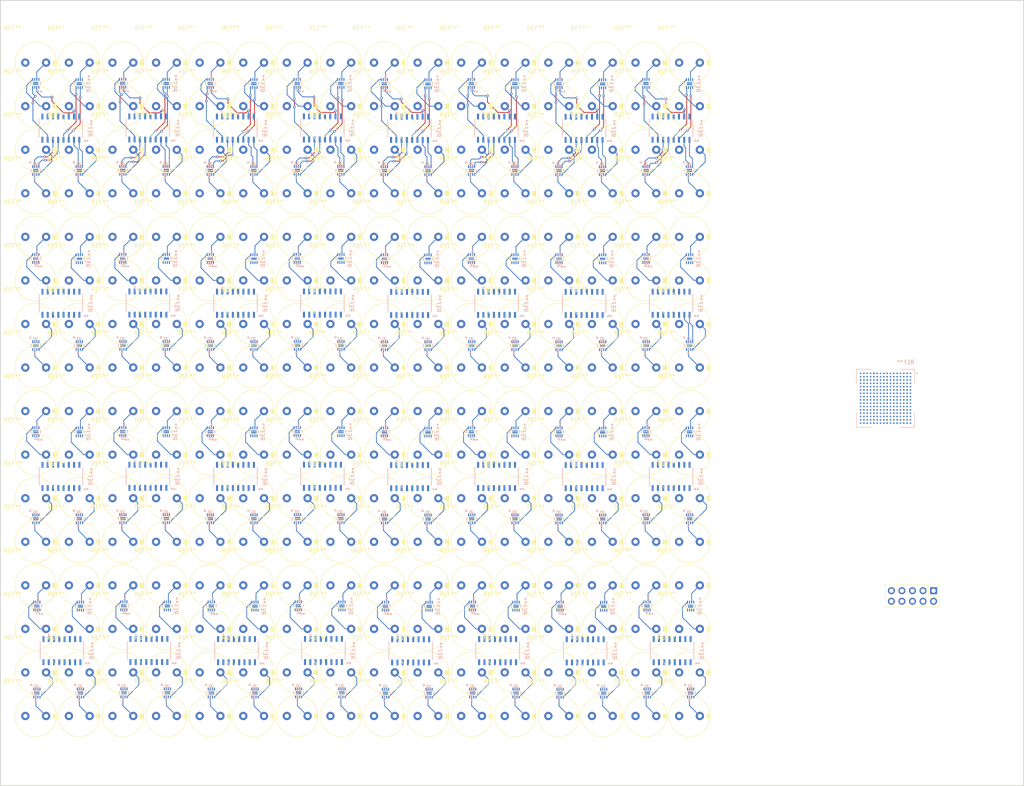
<source format=kicad_pcb>
(kicad_pcb (version 20241229) (generator "pcbnew") (generator_version "9.0")
  (layers (0 "F.Cu" signal) (4 "In1.Cu" power "GND") (6 "In2.Cu" power "PWR") (2 "B.Cu" signal) (13 "F.Paste" user) (15 "B.Paste" user) (5 "F.SilkS" user "F.Silkscreen") (7 "B.SilkS" user "B.Silkscreen") (1 "F.Mask" user) (3 "B.Mask" user) (25 "Edge.Cuts" user))
  (net 0 "")
  (footprint "holo:MSO-P1040H07T" (layer "F.Cu") (at 141.175 76.9965)
    (property "Reference" "REF**")
    (property "Value" "MSO-P1040H07T")
  )
  (footprint "holo:MSO-P1040H07T" (layer "F.Cu") (at 36.175 160.9965)
    (property "Reference" "REF**")
    (property "Value" "MSO-P1040H07T")
  )
  (footprint "holo:MSO-P1040H07T" (layer "F.Cu") (at 162.175 24.4965)
    (property "Reference" "REF**")
    (property "Value" "MSO-P1040H07T")
  )
  (footprint "holo:MSO-P1040H07T" (layer "F.Cu") (at 172.675 34.9965)
    (property "Reference" "REF**")
    (property "Value" "MSO-P1040H07T")
  )
  (footprint "holo:MSO-P1040H07T" (layer "F.Cu") (at 57.175 108.4965)
    (property "Reference" "REF**")
    (property "Value" "MSO-P1040H07T")
  )
  (footprint "holo:MSO-P1040H07T" (layer "F.Cu") (at 172.675 76.9965)
    (property "Reference" "REF**")
    (property "Value" "MSO-P1040H07T")
  )
  (footprint "holo:MSO-P1040H07T" (layer "F.Cu") (at 36.175 118.9965)
    (property "Reference" "REF**")
    (property "Value" "MSO-P1040H07T")
  )
  (footprint "holo:MSO-P1040H07T" (layer "F.Cu") (at 151.675 97.9965)
    (property "Reference" "REF**")
    (property "Value" "MSO-P1040H07T")
  )
  (footprint "holo:MSO-P1040H07T" (layer "F.Cu") (at 99.175 76.9965)
    (property "Reference" "REF**")
    (property "Value" "MSO-P1040H07T")
  )
  (footprint "holo:MSO-P1040H07T" (layer "F.Cu") (at 78.175 139.9965)
    (property "Reference" "REF**")
    (property "Value" "MSO-P1040H07T")
  )
  (footprint "holo:MSO-P1040H07T" (layer "F.Cu") (at 88.675 171.4965)
    (property "Reference" "REF**")
    (property "Value" "MSO-P1040H07T")
  )
  (footprint "holo:MSO-P1040H07T" (layer "F.Cu") (at 162.175 108.4965)
    (property "Reference" "REF**")
    (property "Value" "MSO-P1040H07T")
  )
  (footprint "holo:MSO-P1040H07T" (layer "F.Cu") (at 183.175 24.4965)
    (property "Reference" "REF**")
    (property "Value" "MSO-P1040H07T")
  )
  (footprint "holo:MSO-P1040H07T" (layer "F.Cu") (at 67.675 129.4965)
    (property "Reference" "REF**")
    (property "Value" "MSO-P1040H07T")
  )
  (footprint "holo:MSO-P1040H07T" (layer "F.Cu") (at 109.675 24.4965)
    (property "Reference" "REF**")
    (property "Value" "MSO-P1040H07T")
  )
  (footprint "holo:MSO-P1040H07T" (layer "F.Cu") (at 25.675 87.4965)
    (property "Reference" "REF**")
    (property "Value" "MSO-P1040H07T")
  )
  (footprint "holo:MSO-P1040H07T" (layer "F.Cu") (at 151.675 118.9965)
    (property "Reference" "REF**")
    (property "Value" "MSO-P1040H07T")
  )
  (footprint "holo:MSO-P1040H07T" (layer "F.Cu") (at 162.175 160.9965)
    (property "Reference" "REF**")
    (property "Value" "MSO-P1040H07T")
  )
  (footprint "holo:MSO-P1040H07T" (layer "F.Cu") (at 172.675 87.4965)
    (property "Reference" "REF**")
    (property "Value" "MSO-P1040H07T")
  )
  (footprint "holo:MSO-P1040H07T" (layer "F.Cu") (at 88.675 118.9965)
    (property "Reference" "REF**")
    (property "Value" "MSO-P1040H07T")
  )
  (footprint "holo:MSO-P1040H07T" (layer "F.Cu") (at 130.675 139.9965)
    (property "Reference" "REF**")
    (property "Value" "MSO-P1040H07T")
  )
  (footprint "holo:MSO-P1040H07T" (layer "F.Cu") (at 130.675 181.9965)
    (property "Reference" "REF**")
    (property "Value" "MSO-P1040H07T")
  )
  (footprint "holo:MSO-P1040H07T" (layer "F.Cu") (at 109.675 171.4965)
    (property "Reference" "REF**")
    (property "Value" "MSO-P1040H07T")
  )
  (footprint "holo:MSO-P1040H07T" (layer "F.Cu") (at 88.675 150.4965)
    (property "Reference" "REF**")
    (property "Value" "MSO-P1040H07T")
  )
  (footprint "holo:MSO-P1040H07T" (layer "F.Cu") (at 78.175 150.4965)
    (property "Reference" "REF**")
    (property "Value" "MSO-P1040H07T")
  )
  (footprint "holo:MSO-P1040H07T" (layer "F.Cu") (at 36.175 34.9965)
    (property "Reference" "REF**")
    (property "Value" "MSO-P1040H07T")
  )
  (footprint "holo:MSO-P1040H07T" (layer "F.Cu") (at 57.175 181.9965)
    (property "Reference" "REF**")
    (property "Value" "MSO-P1040H07T")
  )
  (footprint "holo:MSO-P1040H07T" (layer "F.Cu") (at 78.175 181.9965)
    (property "Reference" "REF**")
    (property "Value" "MSO-P1040H07T")
  )
  (footprint "holo:MSO-P1040H07T" (layer "F.Cu") (at 141.175 181.9965)
    (property "Reference" "REF**")
    (property "Value" "MSO-P1040H07T")
  )
  (footprint "holo:MSO-P1040H07T" (layer "F.Cu") (at 162.175 55.9965)
    (property "Reference" "REF**")
    (property "Value" "MSO-P1040H07T")
  )
  (footprint "holo:MSO-P1040H07T" (layer "F.Cu") (at 120.175 97.9965)
    (property "Reference" "REF**")
    (property "Value" "MSO-P1040H07T")
  )
  (footprint "holo:MSO-P1040H07T" (layer "F.Cu") (at 36.175 139.9965)
    (property "Reference" "REF**")
    (property "Value" "MSO-P1040H07T")
  )
  (footprint "holo:MSO-P1040H07T" (layer "F.Cu") (at 141.175 108.4965)
    (property "Reference" "REF**")
    (property "Value" "MSO-P1040H07T")
  )
  (footprint "holo:MSO-P1040H07T" (layer "F.Cu") (at 88.675 97.9965)
    (property "Reference" "REF**")
    (property "Value" "MSO-P1040H07T")
  )
  (footprint "holo:MSO-P1040H07T" (layer "F.Cu") (at 67.675 55.9965)
    (property "Reference" "REF**")
    (property "Value" "MSO-P1040H07T")
  )
  (footprint "holo:MSO-P1040H07T" (layer "F.Cu") (at 78.175 55.9965)
    (property "Reference" "REF**")
    (property "Value" "MSO-P1040H07T")
  )
  (footprint "holo:MSO-P1040H07T" (layer "F.Cu") (at 109.675 108.4965)
    (property "Reference" "REF**")
    (property "Value" "MSO-P1040H07T")
  )
  (footprint "holo:MSO-P1040H07T" (layer "F.Cu") (at 109.675 118.9965)
    (property "Reference" "REF**")
    (property "Value" "MSO-P1040H07T")
  )
  (footprint "holo:MSO-P1040H07T" (layer "F.Cu") (at 162.175 118.9965)
    (property "Reference" "REF**")
    (property "Value" "MSO-P1040H07T")
  )
  (footprint "holo:MSO-P1040H07T" (layer "F.Cu") (at 78.175 34.9965)
    (property "Reference" "REF**")
    (property "Value" "MSO-P1040H07T")
  )
  (footprint "holo:MSO-P1040H07T" (layer "F.Cu") (at 36.175 24.4965)
    (property "Reference" "REF**")
    (property "Value" "MSO-P1040H07T")
  )
  (footprint "holo:MSO-P1040H07T" (layer "F.Cu") (at 25.675 181.9965)
    (property "Reference" "REF**")
    (property "Value" "MSO-P1040H07T")
  )
  (footprint "holo:MSO-P1040H07T" (layer "F.Cu") (at 183.175 45.4965)
    (property "Reference" "REF**")
    (property "Value" "MSO-P1040H07T")
  )
  (footprint "holo:MSO-P1040H07T" (layer "F.Cu") (at 141.175 150.4965)
    (property "Reference" "REF**")
    (property "Value" "MSO-P1040H07T")
  )
  (footprint "holo:MSO-P1040H07T" (layer "F.Cu") (at 109.675 76.9965)
    (property "Reference" "REF**")
    (property "Value" "MSO-P1040H07T")
  )
  (footprint "holo:MSO-P1040H07T" (layer "F.Cu") (at 130.675 45.4965)
    (property "Reference" "REF**")
    (property "Value" "MSO-P1040H07T")
  )
  (footprint "holo:MSO-P1040H07T" (layer "F.Cu") (at 78.175 108.4965)
    (property "Reference" "REF**")
    (property "Value" "MSO-P1040H07T")
  )
  (footprint "holo:MSO-P1040H07T" (layer "F.Cu") (at 46.675 118.9965)
    (property "Reference" "REF**")
    (property "Value" "MSO-P1040H07T")
  )
  (footprint "holo:MSO-P1040H07T" (layer "F.Cu") (at 183.175 66.4965)
    (property "Reference" "REF**")
    (property "Value" "MSO-P1040H07T")
  )
  (footprint "holo:MSO-P1040H07T" (layer "F.Cu") (at 25.675 171.4965)
    (property "Reference" "REF**")
    (property "Value" "MSO-P1040H07T")
  )
  (footprint "holo:MSO-P1040H07T" (layer "F.Cu") (at 183.175 160.9965)
    (property "Reference" "REF**")
    (property "Value" "MSO-P1040H07T")
  )
  (footprint "holo:MSO-P1040H07T" (layer "F.Cu") (at 57.175 97.9965)
    (property "Reference" "REF**")
    (property "Value" "MSO-P1040H07T")
  )
  (footprint "holo:MSO-P1040H07T" (layer "F.Cu") (at 67.675 181.9965)
    (property "Reference" "REF**")
    (property "Value" "MSO-P1040H07T")
  )
  (footprint "holo:MSO-P1040H07T" (layer "F.Cu") (at 36.175 97.9965)
    (property "Reference" "REF**")
    (property "Value" "MSO-P1040H07T")
  )
  (footprint "holo:MSO-P1040H07T" (layer "F.Cu") (at 46.675 108.4965)
    (property "Reference" "REF**")
    (property "Value" "MSO-P1040H07T")
  )
  (footprint "holo:MSO-P1040H07T" (layer "F.Cu") (at 36.175 45.4965)
    (property "Reference" "REF**")
    (property "Value" "MSO-P1040H07T")
  )
  (footprint "holo:MSO-P1040H07T" (layer "F.Cu") (at 130.675 171.4965)
    (property "Reference" "REF**")
    (property "Value" "MSO-P1040H07T")
  )
  (footprint "holo:MSO-P1040H07T" (layer "F.Cu") (at 25.675 34.9965)
    (property "Reference" "REF**")
    (property "Value" "MSO-P1040H07T")
  )
  (footprint "holo:MSO-P1040H07T" (layer "F.Cu") (at 99.175 118.9965)
    (property "Reference" "REF**")
    (property "Value" "MSO-P1040H07T")
  )
  (footprint "holo:MSO-P1040H07T" (layer "F.Cu") (at 109.675 150.4965)
    (property "Reference" "REF**")
    (property "Value" "MSO-P1040H07T")
  )
  (footprint "holo:MSO-P1040H07T" (layer "F.Cu") (at 99.175 139.9965)
    (property "Reference" "REF**")
    (property "Value" "MSO-P1040H07T")
  )
  (footprint "holo:MSO-P1040H07T" (layer "F.Cu") (at 109.675 181.9965)
    (property "Reference" "REF**")
    (property "Value" "MSO-P1040H07T")
  )
  (footprint "holo:MSO-P1040H07T" (layer "F.Cu") (at 183.175 97.9965)
    (property "Reference" "REF**")
    (property "Value" "MSO-P1040H07T")
  )
  (footprint "holo:MSO-P1040H07T" (layer "F.Cu") (at 151.675 181.9965)
    (property "Reference" "REF**")
    (property "Value" "MSO-P1040H07T")
  )
  (footprint "holo:MSO-P1040H07T" (layer "F.Cu") (at 109.675 139.9965)
    (property "Reference" "REF**")
    (property "Value" "MSO-P1040H07T")
  )
  (footprint "holo:MSO-P1040H07T" (layer "F.Cu") (at 46.675 45.4965)
    (property "Reference" "REF**")
    (property "Value" "MSO-P1040H07T")
  )
  (footprint "holo:MSO-P1040H07T" (layer "F.Cu") (at 172.675 160.9965)
    (property "Reference" "REF**")
    (property "Value" "MSO-P1040H07T")
  )
  (footprint "holo:MSO-P1040H07T" (layer "F.Cu") (at 151.675 108.4965)
    (property "Reference" "REF**")
    (property "Value" "MSO-P1040H07T")
  )
  (footprint "holo:MSO-P1040H07T" (layer "F.Cu") (at 36.175 108.4965)
    (property "Reference" "REF**")
    (property "Value" "MSO-P1040H07T")
  )
  (footprint "holo:MSO-P1040H07T" (layer "F.Cu") (at 25.675 45.4965)
    (property "Reference" "REF**")
    (property "Value" "MSO-P1040H07T")
  )
  (footprint "holo:MSO-P1040H07T" (layer "F.Cu") (at 67.675 160.9965)
    (property "Reference" "REF**")
    (property "Value" "MSO-P1040H07T")
  )
  (footprint "holo:MSO-P1040H07T" (layer "F.Cu") (at 151.675 34.9965)
    (property "Reference" "REF**")
    (property "Value" "MSO-P1040H07T")
  )
  (footprint "holo:MSO-P1040H07T" (layer "F.Cu") (at 130.675 24.4965)
    (property "Reference" "REF**")
    (property "Value" "MSO-P1040H07T")
  )
  (footprint "holo:MSO-P1040H07T" (layer "F.Cu") (at 130.675 34.9965)
    (property "Reference" "REF**")
    (property "Value" "MSO-P1040H07T")
  )
  (footprint "holo:MSO-P1040H07T" (layer "F.Cu") (at 78.175 97.9965)
    (property "Reference" "REF**")
    (property "Value" "MSO-P1040H07T")
  )
  (footprint "holo:MSO-P1040H07T" (layer "F.Cu") (at 151.675 150.4965)
    (property "Reference" "REF**")
    (property "Value" "MSO-P1040H07T")
  )
  (footprint "holo:MSO-P1040H07T" (layer "F.Cu") (at 99.175 45.4965)
    (property "Reference" "REF**")
    (property "Value" "MSO-P1040H07T")
  )
  (footprint "holo:MSO-P1040H07T" (layer "F.Cu") (at 57.175 150.4965)
    (property "Reference" "REF**")
    (property "Value" "MSO-P1040H07T")
  )
  (footprint "holo:MSO-P1040H07T" (layer "F.Cu") (at 120.175 181.9965)
    (property "Reference" "REF**")
    (property "Value" "MSO-P1040H07T")
  )
  (footprint "holo:MSO-P1040H07T" (layer "F.Cu") (at 25.675 150.4965)
    (property "Reference" "REF**")
    (property "Value" "MSO-P1040H07T")
  )
  (footprint "holo:MSO-P1040H07T" (layer "F.Cu") (at 46.675 139.9965)
    (property "Reference" "REF**")
    (property "Value" "MSO-P1040H07T")
  )
  (footprint "holo:MSO-P1040H07T" (layer "F.Cu") (at 151.675 87.4965)
    (property "Reference" "REF**")
    (property "Value" "MSO-P1040H07T")
  )
  (footprint "holo:MSO-P1040H07T" (layer "F.Cu") (at 36.175 171.4965)
    (property "Reference" "REF**")
    (property "Value" "MSO-P1040H07T")
  )
  (footprint "holo:MSO-P1040H07T" (layer "F.Cu") (at 67.675 171.4965)
    (property "Reference" "REF**")
    (property "Value" "MSO-P1040H07T")
  )
  (footprint "holo:MSO-P1040H07T" (layer "F.Cu") (at 46.675 76.9965)
    (property "Reference" "REF**")
    (property "Value" "MSO-P1040H07T")
  )
  (footprint "holo:MSO-P1040H07T" (layer "F.Cu") (at 109.675 97.9965)
    (property "Reference" "REF**")
    (property "Value" "MSO-P1040H07T")
  )
  (footprint "holo:MSO-P1040H07T" (layer "F.Cu") (at 57.175 160.9965)
    (property "Reference" "REF**")
    (property "Value" "MSO-P1040H07T")
  )
  (footprint "holo:MSO-P1040H07T" (layer "F.Cu") (at 57.175 76.9965)
    (property "Reference" "REF**")
    (property "Value" "MSO-P1040H07T")
  )
  (footprint "holo:MSO-P1040H07T" (layer "F.Cu") (at 151.675 55.9965)
    (property "Reference" "REF**")
    (property "Value" "MSO-P1040H07T")
  )
  (footprint "holo:MSO-P1040H07T" (layer "F.Cu") (at 172.675 108.4965)
    (property "Reference" "REF**")
    (property "Value" "MSO-P1040H07T")
  )
  (footprint "holo:MSO-P1040H07T" (layer "F.Cu") (at 172.675 97.9965)
    (property "Reference" "REF**")
    (property "Value" "MSO-P1040H07T")
  )
  (footprint "holo:MSO-P1040H07T" (layer "F.Cu") (at 36.175 129.4965)
    (property "Reference" "REF**")
    (property "Value" "MSO-P1040H07T")
  )
  (footprint "holo:MSO-P1040H07T" (layer "F.Cu") (at 46.675 87.4965)
    (property "Reference" "REF**")
    (property "Value" "MSO-P1040H07T")
  )
  (footprint "holo:MSO-P1040H07T" (layer "F.Cu") (at 109.675 45.4965)
    (property "Reference" "REF**")
    (property "Value" "MSO-P1040H07T")
  )
  (footprint "holo:MSO-P1040H07T" (layer "F.Cu") (at 109.675 129.4965)
    (property "Reference" "REF**")
    (property "Value" "MSO-P1040H07T")
  )
  (footprint "holo:MSO-P1040H07T" (layer "F.Cu") (at 57.175 87.4965)
    (property "Reference" "REF**")
    (property "Value" "MSO-P1040H07T")
  )
  (footprint "holo:MSO-P1040H07T" (layer "F.Cu") (at 57.175 45.4965)
    (property "Reference" "REF**")
    (property "Value" "MSO-P1040H07T")
  )
  (footprint "holo:MSO-P1040H07T" (layer "F.Cu") (at 78.175 24.4965)
    (property "Reference" "REF**")
    (property "Value" "MSO-P1040H07T")
  )
  (footprint "holo:MSO-P1040H07T" (layer "F.Cu") (at 120.175 129.4965)
    (property "Reference" "REF**")
    (property "Value" "MSO-P1040H07T")
  )
  (footprint "holo:MSO-P1040H07T" (layer "F.Cu") (at 151.675 76.9965)
    (property "Reference" "REF**")
    (property "Value" "MSO-P1040H07T")
  )
  (footprint "holo:MSO-P1040H07T" (layer "F.Cu") (at 120.175 45.4965)
    (property "Reference" "REF**")
    (property "Value" "MSO-P1040H07T")
  )
  (footprint "holo:MSO-P1040H07T" (layer "F.Cu") (at 67.675 66.4965)
    (property "Reference" "REF**")
    (property "Value" "MSO-P1040H07T")
  )
  (footprint "holo:MSO-P1040H07T" (layer "F.Cu") (at 88.675 55.9965)
    (property "Reference" "REF**")
    (property "Value" "MSO-P1040H07T")
  )
  (footprint "holo:MSO-P1040H07T" (layer "F.Cu") (at 109.675 87.4965)
    (property "Reference" "REF**")
    (property "Value" "MSO-P1040H07T")
  )
  (footprint "holo:MSO-P1040H07T" (layer "F.Cu") (at 162.175 76.9965)
    (property "Reference" "REF**")
    (property "Value" "MSO-P1040H07T")
  )
  (footprint "holo:MSO-P1040H07T" (layer "F.Cu") (at 151.675 139.9965)
    (property "Reference" "REF**")
    (property "Value" "MSO-P1040H07T")
  )
  (footprint "holo:MSO-P1040H07T" (layer "F.Cu") (at 67.675 97.9965)
    (property "Reference" "REF**")
    (property "Value" "MSO-P1040H07T")
  )
  (footprint "holo:MSO-P1040H07T" (layer "F.Cu") (at 172.675 150.4965)
    (property "Reference" "REF**")
    (property "Value" "MSO-P1040H07T")
  )
  (footprint "holo:MSO-P1040H07T" (layer "F.Cu") (at 46.675 66.4965)
    (property "Reference" "REF**")
    (property "Value" "MSO-P1040H07T")
  )
  (footprint "holo:MSO-P1040H07T" (layer "F.Cu") (at 99.175 97.9965)
    (property "Reference" "REF**")
    (property "Value" "MSO-P1040H07T")
  )
  (footprint "holo:MSO-P1040H07T" (layer "F.Cu") (at 183.175 76.9965)
    (property "Reference" "REF**")
    (property "Value" "MSO-P1040H07T")
  )
  (footprint "holo:MSO-P1040H07T" (layer "F.Cu") (at 57.175 24.4965)
    (property "Reference" "REF**")
    (property "Value" "MSO-P1040H07T")
  )
  (footprint "holo:MSO-P1040H07T" (layer "F.Cu") (at 78.175 129.4965)
    (property "Reference" "REF**")
    (property "Value" "MSO-P1040H07T")
  )
  (footprint "holo:MSO-P1040H07T" (layer "F.Cu") (at 120.175 87.4965)
    (property "Reference" "REF**")
    (property "Value" "MSO-P1040H07T")
  )
  (footprint "holo:MSO-P1040H07T" (layer "F.Cu") (at 46.675 55.9965)
    (property "Reference" "REF**")
    (property "Value" "MSO-P1040H07T")
  )
  (footprint "holo:MSO-P1040H07T" (layer "F.Cu") (at 99.175 171.4965)
    (property "Reference" "REF**")
    (property "Value" "MSO-P1040H07T")
  )
  (footprint "holo:MSO-P1040H07T" (layer "F.Cu") (at 172.675 139.9965)
    (property "Reference" "REF**")
    (property "Value" "MSO-P1040H07T")
  )
  (footprint "holo:MSO-P1040H07T" (layer "F.Cu") (at 141.175 87.4965)
    (property "Reference" "REF**")
    (property "Value" "MSO-P1040H07T")
  )
  (footprint "holo:MSO-P1040H07T" (layer "F.Cu") (at 141.175 97.9965)
    (property "Reference" "REF**")
    (property "Value" "MSO-P1040H07T")
  )
  (footprint "holo:MSO-P1040H07T" (layer "F.Cu") (at 141.175 55.9965)
    (property "Reference" "REF**")
    (property "Value" "MSO-P1040H07T")
  )
  (footprint "holo:MSO-P1040H07T" (layer "F.Cu") (at 120.175 139.9965)
    (property "Reference" "REF**")
    (property "Value" "MSO-P1040H07T")
  )
  (footprint "holo:MSO-P1040H07T" (layer "F.Cu") (at 25.675 55.9965)
    (property "Reference" "REF**")
    (property "Value" "MSO-P1040H07T")
  )
  (footprint "holo:MSO-P1040H07T" (layer "F.Cu") (at 57.175 139.9965)
    (property "Reference" "REF**")
    (property "Value" "MSO-P1040H07T")
  )
  (footprint "holo:MSO-P1040H07T" (layer "F.Cu") (at 25.675 66.4965)
    (property "Reference" "REF**")
    (property "Value" "MSO-P1040H07T")
  )
  (footprint "holo:MSO-P1040H07T" (layer "F.Cu") (at 78.175 45.4965)
    (property "Reference" "REF**")
    (property "Value" "MSO-P1040H07T")
  )
  (footprint "holo:MSO-P1040H07T" (layer "F.Cu") (at 46.675 24.4965)
    (property "Reference" "REF**")
    (property "Value" "MSO-P1040H07T")
  )
  (footprint "holo:MSO-P1040H07T" (layer "F.Cu") (at 99.175 34.9965)
    (property "Reference" "REF**")
    (property "Value" "MSO-P1040H07T")
  )
  (footprint "holo:MSO-P1040H07T" (layer "F.Cu") (at 36.175 150.4965)
    (property "Reference" "REF**")
    (property "Value" "MSO-P1040H07T")
  )
  (footprint "holo:MSO-P1040H07T" (layer "F.Cu") (at 162.175 66.4965)
    (property "Reference" "REF**")
    (property "Value" "MSO-P1040H07T")
  )
  (footprint "holo:MSO-P1040H07T" (layer "F.Cu") (at 151.675 24.4965)
    (property "Reference" "REF**")
    (property "Value" "MSO-P1040H07T")
  )
  (footprint "holo:MSO-P1040H07T" (layer "F.Cu") (at 67.675 24.4965)
    (property "Reference" "REF**")
    (property "Value" "MSO-P1040H07T")
  )
  (footprint "holo:MSO-P1040H07T" (layer "F.Cu") (at 162.175 97.9965)
    (property "Reference" "REF**")
    (property "Value" "MSO-P1040H07T")
  )
  (footprint "holo:MSO-P1040H07T" (layer "F.Cu") (at 25.675 97.9965)
    (property "Reference" "REF**")
    (property "Value" "MSO-P1040H07T")
  )
  (footprint "holo:MSO-P1040H07T" (layer "F.Cu") (at 67.675 76.9965)
    (property "Reference" "REF**")
    (property "Value" "MSO-P1040H07T")
  )
  (footprint "holo:MSO-P1040H07T" (layer "F.Cu") (at 88.675 34.9965)
    (property "Reference" "REF**")
    (property "Value" "MSO-P1040H07T")
  )
  (footprint "holo:MSO-P1040H07T" (layer "F.Cu") (at 141.175 171.4965)
    (property "Reference" "REF**")
    (property "Value" "MSO-P1040H07T")
  )
  (footprint "holo:MSO-P1040H07T" (layer "F.Cu") (at 88.675 129.4965)
    (property "Reference" "REF**")
    (property "Value" "MSO-P1040H07T")
  )
  (footprint "holo:MSO-P1040H07T" (layer "F.Cu") (at 46.675 34.9965)
    (property "Reference" "REF**")
    (property "Value" "MSO-P1040H07T")
  )
  (footprint "holo:MSO-P1040H07T" (layer "F.Cu") (at 130.675 97.9965)
    (property "Reference" "REF**")
    (property "Value" "MSO-P1040H07T")
  )
  (footprint "holo:MSO-P1040H07T" (layer "F.Cu") (at 78.175 87.4965)
    (property "Reference" "REF**")
    (property "Value" "MSO-P1040H07T")
  )
  (footprint "holo:MSO-P1040H07T" (layer "F.Cu") (at 99.175 160.9965)
    (property "Reference" "REF**")
    (property "Value" "MSO-P1040H07T")
  )
  (footprint "holo:MSO-P1040H07T" (layer "F.Cu") (at 120.175 160.9965)
    (property "Reference" "REF**")
    (property "Value" "MSO-P1040H07T")
  )
  (footprint "holo:MSO-P1040H07T" (layer "F.Cu") (at 120.175 76.9965)
    (property "Reference" "REF**")
    (property "Value" "MSO-P1040H07T")
  )
  (footprint "holo:MSO-P1040H07T" (layer "F.Cu") (at 57.175 118.9965)
    (property "Reference" "REF**")
    (property "Value" "MSO-P1040H07T")
  )
  (footprint "holo:MSO-P1040H07T" (layer "F.Cu") (at 172.675 24.4965)
    (property "Reference" "REF**")
    (property "Value" "MSO-P1040H07T")
  )
  (footprint "holo:MSO-P1040H07T" (layer "F.Cu") (at 99.175 181.9965)
    (property "Reference" "REF**")
    (property "Value" "MSO-P1040H07T")
  )
  (footprint "holo:MSO-P1040H07T" (layer "F.Cu") (at 162.175 87.4965)
    (property "Reference" "REF**")
    (property "Value" "MSO-P1040H07T")
  )
  (footprint "holo:MSO-P1040H07T" (layer "F.Cu") (at 46.675 160.9965)
    (property "Reference" "REF**")
    (property "Value" "MSO-P1040H07T")
  )
  (footprint "holo:MSO-P1040H07T" (layer "F.Cu") (at 67.675 108.4965)
    (property "Reference" "REF**")
    (property "Value" "MSO-P1040H07T")
  )
  (footprint "holo:MSO-P1040H07T" (layer "F.Cu") (at 162.175 150.4965)
    (property "Reference" "REF**")
    (property "Value" "MSO-P1040H07T")
  )
  (footprint "holo:MSO-P1040H07T" (layer "F.Cu") (at 88.675 87.4965)
    (property "Reference" "REF**")
    (property "Value" "MSO-P1040H07T")
  )
  (footprint "holo:MSO-P1040H07T" (layer "F.Cu") (at 46.675 129.4965)
    (property "Reference" "REF**")
    (property "Value" "MSO-P1040H07T")
  )
  (footprint "holo:MSO-P1040H07T" (layer "F.Cu") (at 151.675 129.4965)
    (property "Reference" "REF**")
    (property "Value" "MSO-P1040H07T")
  )
  (footprint "holo:MSO-P1040H07T" (layer "F.Cu") (at 88.675 24.4965)
    (property "Reference" "REF**")
    (property "Value" "MSO-P1040H07T")
  )
  (footprint "holo:MSO-P1040H07T" (layer "F.Cu") (at 25.675 108.4965)
    (property "Reference" "REF**")
    (property "Value" "MSO-P1040H07T")
  )
  (footprint "holo:MSO-P1040H07T" (layer "F.Cu") (at 183.175 171.4965)
    (property "Reference" "REF**")
    (property "Value" "MSO-P1040H07T")
  )
  (footprint "holo:MSO-P1040H07T" (layer "F.Cu") (at 25.675 139.9965)
    (property "Reference" "REF**")
    (property "Value" "MSO-P1040H07T")
  )
  (footprint "holo:MSO-P1040H07T" (layer "F.Cu") (at 99.175 129.4965)
    (property "Reference" "REF**")
    (property "Value" "MSO-P1040H07T")
  )
  (footprint "holo:MSO-P1040H07T" (layer "F.Cu") (at 172.675 181.9965)
    (property "Reference" "REF**")
    (property "Value" "MSO-P1040H07T")
  )
  (footprint "holo:MSO-P1040H07T" (layer "F.Cu") (at 162.175 34.9965)
    (property "Reference" "REF**")
    (property "Value" "MSO-P1040H07T")
  )
  (footprint "holo:MSO-P1040H07T" (layer "F.Cu") (at 151.675 45.4965)
    (property "Reference" "REF**")
    (property "Value" "MSO-P1040H07T")
  )
  (footprint "holo:MSO-P1040H07T" (layer "F.Cu") (at 46.675 150.4965)
    (property "Reference" "REF**")
    (property "Value" "MSO-P1040H07T")
  )
  (footprint "holo:MSO-P1040H07T" (layer "F.Cu") (at 183.175 87.4965)
    (property "Reference" "REF**")
    (property "Value" "MSO-P1040H07T")
  )
  (footprint "holo:MSO-P1040H07T" (layer "F.Cu") (at 183.175 181.9965)
    (property "Reference" "REF**")
    (property "Value" "MSO-P1040H07T")
  )
  (footprint "holo:MSO-P1040H07T" (layer "F.Cu") (at 172.675 66.4965)
    (property "Reference" "REF**")
    (property "Value" "MSO-P1040H07T")
  )
  (footprint "holo:MSO-P1040H07T" (layer "F.Cu") (at 67.675 45.4965)
    (property "Reference" "REF**")
    (property "Value" "MSO-P1040H07T")
  )
  (footprint "holo:MSO-P1040H07T" (layer "F.Cu") (at 120.175 108.4965)
    (property "Reference" "REF**")
    (property "Value" "MSO-P1040H07T")
  )
  (footprint "holo:MSO-P1040H07T" (layer "F.Cu") (at 78.175 76.9965)
    (property "Reference" "REF**")
    (property "Value" "MSO-P1040H07T")
  )
  (footprint "holo:MSO-P1040H07T" (layer "F.Cu") (at 141.175 34.9965)
    (property "Reference" "REF**")
    (property "Value" "MSO-P1040H07T")
  )
  (footprint "holo:MSO-P1040H07T" (layer "F.Cu") (at 120.175 34.9965)
    (property "Reference" "REF**")
    (property "Value" "MSO-P1040H07T")
  )
  (footprint "holo:MSO-P1040H07T" (layer "F.Cu") (at 141.175 66.4965)
    (property "Reference" "REF**")
    (property "Value" "MSO-P1040H07T")
  )
  (footprint "holo:MSO-P1040H07T" (layer "F.Cu") (at 88.675 181.9965)
    (property "Reference" "REF**")
    (property "Value" "MSO-P1040H07T")
  )
  (footprint "holo:MSO-P1040H07T" (layer "F.Cu") (at 109.675 66.4965)
    (property "Reference" "REF**")
    (property "Value" "MSO-P1040H07T")
  )
  (footprint "holo:MSO-P1040H07T" (layer "F.Cu") (at 120.175 66.4965)
    (property "Reference" "REF**")
    (property "Value" "MSO-P1040H07T")
  )
  (footprint "holo:MSO-P1040H07T" (layer "F.Cu") (at 109.675 34.9965)
    (property "Reference" "REF**")
    (property "Value" "MSO-P1040H07T")
  )
  (footprint "holo:MSO-P1040H07T" (layer "F.Cu") (at 151.675 160.9965)
    (property "Reference" "REF**")
    (property "Value" "MSO-P1040H07T")
  )
  (footprint "holo:MSO-P1040H07T" (layer "F.Cu") (at 25.675 129.4965)
    (property "Reference" "REF**")
    (property "Value" "MSO-P1040H07T")
  )
  (footprint "holo:MSO-P1040H07T" (layer "F.Cu") (at 36.175 87.4965)
    (property "Reference" "REF**")
    (property "Value" "MSO-P1040H07T")
  )
  (footprint "holo:MSO-P1040H07T" (layer "F.Cu") (at 141.175 24.4965)
    (property "Reference" "REF**")
    (property "Value" "MSO-P1040H07T")
  )
  (footprint "holo:MSO-P1040H07T" (layer "F.Cu") (at 46.675 171.4965)
    (property "Reference" "REF**")
    (property "Value" "MSO-P1040H07T")
  )
  (footprint "holo:MSO-P1040H07T" (layer "F.Cu") (at 88.675 45.4965)
    (property "Reference" "REF**")
    (property "Value" "MSO-P1040H07T")
  )
  (footprint "holo:MSO-P1040H07T" (layer "F.Cu") (at 183.175 108.4965)
    (property "Reference" "REF**")
    (property "Value" "MSO-P1040H07T")
  )
  (footprint "holo:MSO-P1040H07T" (layer "F.Cu") (at 99.175 108.4965)
    (property "Reference" "REF**")
    (property "Value" "MSO-P1040H07T")
  )
  (footprint "holo:MSO-P1040H07T" (layer "F.Cu") (at 141.175 118.9965)
    (property "Reference" "REF**")
    (property "Value" "MSO-P1040H07T")
  )
  (footprint "holo:MSO-P1040H07T" (layer "F.Cu") (at 120.175 171.4965)
    (property "Reference" "REF**")
    (property "Value" "MSO-P1040H07T")
  )
  (footprint "holo:MSO-P1040H07T" (layer "F.Cu") (at 57.175 129.4965)
    (property "Reference" "REF**")
    (property "Value" "MSO-P1040H07T")
  )
  (footprint "holo:MSO-P1040H07T" (layer "F.Cu") (at 130.675 66.4965)
    (property "Reference" "REF**")
    (property "Value" "MSO-P1040H07T")
  )
  (footprint "holo:MSO-P1040H07T" (layer "F.Cu") (at 36.175 76.9965)
    (property "Reference" "REF**")
    (property "Value" "MSO-P1040H07T")
  )
  (footprint "holo:MSO-P1040H07T" (layer "F.Cu") (at 141.175 45.4965)
    (property "Reference" "REF**")
    (property "Value" "MSO-P1040H07T")
  )
  (footprint "holo:MSO-P1040H07T" (layer "F.Cu") (at 130.675 129.4965)
    (property "Reference" "REF**")
    (property "Value" "MSO-P1040H07T")
  )
  (footprint "holo:MSO-P1040H07T" (layer "F.Cu") (at 57.175 66.4965)
    (property "Reference" "REF**")
    (property "Value" "MSO-P1040H07T")
  )
  (footprint "holo:MSO-P1040H07T" (layer "F.Cu") (at 151.675 66.4965)
    (property "Reference" "REF**")
    (property "Value" "MSO-P1040H07T")
  )
  (footprint "holo:MSO-P1040H07T" (layer "F.Cu") (at 36.175 181.9965)
    (property "Reference" "REF**")
    (property "Value" "MSO-P1040H07T")
  )
  (footprint "holo:MSO-P1040H07T" (layer "F.Cu") (at 88.675 139.9965)
    (property "Reference" "REF**")
    (property "Value" "MSO-P1040H07T")
  )
  (footprint "holo:MSO-P1040H07T" (layer "F.Cu") (at 141.175 129.4965)
    (property "Reference" "REF**")
    (property "Value" "MSO-P1040H07T")
  )
  (footprint "holo:MSO-P1040H07T" (layer "F.Cu") (at 130.675 150.4965)
    (property "Reference" "REF**")
    (property "Value" "MSO-P1040H07T")
  )
  (footprint "holo:MSO-P1040H07T" (layer "F.Cu") (at 46.675 181.9965)
    (property "Reference" "REF**")
    (property "Value" "MSO-P1040H07T")
  )
  (footprint "holo:MSO-P1040H07T" (layer "F.Cu") (at 162.175 181.9965)
    (property "Reference" "REF**")
    (property "Value" "MSO-P1040H07T")
  )
  (footprint "holo:MSO-P1040H07T" (layer "F.Cu") (at 172.675 171.4965)
    (property "Reference" "REF**")
    (property "Value" "MSO-P1040H07T")
  )
  (footprint "holo:MSO-P1040H07T" (layer "F.Cu") (at 78.175 171.4965)
    (property "Reference" "REF**")
    (property "Value" "MSO-P1040H07T")
  )
  (footprint "holo:MSO-P1040H07T" (layer "F.Cu") (at 78.175 160.9965)
    (property "Reference" "REF**")
    (property "Value" "MSO-P1040H07T")
  )
  (footprint "holo:MSO-P1040H07T" (layer "F.Cu") (at 25.675 24.4965)
    (property "Reference" "REF**")
    (property "Value" "MSO-P1040H07T")
  )
  (footprint "holo:MSO-P1040H07T" (layer "F.Cu") (at 25.675 160.9965)
    (property "Reference" "REF**")
    (property "Value" "MSO-P1040H07T")
  )
  (footprint "holo:MSO-P1040H07T" (layer "F.Cu") (at 99.175 150.4965)
    (property "Reference" "REF**")
    (property "Value" "MSO-P1040H07T")
  )
  (footprint "holo:MSO-P1040H07T" (layer "F.Cu") (at 120.175 55.9965)
    (property "Reference" "REF**")
    (property "Value" "MSO-P1040H07T")
  )
  (footprint "holo:MSO-P1040H07T" (layer "F.Cu") (at 172.675 129.4965)
    (property "Reference" "REF**")
    (property "Value" "MSO-P1040H07T")
  )
  (footprint "Connector_PinHeader_2.54mm:PinHeader_2x05_P2.54mm_Vertical" (layer "F.Cu") (at 241.975 151.7965 -90)
    (property "Reference" "REF**" (hide yes))
    (property "Value" "PinHeader_2x05_P2.54mm_Vertical")
  )
  (footprint "holo:MSO-P1040H07T" (layer "F.Cu") (at 183.175 35)
    (property "Reference" "REF**")
    (property "Value" "MSO-P1040H07T")
  )
  (footprint "holo:MSO-P1040H07T" (layer "F.Cu") (at 183.175 139.9965)
    (property "Reference" "REF**")
    (property "Value" "MSO-P1040H07T")
  )
  (footprint "holo:MSO-P1040H07T" (layer "F.Cu") (at 78.175 118.9965)
    (property "Reference" "REF**")
    (property "Value" "MSO-P1040H07T")
  )
  (footprint "holo:MSO-P1040H07T" (layer "F.Cu") (at 99.175 24.4965)
    (property "Reference" "REF**")
    (property "Value" "MSO-P1040H07T")
  )
  (footprint "holo:MSO-P1040H07T" (layer "F.Cu") (at 162.175 129.4965)
    (property "Reference" "REF**")
    (property "Value" "MSO-P1040H07T")
  )
  (footprint "holo:MSO-P1040H07T" (layer "F.Cu") (at 172.675 55.9965)
    (property "Reference" "REF**")
    (property "Value" "MSO-P1040H07T")
  )
  (footprint "holo:MSO-P1040H07T" (layer "F.Cu") (at 130.675 87.4965)
    (property "Reference" "REF**")
    (property "Value" "MSO-P1040H07T")
  )
  (footprint "holo:MSO-P1040H07T" (layer "F.Cu") (at 57.175 55.9965)
    (property "Reference" "REF**")
    (property "Value" "MSO-P1040H07T")
  )
  (footprint "holo:MSO-P1040H07T" (layer "F.Cu") (at 109.675 55.9965)
    (property "Reference" "REF**")
    (property "Value" "MSO-P1040H07T")
  )
  (footprint "holo:MSO-P1040H07T" (layer "F.Cu") (at 67.675 150.4965)
    (property "Reference" "REF**")
    (property "Value" "MSO-P1040H07T")
  )
  (footprint "holo:MSO-P1040H07T" (layer "F.Cu") (at 183.175 55.9965)
    (property "Reference" "REF**")
    (property "Value" "MSO-P1040H07T")
  )
  (footprint "holo:MSO-P1040H07T" (layer "F.Cu") (at 88.675 160.9965)
    (property "Reference" "REF**")
    (property "Value" "MSO-P1040H07T")
  )
  (footprint "holo:MSO-P1040H07T" (layer "F.Cu") (at 183.175 129.4965)
    (property "Reference" "REF**")
    (property "Value" "MSO-P1040H07T")
  )
  (footprint "holo:MSO-P1040H07T" (layer "F.Cu") (at 130.675 55.9965)
    (property "Reference" "REF**")
    (property "Value" "MSO-P1040H07T")
  )
  (footprint "holo:MSO-P1040H07T" (layer "F.Cu") (at 36.175 66.4965)
    (property "Reference" "REF**")
    (property "Value" "MSO-P1040H07T")
  )
  (footprint "holo:MSO-P1040H07T" (layer "F.Cu") (at 183.175 118.9965)
    (property "Reference" "REF**")
    (property "Value" "MSO-P1040H07T")
  )
  (footprint "holo:MSO-P1040H07T" (layer "F.Cu") (at 120.175 150.4965)
    (property "Reference" "REF**")
    (property "Value" "MSO-P1040H07T")
  )
  (footprint "holo:MSO-P1040H07T" (layer "F.Cu") (at 67.675 87.4965)
    (property "Reference" "REF**")
    (property "Value" "MSO-P1040H07T")
  )
  (footprint "holo:MSO-P1040H07T" (layer "F.Cu") (at 78.175 66.4965)
    (property "Reference" "REF**")
    (property "Value" "MSO-P1040H07T")
  )
  (footprint "holo:MSO-P1040H07T" (layer "F.Cu") (at 162.175 45.4965)
    (property "Reference" "REF**")
    (property "Value" "MSO-P1040H07T")
  )
  (footprint "holo:MSO-P1040H07T" (layer "F.Cu") (at 36.175 55.9965)
    (property "Reference" "REF**")
    (property "Value" "MSO-P1040H07T")
  )
  (footprint "holo:MSO-P1040H07T" (layer "F.Cu") (at 99.175 66.4965)
    (property "Reference" "REF**")
    (property "Value" "MSO-P1040H07T")
  )
  (footprint "holo:MSO-P1040H07T" (layer "F.Cu") (at 172.675 118.9965)
    (property "Reference" "REF**")
    (property "Value" "MSO-P1040H07T")
  )
  (footprint "holo:MSO-P1040H07T" (layer "F.Cu") (at 67.675 34.9965)
    (property "Reference" "REF**")
    (property "Value" "MSO-P1040H07T")
  )
  (footprint "holo:MSO-P1040H07T" (layer "F.Cu") (at 25.675 76.9965)
    (property "Reference" "REF**")
    (property "Value" "MSO-P1040H07T")
  )
  (footprint "holo:MSO-P1040H07T" (layer "F.Cu") (at 88.675 66.4965)
    (property "Reference" "REF**")
    (property "Value" "MSO-P1040H07T")
  )
  (footprint "holo:MSO-P1040H07T" (layer "F.Cu") (at 67.675 118.9965)
    (property "Reference" "REF**")
    (property "Value" "MSO-P1040H07T")
  )
  (footprint "holo:MSO-P1040H07T" (layer "F.Cu") (at 151.675 171.4965)
    (property "Reference" "REF**")
    (property "Value" "MSO-P1040H07T")
  )
  (footprint "holo:MSO-P1040H07T" (layer "F.Cu") (at 130.675 76.9965)
    (property "Reference" "REF**")
    (property "Value" "MSO-P1040H07T")
  )
  (footprint "holo:MSO-P1040H07T" (layer "F.Cu") (at 183.175 150.4965)
    (property "Reference" "REF**")
    (property "Value" "MSO-P1040H07T")
  )
  (footprint "holo:MSO-P1040H07T" (layer "F.Cu") (at 109.675 160.9965)
    (property "Reference" "REF**")
    (property "Value" "MSO-P1040H07T")
  )
  (footprint "holo:MSO-P1040H07T" (layer "F.Cu") (at 162.175 139.9965)
    (property "Reference" "REF**")
    (property "Value" "MSO-P1040H07T")
  )
  (footprint "holo:MSO-P1040H07T" (layer "F.Cu") (at 46.675 97.9965)
    (property "Reference" "REF**")
    (property "Value" "MSO-P1040H07T")
  )
  (footprint "holo:MSO-P1040H07T" (layer "F.Cu") (at 130.675 118.9965)
    (property "Reference" "REF**")
    (property "Value" "MSO-P1040H07T")
  )
  (footprint "holo:MSO-P1040H07T" (layer "F.Cu") (at 25.675 118.9965)
    (property "Reference" "REF**")
    (property "Value" "MSO-P1040H07T")
  )
  (footprint "holo:MSO-P1040H07T" (layer "F.Cu") (at 120.175 24.4965)
    (property "Reference" "REF**")
    (property "Value" "MSO-P1040H07T")
  )
  (footprint "holo:MSO-P1040H07T" (layer "F.Cu") (at 172.675 45.4965)
    (property "Reference" "REF**")
    (property "Value" "MSO-P1040H07T")
  )
  (footprint "holo:MSO-P1040H07T" (layer "F.Cu") (at 88.675 76.9965)
    (property "Reference" "REF**")
    (property "Value" "MSO-P1040H07T")
  )
  (footprint "holo:MSO-P1040H07T" (layer "F.Cu") (at 67.675 139.9965)
    (property "Reference" "REF**")
    (property "Value" "MSO-P1040H07T")
  )
  (footprint "holo:MSO-P1040H07T" (layer "F.Cu") (at 88.675 108.4965)
    (property "Reference" "REF**")
    (property "Value" "MSO-P1040H07T")
  )
  (footprint "holo:MSO-P1040H07T" (layer "F.Cu") (at 99.175 87.4965)
    (property "Reference" "REF**")
    (property "Value" "MSO-P1040H07T")
  )
  (footprint "holo:MSO-P1040H07T" (layer "F.Cu") (at 141.175 160.9965)
    (property "Reference" "REF**")
    (property "Value" "MSO-P1040H07T")
  )
  (footprint "holo:MSO-P1040H07T" (layer "F.Cu") (at 162.175 171.4965)
    (property "Reference" "REF**")
    (property "Value" "MSO-P1040H07T")
  )
  (footprint "holo:MSO-P1040H07T" (layer "F.Cu") (at 120.175 118.9965)
    (property "Reference" "REF**")
    (property "Value" "MSO-P1040H07T")
  )
  (footprint "holo:MSO-P1040H07T" (layer "F.Cu") (at 130.675 160.9965)
    (property "Reference" "REF**")
    (property "Value" "MSO-P1040H07T")
  )
  (footprint "holo:MSO-P1040H07T" (layer "F.Cu") (at 57.175 171.4965)
    (property "Reference" "REF**")
    (property "Value" "MSO-P1040H07T")
  )
  (footprint "holo:MSO-P1040H07T" (layer "F.Cu") (at 57.175 34.9965)
    (property "Reference" "REF**")
    (property "Value" "MSO-P1040H07T")
  )
  (footprint "holo:MSO-P1040H07T" (layer "F.Cu") (at 141.175 139.9965)
    (property "Reference" "REF**")
    (property "Value" "MSO-P1040H07T")
  )
  (footprint "holo:MSO-P1040H07T" (layer "F.Cu") (at 130.675 108.4965)
    (property "Reference" "REF**")
    (property "Value" "MSO-P1040H07T")
  )
  (footprint "holo:MSO-P1040H07T" (layer "F.Cu") (at 99.175 55.9965)
    (property "Reference" "REF**")
    (property "Value" "MSO-P1040H07T")
  )
  (footprint "footprints:MLF-8_ML_MCH" (layer "B.Cu") (at 130.6966 92.7109 -90)
    (property "Reference" "REF**")
    (property "Value" "MLF-8_ML_MCH" (hide yes))
  )
  (footprint "footprints:MLF-8_ML_MCH" (layer "B.Cu") (at 109.9466 176.5042 -90)
    (property "Reference" "REF**")
    (property "Value" "MLF-8_ML_MCH" (hide yes))
  )
  (footprint "footprints:MLF-8_ML_MCH" (layer "B.Cu") (at 141.1432 92.7109 -90)
    (property "Reference" "REF**")
    (property "Value" "MLF-8_ML_MCH" (hide yes))
  )
  (footprint "footprints:MLF-8_ML_MCH" (layer "B.Cu") (at 99.4466 155.4567 90)
    (property "Reference" "REF**")
    (property "Value" "MLF-8_ML_MCH" (hide yes))
  )
  (footprint "footprints:MLF-8_ML_MCH" (layer "B.Cu") (at 141.3932 176.4609 -90)
    (property "Reference" "REF**")
    (property "Value" "MLF-8_ML_MCH" (hide yes))
  )
  (footprint "footprints:MLF-8_ML_MCH" (layer "B.Cu") (at 99.1966 113.4567 90)
    (property "Reference" "REF**")
    (property "Value" "MLF-8_ML_MCH" (hide yes))
  )
  (footprint "footprints:MLF-8_ML_MCH" (layer "B.Cu") (at 25.6966 134.4567 -90)
    (property "Reference" "REF**")
    (property "Value" "MLF-8_ML_MCH" (hide yes))
  )
  (footprint "footprints:MLF-8_ML_MCH" (layer "B.Cu") (at 130.8932 155.4609 90)
    (property "Reference" "REF**")
    (property "Value" "MLF-8_ML_MCH" (hide yes))
  )
  (footprint "footprints:MLF-8_ML_MCH" (layer "B.Cu") (at 25.6966 71.7067 90)
    (property "Reference" "REF**")
    (property "Value" "MLF-8_ML_MCH" (hide yes))
  )
  (footprint "footprints1:SOIC16_TOS" (layer "B.Cu") (at 157.7818 40.3331 90)
    (property "Reference" "REF**")
    (property "Value" "SOIC16_TOS")
  )
  (footprint "footprints:MLF-8_ML_MCH" (layer "B.Cu") (at 162.25 113.5475 90)
    (property "Reference" "REF**")
    (property "Value" "MLF-8_ML_MCH" (hide yes))
  )
  (footprint "footprints:MLF-8_ML_MCH" (layer "B.Cu") (at 109.6966 113.5042 90)
    (property "Reference" "REF**")
    (property "Value" "MLF-8_ML_MCH" (hide yes))
  )
  (footprint "footprints:MLF-8_ML_MCH" (layer "B.Cu") (at 88.75 134.4092 -90)
    (property "Reference" "REF**")
    (property "Value" "MLF-8_ML_MCH" (hide yes))
  )
  (footprint "footprints:MLF-8_ML_MCH" (layer "B.Cu") (at 46.8932 155.4134 90)
    (property "Reference" "REF**")
    (property "Value" "MLF-8_ML_MCH" (hide yes))
  )
  (footprint "footprints1:SOIC16_TOS" (layer "B.Cu") (at 32 166.25 90)
    (property "Reference" "REF**")
    (property "Value" "SOIC16_TOS")
  )
  (footprint "footprints:MLF-8_ML_MCH" (layer "B.Cu") (at 67.7284 50.4923 -90)
    (property "Reference" "REF**")
    (property "Value" "MLF-8_ML_MCH" (hide yes))
  )
  (footprint "footprints1:SOIC16_TOS" (layer "B.Cu") (at 157.8034 124.2933 90)
    (property "Reference" "REF**")
    (property "Value" "SOIC16_TOS")
  )
  (footprint "footprints:MLF-8_ML_MCH" (layer "B.Cu") (at 183.4466 176.4567 -90)
    (property "Reference" "REF**")
    (property "Value" "MLF-8_ML_MCH" (hide yes))
  )
  (footprint "footprints1:SOIC16_TOS" (layer "B.Cu") (at 136.6966 124.2542 90)
    (property "Reference" "REF**")
    (property "Value" "SOIC16_TOS")
  )
  (footprint "footprints:MLF-8_ML_MCH" (layer "B.Cu") (at 46.9466 176.4134 -90)
    (property "Reference" "REF**")
    (property "Value" "MLF-8_ML_MCH" (hide yes))
  )
  (footprint "footprints:MLF-8_ML_MCH" (layer "B.Cu") (at 151.7284 50.5398 -90)
    (property "Reference" "REF**")
    (property "Value" "MLF-8_ML_MCH" (hide yes))
  )
  (footprint "footprints:MLF-8_ML_MCH" (layer "B.Cu") (at 78.2284 50.4923 -90)
    (property "Reference" "REF**")
    (property "Value" "MLF-8_ML_MCH" (hide yes))
  )
  (footprint "footprints:MLF-8_ML_MCH" (layer "B.Cu") (at 172.675 29.4965 90)
    (property "Reference" "REF**" (hide yes))
    (property "Value" "MLF-8_ML_MCH" (hide yes))
  )
  (footprint "footprints:MLF-8_ML_MCH" (layer "B.Cu") (at 162.25 92.75 -90)
    (property "Reference" "REF**")
    (property "Value" "MLF-8_ML_MCH" (hide yes))
  )
  (footprint "footprints:MLF-8_ML_MCH" (layer "B.Cu") (at 141.1216 29.5482 90)
    (property "Reference" "REF**")
    (property "Value" "MLF-8_ML_MCH" (hide yes))
  )
  (footprint "footprints1:SOIC16_TOS" (layer "B.Cu") (at 115.75 82.5475 90)
    (property "Reference" "REF**")
    (property "Value" "SOIC16_TOS")
  )
  (footprint "footprints:MLF-8_ML_MCH" (layer "B.Cu") (at 141.1432 71.7584 90)
    (property "Reference" "REF**")
    (property "Value" "MLF-8_ML_MCH" (hide yes))
  )
  (footprint "footprints:MLF-8_ML_MCH" (layer "B.Cu") (at 183.1966 134.4567 -90)
    (property "Reference" "REF**")
    (property "Value" "MLF-8_ML_MCH" (hide yes))
  )
  (footprint "footprints:MLF-8_ML_MCH" (layer "B.Cu") (at 130.6432 113.4609 90)
    (property "Reference" "REF**")
    (property "Value" "MLF-8_ML_MCH" (hide yes))
  )
  (footprint "footprints:MLF-8_ML_MCH" (layer "B.Cu") (at 151.7284 29.5398 90)
    (property "Reference" "REF**")
    (property "Value" "MLF-8_ML_MCH" (hide yes))
  )
  (footprint "footprints:MLF-8_ML_MCH" (layer "B.Cu") (at 172.6966 113.4567 90)
    (property "Reference" "REF**")
    (property "Value" "MLF-8_ML_MCH" (hide yes))
  )
  (footprint "footprints:MLF-8_ML_MCH" (layer "B.Cu") (at 120.4466 155.5517 90)
    (property "Reference" "REF**")
    (property "Value" "MLF-8_ML_MCH" (hide yes))
  )
  (footprint "footprints:MLF-8_ML_MCH" (layer "B.Cu") (at 99.175 29.4965 90)
    (property "Reference" "REF**")
    (property "Value" "MLF-8_ML_MCH" (hide yes))
  )
  (footprint "footprints:MLF-8_ML_MCH" (layer "B.Cu") (at 57.3932 176.4134 -90)
    (property "Reference" "REF**")
    (property "Value" "MLF-8_ML_MCH" (hide yes))
  )
  (footprint "footprints:MLF-8_ML_MCH" (layer "B.Cu") (at 151.75 92.75 -90)
    (property "Reference" "REF**")
    (property "Value" "MLF-8_ML_MCH" (hide yes))
  )
  (footprint "footprints:MLF-8_ML_MCH" (layer "B.Cu") (at 78.2284 29.5398 90)
    (property "Reference" "REF**")
    (property "Value" "MLF-8_ML_MCH" (hide yes))
  )
  (footprint "footprints:MLF-8_ML_MCH" (layer "B.Cu") (at 25.9466 155.4567 90)
    (property "Reference" "REF**")
    (property "Value" "MLF-8_ML_MCH" (hide yes))
  )
  (footprint "footprints:MLF-8_ML_MCH" (layer "B.Cu") (at 46.6966 92.6634 -90)
    (property "Reference" "REF**")
    (property "Value" "MLF-8_ML_MCH" (hide yes))
  )
  (footprint "footprints:MLF-8_ML_MCH" (layer "B.Cu") (at 183.4466 155.5042 90)
    (property "Reference" "REF**")
    (property "Value" "MLF-8_ML_MCH" (hide yes))
  )
  (footprint "footprints:MLF-8_ML_MCH" (layer "B.Cu") (at 25.6966 92.7067 -90)
    (property "Reference" "REF**")
    (property "Value" "MLF-8_ML_MCH" (hide yes))
  )
  (footprint "footprints1:SOIC16_TOS" (layer "B.Cu") (at 115.7284 40.3373 90)
    (property "Reference" "REF**")
    (property "Value" "SOIC16_TOS")
  )
  (footprint "footprints:MLF-8_ML_MCH" (layer "B.Cu") (at 88.675 29.4965 90)
    (property "Reference" "REF**")
    (property "Value" "MLF-8_ML_MCH" (hide yes))
  )
  (footprint "footprints:MLF-8_ML_MCH" (layer "B.Cu") (at 152 176.5 -90)
    (property "Reference" "REF**")
    (property "Value" "MLF-8_ML_MCH" (hide yes))
  )
  (footprint "footprints:MLF-8_ML_MCH" (layer "B.Cu") (at 57.1432 71.7109 90)
    (property "Reference" "REF**")
    (property "Value" "MLF-8_ML_MCH" (hide yes))
  )
  (footprint "footprints:MLF-8_ML_MCH" (layer "B.Cu") (at 46.6216 29.4532 90)
    (property "Reference" "REF**")
    (property "Value" "MLF-8_ML_MCH" (hide yes))
  )
  (footprint "footprints1:SOIC16_TOS" (layer "B.Cu") (at 31.75 82.5 90)
    (property "Reference" "REF**")
    (property "Value" "SOIC16_TOS")
  )
  (footprint "footprints:MLF-8_ML_MCH" (layer "B.Cu") (at 88.6966 71.6592 90)
    (property "Reference" "REF**")
    (property "Value" "MLF-8_ML_MCH" (hide yes))
  )
  (footprint "footprints:MLF-8_ML_MCH" (layer "B.Cu") (at 36.4466 155.5042 90)
    (property "Reference" "REF**")
    (property "Value" "MLF-8_ML_MCH" (hide yes))
  )
  (footprint "footprints1:SOIC16_TOS" (layer "B.Cu") (at 74.0534 166.2458 90)
    (property "Reference" "REF**")
    (property "Value" "SOIC16_TOS")
  )
  (footprint "footprints:MLF-8_ML_MCH" (layer "B.Cu") (at 172.6966 71.7067 90)
    (property "Reference" "REF**")
    (property "Value" "MLF-8_ML_MCH" (hide yes))
  )
  (footprint "footprints1:SOIC16_TOS" (layer "B.Cu") (at 157.8034 82.5433 90)
    (property "Reference" "REF**")
    (property "Value" "SOIC16_TOS")
  )
  (footprint "footprints:MLF-8_ML_MCH" (layer "B.Cu") (at 67.75 71.7025 90)
    (property "Reference" "REF**")
    (property "Value" "MLF-8_ML_MCH" (hide yes))
  )
  (footprint "footprints:MLF-8_ML_MCH" (layer "B.Cu") (at 120.1966 134.5042 -90)
    (property "Reference" "REF**")
    (property "Value" "MLF-8_ML_MCH" (hide yes))
  )
  (footprint "footprints:MLF-8_ML_MCH" (layer "B.Cu") (at 162.2284 50.5398 -90)
    (property "Reference" "REF**")
    (property "Value" "MLF-8_ML_MCH" (hide yes))
  )
  (footprint "footprints:MLF-8_ML_MCH" (layer "B.Cu") (at 78.25 113.5 90)
    (property "Reference" "REF**")
    (property "Value" "MLF-8_ML_MCH" (hide yes))
  )
  (footprint "footprints1:SOIC16_TOS" (layer "B.Cu") (at 179 166.25 90)
    (property "Reference" "REF**")
    (property "Value" "SOIC16_TOS")
  )
  (footprint "footprints:MLF-8_ML_MCH" (layer "B.Cu") (at 36.1966 134.4567 -90)
    (property "Reference" "REF**")
    (property "Value" "MLF-8_ML_MCH" (hide yes))
  )
  (footprint "footprints:MLF-8_ML_MCH" (layer "B.Cu") (at 46.6432 113.4134 90)
    (property "Reference" "REF**")
    (property "Value" "MLF-8_ML_MCH" (hide yes))
  )
  (footprint "footprints:MLF-8_ML_MCH" (layer "B.Cu") (at 130.6966 134.4609 -90)
    (property "Reference" "REF**")
    (property "Value" "MLF-8_ML_MCH" (hide yes))
  )
  (footprint "footprints:MLF-8_ML_MCH" (layer "B.Cu") (at 141.1216 50.5007 -90)
    (property "Reference" "REF**")
    (property "Value" "MLF-8_ML_MCH" (hide yes))
  )
  (footprint "footprints:MLF-8_ML_MCH" (layer "B.Cu") (at 162.5 155.5475 90)
    (property "Reference" "REF**")
    (property "Value" "MLF-8_ML_MCH" (hide yes))
  )
  (footprint "footprints1:SOIC16_TOS" (layer "B.Cu") (at 52.675 40.2465 90)
    (property "Reference" "REF**")
    (property "Value" "SOIC16_TOS")
  )
  (footprint "footprints:MLF-8_ML_MCH" (layer "B.Cu") (at 99.1966 92.6592 -90)
    (property "Reference" "REF**")
    (property "Value" "MLF-8_ML_MCH" (hide yes))
  )
  (footprint "footprints:MLF-8_ML_MCH" (layer "B.Cu") (at 68 176.4525 -90)
    (property "Reference" "REF**")
    (property "Value" "MLF-8_ML_MCH" (hide yes))
  )
  (footprint "footprints:MLF-8_ML_MCH" (layer "B.Cu") (at 152 155.5 90)
    (property "Reference" "REF**")
    (property "Value" "MLF-8_ML_MCH" (hide yes))
  )
  (footprint "footprints:MLF-8_ML_MCH" (layer "B.Cu") (at 99.1966 134.4092 -90)
    (property "Reference" "REF**")
    (property "Value" "MLF-8_ML_MCH" (hide yes))
  )
  (footprint "footprints:MLF-8_ML_MCH" (layer "B.Cu") (at 78.25 134.4525 -90)
    (property "Reference" "REF**")
    (property "Value" "MLF-8_ML_MCH" (hide yes))
  )
  (footprint "footprints:MLF-8_ML_MCH" (layer "B.Cu") (at 78.25 92.7025 -90)
    (property "Reference" "REF**")
    (property "Value" "MLF-8_ML_MCH" (hide yes))
  )
  (footprint "footprints:MLF-8_ML_MCH" (layer "B.Cu") (at 99.4466 176.4092 -90)
    (property "Reference" "REF**")
    (property "Value" "MLF-8_ML_MCH" (hide yes))
  )
  (footprint "footprints:MLF-8_ML_MCH" (layer "B.Cu") (at 172.75 134.4567 -90)
    (property "Reference" "REF**")
    (property "Value" "MLF-8_ML_MCH" (hide yes))
  )
  (footprint "footprints1:SOIC16_TOS" (layer "B.Cu") (at 94.75 124.2025 90)
    (property "Reference" "REF**")
    (property "Value" "SOIC16_TOS")
  )
  (footprint "footprints:MLF-8_ML_MCH" (layer "B.Cu") (at 172.75 92.7067 -90)
    (property "Reference" "REF**")
    (property "Value" "MLF-8_ML_MCH" (hide yes))
  )
  (footprint "footprints:MLF-8_ML_MCH" (layer "B.Cu") (at 36.4466 176.4567 -90)
    (property "Reference" "REF**")
    (property "Value" "MLF-8_ML_MCH" (hide yes))
  )
  (footprint "footprints1:SOIC16_TOS" (layer "B.Cu") (at 136.6966 82.5042 90)
    (property "Reference" "REF**")
    (property "Value" "SOIC16_TOS")
  )
  (footprint "footprints:MLF-8_ML_MCH" (layer "B.Cu") (at 183.1966 71.7542 90)
    (property "Reference" "REF**")
    (property "Value" "MLF-8_ML_MCH" (hide yes))
  )
  (footprint "footprints:MLF-8_ML_MCH" (layer "B.Cu") (at 109.675 29.544 90)
    (property "Reference" "REF**")
    (property "Value" "MLF-8_ML_MCH" (hide yes))
  )
  (footprint "footprints:MLF-8_ML_MCH" (layer "B.Cu") (at 78.25 71.75 90)
    (property "Reference" "REF**")
    (property "Value" "MLF-8_ML_MCH" (hide yes))
  )
  (footprint "footprints1:SOIC16_TOS" (layer "B.Cu") (at 52.6966 124.2067 90)
    (property "Reference" "REF**")
    (property "Value" "SOIC16_TOS")
  )
  (footprint "footprints:MLF-8_ML_MCH" (layer "B.Cu") (at 25.675 50.4965 -90)
    (property "Reference" "REF**")
    (property "Value" "MLF-8_ML_MCH" (hide yes))
  )
  (footprint "footprints:MLF-8_ML_MCH" (layer "B.Cu") (at 162.2284 29.5873 90)
    (property "Reference" "REF**")
    (property "Value" "MLF-8_ML_MCH" (hide yes))
  )
  (footprint "footprints:MLF-8_ML_MCH" (layer "B.Cu") (at 183.1966 92.7067 -90)
    (property "Reference" "REF**")
    (property "Value" "MLF-8_ML_MCH" (hide yes))
  )
  (footprint "footprints:MLF-8_ML_MCH" (layer "B.Cu") (at 57.1216 50.4532 -90)
    (property "Reference" "REF**")
    (property "Value" "MLF-8_ML_MCH" (hide yes))
  )
  (footprint "footprints:MLF-8_ML_MCH" (layer "B.Cu") (at 172.7284 50.4965 -90)
    (property "Reference" "REF**")
    (property "Value" "MLF-8_ML_MCH" (hide yes))
  )
  (footprint "footprints:MLF-8_ML_MCH" (layer "B.Cu") (at 88.75 92.6592 -90)
    (property "Reference" "REF**")
    (property "Value" "MLF-8_ML_MCH" (hide yes))
  )
  (footprint "footprints:MLF-8_ML_MCH" (layer "B.Cu") (at 172.9466 155.4567 90)
    (property "Reference" "REF**")
    (property "Value" "MLF-8_ML_MCH" (hide yes))
  )
  (footprint "footprints:MLF-8_ML_MCH" (layer "B.Cu") (at 130.9466 176.4609 -90)
    (property "Reference" "REF**")
    (property "Value" "MLF-8_ML_MCH" (hide yes))
  )
  (footprint "footprints:MLF-8_ML_MCH" (layer "B.Cu") (at 141.1432 113.5084 90)
    (property "Reference" "REF**")
    (property "Value" "MLF-8_ML_MCH" (hide yes))
  )
  (footprint "footprints:MLF-8_ML_MCH" (layer "B.Cu") (at 46.6432 71.6634 90)
    (property "Reference" "REF**")
    (property "Value" "MLF-8_ML_MCH" (hide yes))
  )
  (footprint "footprints:MLF-8_ML_MCH" (layer "B.Cu") (at 57.1432 92.6634 -90)
    (property "Reference" "REF**")
    (property "Value" "MLF-8_ML_MCH" (hide yes))
  )
  (footprint "footprints1:SOIC16_TOS" (layer "B.Cu") (at 94.7284 40.2423 90)
    (property "Reference" "REF**")
    (property "Value" "SOIC16_TOS")
  )
  (footprint "footprints1:SOIC16_TOS" (layer "B.Cu") (at 178.75 124.25 90)
    (property "Reference" "REF**")
    (property "Value" "SOIC16_TOS")
  )
  (footprint "footprints:MLF-8_ML_MCH" (layer "B.Cu") (at 162.25 71.7975 90)
    (property "Reference" "REF**")
    (property "Value" "MLF-8_ML_MCH" (hide yes))
  )
  (footprint "footprints:MLF-8_ML_MCH" (layer "B.Cu") (at 67.75 134.4525 -90)
    (property "Reference" "REF**")
    (property "Value" "MLF-8_ML_MCH" (hide yes))
  )
  (footprint "footprints:MLF-8_ML_MCH" (layer "B.Cu") (at 130.6216 29.5007 90)
    (property "Reference" "REF**")
    (property "Value" "MLF-8_ML_MCH" (hide yes))
  )
  (footprint "footprints:MLF-8_ML_MCH" (layer "B.Cu") (at 130.6432 71.7109 90)
    (property "Reference" "REF**")
    (property "Value" "MLF-8_ML_MCH" (hide yes))
  )
  (footprint "footprints:MLF-8_ML_MCH" (layer "B.Cu") (at 36.1966 92.7067 -90)
    (property "Reference" "REF**")
    (property "Value" "MLF-8_ML_MCH" (hide yes))
  )
  (footprint "footprints1:SOIC16_TOS" (layer "B.Cu") (at 73.8034 82.4958 90)
    (property "Reference" "REF**")
    (property "Value" "SOIC16_TOS")
  )
  (footprint "footprints1:SOIC16_TOS" (layer "B.Cu") (at 52.9466 166.2067 90)
    (property "Reference" "REF**")
    (property "Value" "SOIC16_TOS")
  )
  (footprint "footprints:MLF-8_ML_MCH" (layer "B.Cu") (at 120.1966 113.5517 90)
    (property "Reference" "REF**")
    (property "Value" "MLF-8_ML_MCH" (hide yes))
  )
  (footprint "footprints:MLF-8_ML_MCH" (layer "B.Cu") (at 46.6966 134.4134 -90)
    (property "Reference" "REF**")
    (property "Value" "MLF-8_ML_MCH" (hide yes))
  )
  (footprint "LFE5U_25F_6BG256C:BGA256C80P16X16_1400X1400X170" (layer "B.Cu") (at 230.4 105.4 180)
    (property "Reference" "REF**")
    (property "Value" "BGA256C80P16X16_1400X1400X170")
  )
  (footprint "footprints:MLF-8_ML_MCH" (layer "B.Cu") (at 120.175 29.5915 90)
    (property "Reference" "REF**")
    (property "Value" "MLF-8_ML_MCH" (hide yes))
  )
  (footprint "footprints:MLF-8_ML_MCH" (layer "B.Cu") (at 151.75 134.5 -90)
    (property "Reference" "REF**")
    (property "Value" "MLF-8_ML_MCH" (hide yes))
  )
  (footprint "footprints:MLF-8_ML_MCH" (layer "B.Cu") (at 109.6966 71.7542 90)
    (property "Reference" "REF**")
    (property "Value" "MLF-8_ML_MCH" (hide yes))
  )
  (footprint "footprints:MLF-8_ML_MCH" (layer "B.Cu") (at 183.1966 113.5042 90)
    (property "Reference" "REF**")
    (property "Value" "MLF-8_ML_MCH" (hide yes))
  )
  (footprint "footprints:MLF-8_ML_MCH" (layer "B.Cu") (at 120.1966 71.8017 90)
    (property "Reference" "REF**")
    (property "Value" "MLF-8_ML_MCH" (hide yes))
  )
  (footprint "footprints:MLF-8_ML_MCH" (layer "B.Cu") (at 36.175 29.544 90)
    (property "Reference" "REF**")
    (property "Value" "MLF-8_ML_MCH" (hide yes))
  )
  (footprint "footprints:MLF-8_ML_MCH" (layer "B.Cu") (at 120.4466 176.5042 -90)
    (property "Reference" "REF**")
    (property "Value" "MLF-8_ML_MCH" (hide yes))
  )
  (footprint "footprints:MLF-8_ML_MCH" (layer "B.Cu") (at 88.9466 155.4092 90)
    (property "Reference" "REF**")
    (property "Value" "MLF-8_ML_MCH" (hide yes))
  )
  (footprint "footprints:MLF-8_ML_MCH" (layer "B.Cu") (at 120.175 50.544 -90)
    (property "Reference" "REF**")
    (property "Value" "MLF-8_ML_MCH" (hide yes))
  )
  (footprint "footprints:MLF-8_ML_MCH" (layer "B.Cu") (at 88.7284 50.449 -90)
    (property "Reference" "REF**")
    (property "Value" "MLF-8_ML_MCH" (hide yes))
  )
  (footprint "footprints:MLF-8_ML_MCH" (layer "B.Cu") (at 25.6966 113.4567 90)
    (property "Reference" "REF**")
    (property "Value" "MLF-8_ML_MCH" (hide yes))
  )
  (footprint "footprints1:SOIC16_TOS" (layer "B.Cu") (at 178.75 82.5 90)
    (property "Reference" "REF**")
    (property "Value" "SOIC16_TOS")
  )
  (footprint "footprints:MLF-8_ML_MCH" (layer "B.Cu") (at 109.9466 155.5042 90)
    (property "Reference" "REF**")
    (property "Value" "MLF-8_ML_MCH" (hide yes))
  )
  (footprint "footprints:MLF-8_ML_MCH" (layer "B.Cu") (at 57.1432 134.4134 -90)
    (property "Reference" "REF**")
    (property "Value" "MLF-8_ML_MCH" (hide yes))
  )
  (footprint "footprints1:SOIC16_TOS" (layer "B.Cu") (at 73.7818 40.2856 90)
    (property "Reference" "REF**")
    (property "Value" "SOIC16_TOS")
  )
  (footprint "footprints:MLF-8_ML_MCH" (layer "B.Cu") (at 67.75 113.4525 90)
    (property "Reference" "REF**")
    (property "Value" "MLF-8_ML_MCH" (hide yes))
  )
  (footprint "footprints:MLF-8_ML_MCH" (layer "B.Cu") (at 120.1966 92.7542 -90)
    (property "Reference" "REF**")
    (property "Value" "MLF-8_ML_MCH" (hide yes))
  )
  (footprint "footprints:MLF-8_ML_MCH" (layer "B.Cu") (at 109.6966 92.7542 -90)
    (property "Reference" "REF**")
    (property "Value" "MLF-8_ML_MCH" (hide yes))
  )
  (footprint "footprints:MLF-8_ML_MCH" (layer "B.Cu") (at 67.7284 29.4923 90)
    (property "Reference" "REF**")
    (property "Value" "MLF-8_ML_MCH" (hide yes))
  )
  (footprint "footprints:MLF-8_ML_MCH" (layer "B.Cu") (at 46.675 50.4532 -90)
    (property "Reference" "REF**")
    (property "Value" "MLF-8_ML_MCH" (hide yes))
  )
  (footprint "footprints:MLF-8_ML_MCH" (layer "B.Cu") (at 162.25 134.5 -90)
    (property "Reference" "REF**")
    (property "Value" "MLF-8_ML_MCH" (hide yes))
  )
  (footprint "footprints:MLF-8_ML_MCH" (layer "B.Cu") (at 36.1966 113.5042 90)
    (property "Reference" "REF**")
    (property "Value" "MLF-8_ML_MCH" (hide yes))
  )
  (footprint "footprints:MLF-8_ML_MCH" (layer "B.Cu") (at 25.9466 176.4567 -90)
    (property "Reference" "REF**")
    (property "Value" "MLF-8_ML_MCH" (hide yes))
  )
  (footprint "footprints:MLF-8_ML_MCH" (layer "B.Cu") (at 151.75 113.5 90)
    (property "Reference" "REF**")
    (property "Value" "MLF-8_ML_MCH" (hide yes))
  )
  (footprint "footprints:MLF-8_ML_MCH" (layer "B.Cu") (at 67.75 92.7025 -90)
    (property "Reference" "REF**")
    (property "Value" "MLF-8_ML_MCH" (hide yes))
  )
  (footprint "footprints:MLF-8_ML_MCH" (layer "B.Cu") (at 141.1432 134.4609 -90)
    (property "Reference" "REF**")
    (property "Value" "MLF-8_ML_MCH" (hide yes))
  )
  (footprint "footprints1:SOIC16_TOS" (layer "B.Cu") (at 116 166.2975 90)
    (property "Reference" "REF**")
    (property "Value" "SOIC16_TOS")
  )
  (footprint "footprints:MLF-8_ML_MCH" (layer "B.Cu") (at 68 155.4525 90)
    (property "Reference" "REF**")
    (property "Value" "MLF-8_ML_MCH" (hide yes))
  )
  (footprint "footprints:MLF-8_ML_MCH" (layer "B.Cu") (at 173 176.4567 -90)
    (property "Reference" "REF**")
    (property "Value" "MLF-8_ML_MCH" (hide yes))
  )
  (footprint "footprints:MLF-8_ML_MCH" (layer "B.Cu") (at 25.675 29.4965 90)
    (property "Reference" "REF**" (hide yes))
    (property "Value" "MLF-8_ML_MCH" (hide yes))
  )
  (footprint "footprints1:SOIC16_TOS" (layer "B.Cu") (at 31.75 124.25 90)
    (property "Reference" "REF**")
    (property "Value" "SOIC16_TOS")
  )
  (footprint "footprints1:SOIC16_TOS" (layer "B.Cu") (at 95 166.2025 90)
    (property "Reference" "REF**")
    (property "Value" "SOIC16_TOS")
  )
  (footprint "footprints:MLF-8_ML_MCH" (layer "B.Cu") (at 88.6966 113.4092 90)
    (property "Reference" "REF**")
    (property "Value" "MLF-8_ML_MCH" (hide yes))
  )
  (footprint "footprints:MLF-8_ML_MCH" (layer "B.Cu") (at 57.1432 113.4609 90)
    (property "Reference" "REF**")
    (property "Value" "MLF-8_ML_MCH" (hide yes))
  )
  (footprint "footprints:MLF-8_ML_MCH" (layer "B.Cu") (at 162.5 176.5 -90)
    (property "Reference" "REF**")
    (property "Value" "MLF-8_ML_MCH" (hide yes))
  )
  (footprint "footprints1:SOIC16_TOS" (layer "B.Cu") (at 94.75 82.4525 90)
    (property "Reference" "REF**")
    (property "Value" "SOIC16_TOS")
  )
  (footprint "footprints:MLF-8_ML_MCH" (layer "B.Cu") (at 183.175 29.544 90)
    (property "Reference" "REF**")
    (property "Value" "MLF-8_ML_MCH" (hide yes))
  )
  (footprint "footprints:MLF-8_ML_MCH" (layer "B.Cu") (at 36.1966 71.7542 90)
    (property "Reference" "REF**")
    (property "Value" "MLF-8_ML_MCH" (hide yes))
  )
  (footprint "footprints:MLF-8_ML_MCH" (layer "B.Cu") (at 151.75 71.75 90)
    (property "Reference" "REF**")
    (property "Value" "MLF-8_ML_MCH" (hide yes))
  )
  (footprint "footprints:MLF-8_ML_MCH" (layer "B.Cu") (at 99.175 50.449 -90)
    (property "Reference" "REF**")
    (property "Value" "MLF-8_ML_MCH" (hide yes))
  )
  (footprint "footprints1:SOIC16_TOS" (layer "B.Cu") (at 178.7284 40.2898 90)
    (property "Reference" "REF**")
    (property "Value" "SOIC16_TOS")
  )
  (footprint "footprints:MLF-8_ML_MCH" (layer "B.Cu") (at 99.1966 71.7067 90)
    (property "Reference" "REF**")
    (property "Value" "MLF-8_ML_MCH" (hide yes))
  )
  (footprint "footprints:MLF-8_ML_MCH" (layer "B.Cu") (at 130.675 50.5007 -90)
    (property "Reference" "REF**")
    (property "Value" "MLF-8_ML_MCH" (hide yes))
  )
  (footprint "footprints:MLF-8_ML_MCH" (layer "B.Cu") (at 57.3932 155.4609 90)
    (property "Reference" "REF**")
    (property "Value" "MLF-8_ML_MCH" (hide yes))
  )
  (footprint "footprints1:SOIC16_TOS" (layer "B.Cu") (at 52.6966 82.4567 90)
    (property "Reference" "REF**")
    (property "Value" "SOIC16_TOS")
  )
  (footprint "footprints:MLF-8_ML_MCH" (layer "B.Cu") (at 141.3932 155.5084 90)
    (property "Reference" "REF**")
    (property "Value" "MLF-8_ML_MCH" (hide yes))
  )
  (footprint "footprints1:SOIC16_TOS" (layer "B.Cu") (at 73.8034 124.2458 90)
    (property "Reference" "REF**")
    (property "Value" "SOIC16_TOS")
  )
  (footprint "footprints:MLF-8_ML_MCH" (layer "B.Cu") (at 57.1216 29.5007 90)
    (property "Reference" "REF**")
    (property "Value" "MLF-8_ML_MCH" (hide yes))
  )
  (footprint "footprints:MLF-8_ML_MCH" (layer "B.Cu") (at 78.5 176.4525 -90)
    (property "Reference" "REF**")
    (property "Value" "MLF-8_ML_MCH" (hide yes))
  )
  (footprint "footprints1:SOIC16_TOS" (layer "B.Cu") (at 31.7284 40.2898 90)
    (property "Reference" "REF**")
    (property "Value" "SOIC16_TOS")
  )
  (footprint "footprints1:SOIC16_TOS" (layer "B.Cu") (at 115.75 124.2975 90)
    (property "Reference" "REF**")
    (property "Value" "SOIC16_TOS")
  )
  (footprint "footprints1:SOIC16_TOS" (layer "B.Cu") (at 136.675 40.294 90)
    (property "Reference" "REF**")
    (property "Value" "SOIC16_TOS")
  )
  (footprint "footprints:MLF-8_ML_MCH" (layer "B.Cu") (at 89 176.4092 -90)
    (property "Reference" "REF**")
    (property "Value" "MLF-8_ML_MCH" (hide yes))
  )
  (footprint "footprints:MLF-8_ML_MCH" (layer "B.Cu") (at 109.675 50.544 -90)
    (property "Reference" "REF**")
    (property "Value" "MLF-8_ML_MCH" (hide yes))
  )
  (footprint "footprints:MLF-8_ML_MCH" (layer "B.Cu") (at 109.6966 134.5042 -90)
    (property "Reference" "REF**")
    (property "Value" "MLF-8_ML_MCH" (hide yes))
  )
  (footprint "footprints:MLF-8_ML_MCH" (layer "B.Cu") (at 78.5 155.5 90)
    (property "Reference" "REF**")
    (property "Value" "MLF-8_ML_MCH" (hide yes))
  )
  (footprint "footprints:MLF-8_ML_MCH" (layer "B.Cu") (at 36.175 50.4965 -90)
    (property "Reference" "REF**")
    (property "Value" "MLF-8_ML_MCH" (hide yes))
  )
  (footprint "footprints:MLF-8_ML_MCH" (layer "B.Cu") (at 183.175 50.4965 -90)
    (property "Reference" "REF**")
    (property "Value" "MLF-8_ML_MCH" (hide yes))
  )
  (footprint "footprints1:SOIC16_TOS" (layer "B.Cu") (at 136.9466 166.2542 90)
    (property "Reference" "REF**")
    (property "Value" "SOIC16_TOS")
  )
  (footprint "footprints1:SOIC16_TOS" (layer "B.Cu") (at 158.0534 166.2933 90)
    (property "Reference" "REF**")
    (property "Value" "SOIC16_TOS")
  )
  (gr_rect (start 17.175 9.5) (end 263.675 198.75) (stroke (width 0.2)) (fill no) (layer "Edge.Cuts"))
  (segment (start 139.8 36) (end 139.8 36.2) (width 0.2) (layer "F.Cu") (net 0))
  (segment (start 120.5 39.5) (end 120.5 33.25) (width 0.2) (layer "F.Cu") (net 0))
  (segment (start 56.2 36) (end 56 36) (width 0.2) (layer "F.Cu") (net 0))
  (segment (start 36.4 39.2) (end 36.4 32.8) (width 0.2) (layer "F.Cu") (net 0))
  (segment (start 33.4 40.8) (end 35.4 38.8) (width 0.2) (layer "F.Cu") (net 0))
  (segment (start 56.8 38.8) (end 56.8 32) (width 0.2) (layer "F.Cu") (net 0))
  (segment (start 56 36) (end 55.4 36.6) (width 0.2) (layer "F.Cu") (net 0))
  (segment (start 72.2 46.8) (end 70.8 48.2) (width 0.2) (layer "F.Cu") (net 0))
  (segment (start 157.75 36.5) (end 156 34.75) (width 0.2) (layer "F.Cu") (net 0))
  (segment (start 119.5 39) (end 119.5 32.5) (width 0.2) (layer "F.Cu") (net 0))
  (segment (start 31.0934 46.1066) (end 29.2 48) (width 0.2) (layer "F.Cu") (net 0))
  (segment (start 51.2 34.8) (end 50.8 34.4) (width 0.2) (layer "F.Cu") (net 0))
  (segment (start 160.25 40.5) (end 161.5 39.25) (width 0.2) (layer "F.Cu") (net 0))
  (segment (start 129.75 34.75) (end 129.75 32.5) (width 0.2) (layer "F.Cu") (net 0))
  (segment (start 76.8 41.2) (end 78.4 39.6) (width 0.2) (layer "F.Cu") (net 0))
  (segment (start 97.625 41.125) (end 99.5 39.25) (width 0.2) (layer "F.Cu") (net 0))
  (segment (start 161.75 40.75) (end 162.5 40) (width 0.2) (layer "F.Cu") (net 0))
  (segment (start 176.75 45.5) (end 176.75 46) (width 0.2) (layer "F.Cu") (net 0))
  (segment (start 98.5 39) (end 98.5 33) (width 0.2) (layer "F.Cu") (net 0))
  (segment (start 181.5 36.5) (end 178.75 36.5) (width 0.2) (layer "F.Cu") (net 0))
  (segment (start 76.9568 36.0432) (end 76.4 36.6) (width 0.2) (layer "F.Cu") (net 0))
  (segment (start 34.9034 36.0966) (end 34.4 36.6) (width 0.2) (layer "F.Cu") (net 0))
  (segment (start 97.5 36.5) (end 94.25 36.5) (width 0.2) (layer "F.Cu") (net 0))
  (segment (start 70.8 48.2) (end 70.2 48.2) (width 0.2) (layer "F.Cu") (net 0))
  (segment (start 77.4 39.4) (end 77.4 32.4) (width 0.2) (layer "F.Cu") (net 0))
  (segment (start 162.5 40) (end 162.5 32.5) (width 0.2) (layer "F.Cu") (net 0))
  (segment (start 134 47.25) (end 133 47.25) (width 0.2) (layer "F.Cu") (net 0))
  (segment (start 53 36.6) (end 51.2 34.8) (width 0.2) (layer "F.Cu") (net 0))
  (segment (start 137 36.5) (end 134.5 34) (width 0.2) (layer "F.Cu") (net 0))
  (segment (start 29.6 33.8) (end 29.6 32.8) (width 0.2) (layer "F.Cu") (net 0))
  (segment (start 72 34.4) (end 72 33.2) (width 0.2) (layer "F.Cu") (net 0))
  (segment (start 183.5 40) (end 183.5 32.5) (width 0.2) (layer "F.Cu") (net 0))
  (segment (start 114 46) (end 112.75 47.25) (width 0.2) (layer "F.Cu") (net 0))
  (segment (start 96.75 40.75) (end 98.5 39) (width 0.2) (layer "F.Cu") (net 0))
  (segment (start 25 33.2) (end 25.6 32.6) (width 0.2) (layer "F.Cu") (net 0))
  (segment (start 99.5 39.25) (end 99.5 33.5) (width 0.2) (layer "F.Cu") (net 0))
  (segment (start 46 34) (end 46 32.6) (width 0.2) (layer "F.Cu") (net 0))
  (segment (start 29.2 48) (end 28 48) (width 0.2) (layer "F.Cu") (net 0))
  (segment (start 52.04 46.56) (end 50.2 48.4) (width 0.2) (layer "F.Cu") (net 0))
  (segment (start 51 45.6) (end 51 46) (width 0.2) (layer "F.Cu") (net 0))
  (segment (start 155.75 46.25) (end 154.5 47.5) (width 0.2) (layer "F.Cu") (net 0))
  (segment (start 154.5 48.25) (end 154.25 48.25) (width 0.2) (layer "F.Cu") (net 0))
  (segment (start 119 41) (end 120.5 39.5) (width 0.2) (layer "F.Cu") (net 0))
  (segment (start 93 46) (end 91.5 47.5) (width 0.2) (layer "F.Cu") (net 0))
  (segment (start 97.9034 36.0966) (end 97.5 36.5) (width 0.2) (layer "F.Cu") (net 0))
  (segment (start 56 41) (end 57.4 39.6) (width 0.2) (layer "F.Cu") (net 0))
  (segment (start 155.75 45.75) (end 155.75 46.25) (width 0.2) (layer "F.Cu") (net 0))
  (segment (start 116.25 36.5) (end 113.75 34) (width 0.2) (layer "F.Cu") (net 0))
  (segment (start 94.25 36.5) (end 92.75 35) (width 0.2) (layer "F.Cu") (net 0))
  (segment (start 134.5 34) (end 134.5 32.5) (width 0.2) (layer "F.Cu") (net 0))
  (segment (start 140.25 41) (end 141.5 39.75) (width 0.2) (layer "F.Cu") (net 0))
  (segment (start 182.75 40.75) (end 183.5 40) (width 0.2) (layer "F.Cu") (net 0))
  (segment (start 139.25 40.75) (end 140.25 39.75) (width 0.2) (layer "F.Cu") (net 0))
  (segment (start 178.75 36.5) (end 177.5 35.25) (width 0.2) (layer "F.Cu") (net 0))
  (segment (start 30 45.8) (end 28.6 47.2) (width 0.2) (layer "F.Cu") (net 0))
  (segment (start 113.25 48.25) (end 112 48.25) (width 0.2) (layer "F.Cu") (net 0))
  (segment (start 73 46.8) (end 72.2 46.8) (width 0.2) (layer "F.Cu") (net 0))
  (segment (start 54.6 41) (end 56.8 38.8) (width 0.2) (layer "F.Cu") (net 0))
  (segment (start 161.5 39.25) (end 161.5 32.5) (width 0.2) (layer "F.Cu") (net 0))
  (segment (start 35.4 38.8) (end 35.4 32.2) (width 0.2) (layer "F.Cu") (net 0))
  (segment (start 156 34.75) (end 156 33) (width 0.2) (layer "F.Cu") (net 0))
  (segment (start 115 46.5) (end 113.25 48.25) (width 0.2) (layer "F.Cu") (net 0))
  (segment (start 154.5 47.5) (end 154 47.5) (width 0.2) (layer "F.Cu") (net 0))
  (segment (start 25 34.2) (end 25 33.2) (width 0.2) (layer "F.Cu") (net 0))
  (segment (start 113.75 34) (end 113.75 33.25) (width 0.2) (layer "F.Cu") (net 0))
  (segment (start 55.4 36.6) (end 53 36.6) (width 0.2) (layer "F.Cu") (net 0))
  (segment (start 156.75 46) (end 154.5 48.25) (width 0.2) (layer "F.Cu") (net 0))
  (segment (start 51 46) (end 49.6 47.4) (width 0.2) (layer "F.Cu") (net 0))
  (segment (start 66.8 32.2) (end 67 32) (width 0.2) (layer "F.Cu") (net 0))
  (segment (start 172.25 34.5) (end 172.25 32.75) (width 0.2) (layer "F.Cu") (net 0))
  (segment (start 50.2 48.4) (end 49.2 48.4) (width 0.2) (layer "F.Cu") (net 0))
  (segment (start 151 34) (end 151 32.25) (width 0.2) (layer "F.Cu") (net 0))
  (segment (start 182 35.8) (end 182 36) (width 0.2) (layer "F.Cu") (net 0))
  (segment (start 177.5 35.25) (end 177.5 33.25) (width 0.2) (layer "F.Cu") (net 0))
  (segment (start 141.5 39.75) (end 141.5 32.75) (width 0.2) (layer "F.Cu") (net 0))
  (segment (start 74.2 36.6) (end 72 34.4) (width 0.2) (layer "F.Cu") (net 0))
  (segment (start 139.5 36.5) (end 137 36.5) (width 0.2) (layer "F.Cu") (net 0))
  (segment (start 72.2 46) (end 71 47.2) (width 0.2) (layer "F.Cu") (net 0))
  (segment (start 177.75 45.75) (end 177.75 46) (width 0.2) (layer "F.Cu") (net 0))
  (segment (start 50.8 34.4) (end 50.8 33) (width 0.2) (layer "F.Cu") (net 0))
  (segment (start 135.75 46.75) (end 134 48.5) (width 0.2) (layer "F.Cu") (net 0))
  (segment (start 32.4 36.6) (end 29.6 33.8) (width 0.2) (layer "F.Cu") (net 0))
  (segment (start 93 45.5) (end 93 46) (width 0.2) (layer "F.Cu") (net 0))
  (segment (start 135 46.25) (end 134 47.25) (width 0.2) (layer "F.Cu") (net 0))
  (segment (start 177.75 46) (end 175.25 48.5) (width 0.2) (layer "F.Cu") (net 0))
  (segment (start 109 35) (end 109 33) (width 0.2) (layer "F.Cu") (net 0))
  (segment (start 91.5 47.5) (end 90.75 47.5) (width 0.2) (layer "F.Cu") (net 0))
  (segment (start 117.5 41) (end 119.5 39) (width 0.2) (layer "F.Cu") (net 0))
  (segment (start 76.4 36.6) (end 74.2 36.6) (width 0.2) (layer "F.Cu") (net 0))
  (segment (start 57.4 39.6) (end 57.4 32.6) (width 0.2) (layer "F.Cu") (net 0))
  (segment (start 28.6 47.2) (end 27.8 47.2) (width 0.2) (layer "F.Cu") (net 0))
  (segment (start 46 32.6) (end 46.4 32.2) (width 0.2) (layer "F.Cu") (net 0))
  (segment (start 139.8 36.2) (end 139.5 36.5) (width 0.2) (layer "F.Cu") (net 0))
  (segment (start 88 35.25) (end 88 33.25) (width 0.2) (layer "F.Cu") (net 0))
  (segment (start 66.8 33.8) (end 66.8 32.2) (width 0.2) (layer "F.Cu") (net 0))
  (segment (start 92.75 35) (end 92.75 32.75) (width 0.2) (layer "F.Cu") (net 0))
  (segment (start 140.25 39.75) (end 140.25 32) (width 0.2) (layer "F.Cu") (net 0))
  (segment (start 161 35.8) (end 161 36) (width 0.2) (layer "F.Cu") (net 0))
  (segment (start 94.0934 46.1566) (end 92 48.25) (width 0.2) (layer "F.Cu") (net 0))
  (segment (start 176.75 46) (end 175.25 47.5) (width 0.2) (layer "F.Cu") (net 0))
  (segment (start 134 48.5) (end 133 48.5) (width 0.2) (layer "F.Cu") (net 0))
  (segment (start 34.4 36.6) (end 32.4 36.6) (width 0.2) (layer "F.Cu") (net 0))
  (segment (start 75.6 41.2) (end 77.4 39.4) (width 0.2) (layer "F.Cu") (net 0))
  (segment (start 49.6 47.4) (end 48.6 47.4) (width 0.2) (layer "F.Cu") (net 0))
  (segment (start 34.8 40.8) (end 36.4 39.2) (width 0.2) (layer "F.Cu") (net 0))
  (segment (start 118.5 36.5) (end 116.25 36.5) (width 0.2) (layer "F.Cu") (net 0))
  (segment (start 71 47.2) (end 69.4 47.2) (width 0.2) (layer "F.Cu") (net 0))
  (segment (start 182.5 39.25) (end 182.5 32.25) (width 0.2) (layer "F.Cu") (net 0))
  (segment (start 92 48.25) (end 91 48.25) (width 0.2) (layer "F.Cu") (net 0))
  (segment (start 119 36) (end 118.5 36.5) (width 0.2) (layer "F.Cu") (net 0))
  (segment (start 181 40.75) (end 182.5 39.25) (width 0.2) (layer "F.Cu") (net 0))
  (segment (start 161 36) (end 160.5 36.5) (width 0.2) (layer "F.Cu") (net 0))
  (segment (start 160.5 36.5) (end 157.75 36.5) (width 0.2) (layer "F.Cu") (net 0))
  (segment (start 78.4 39.6) (end 78.4 33.4) (width 0.2) (layer "F.Cu") (net 0))
  (segment (start 112.75 47.25) (end 111.75 47.25) (width 0.2) (layer "F.Cu") (net 0))
  (segment (start 182 36) (end 181.5 36.5) (width 0.2) (layer "F.Cu") (net 0))
  (via (at 94.0934 46.1566) (size 0.6) (drill 0.3) (layers "F.Cu" "B.Cu") (net 0))
  (via (at 135 46.25) (size 0.6) (drill 0.3) (layers "F.Cu" "B.Cu") (net 0))
  (via (at 182.75 40.75) (size 0.6) (drill 0.3) (layers "F.Cu" "B.Cu") (net 0))
  (via (at 76.9568 36.0432) (size 0.6) (drill 0.3) (layers "F.Cu" "B.Cu") (net 0))
  (via (at 135.75 46.75) (size 0.6) (drill 0.3) (layers "F.Cu" "B.Cu") (net 0))
  (via (at 117.5 41) (size 0.6) (drill 0.3) (layers "F.Cu" "B.Cu") (net 0))
  (via (at 75.6 41.2) (size 0.6) (drill 0.3) (layers "F.Cu" "B.Cu") (net 0))
  (via (at 156.75 46) (size 0.6) (drill 0.3) (layers "F.Cu" "B.Cu") (net 0))
  (via (at 176.75 45.5) (size 0.6) (drill 0.3) (layers "F.Cu" "B.Cu") (net 0))
  (via (at 97.625 41.125) (size 0.6) (drill 0.3) (layers "F.Cu" "B.Cu") (net 0))
  (via (at 109 33) (size 0.6) (drill 0.3) (layers "F.Cu" "B.Cu") (net 0))
  (via (at 119 41) (size 0.6) (drill 0.3) (layers "F.Cu" "B.Cu") (net 0))
  (via (at 139.8 36) (size 0.6) (drill 0.3) (layers "F.Cu" "B.Cu") (net 0))
  (via (at 76.8 41.2) (size 0.6) (drill 0.3) (layers "F.Cu" "B.Cu") (net 0))
  (via (at 69.4 47.2) (size 0.6) (drill 0.3) (layers "F.Cu" "B.Cu") (net 0))
  (via (at 29.6 32.8) (size 0.6) (drill 0.3) (layers "F.Cu" "B.Cu") (net 0))
  (via (at 51 45.6) (size 0.6) (drill 0.3) (layers "F.Cu" "B.Cu") (net 0))
  (via (at 183.5 32.5) (size 0.6) (drill 0.3) (layers "F.Cu" "B.Cu") (net 0))
  (via (at 115 46.5) (size 0.6) (drill 0.3) (layers "F.Cu" "B.Cu") (net 0))
  (via (at 54.6 41) (size 0.6) (drill 0.3) (layers "F.Cu" "B.Cu") (net 0))
  (via (at 112 48.25) (size 0.6) (drill 0.3) (layers "F.Cu" "B.Cu") (net 0))
  (via (at 35.4 32.2) (size 0.6) (drill 0.3) (layers "F.Cu" "B.Cu") (net 0))
  (via (at 172.25 32.75) (size 0.6) (drill 0.3) (layers "F.Cu" "B.Cu") (net 0))
  (via (at 182.5 32.25) (size 0.6) (drill 0.3) (layers "F.Cu" "B.Cu") (net 0))
  (via (at 141.5 32.75) (size 0.6) (drill 0.3) (layers "F.Cu" "B.Cu") (net 0))
  (via (at 120.5 33.25) (size 0.6) (drill 0.3) (layers "F.Cu" "B.Cu") (net 0))
  (via (at 140.25 41) (size 0.6) (drill 0.3) (layers "F.Cu" "B.Cu") (net 0))
  (via (at 66.8 33.8) (size 0.6) (drill 0.3) (layers "F.Cu" "B.Cu") (net 0))
  (via (at 27.8 47.2) (size 0.6) (drill 0.3) (layers "F.Cu" "B.Cu") (net 0))
  (via (at 31.0934 46.1066) (size 0.6) (drill 0.3) (layers "F.Cu" "B.Cu") (net 0))
  (via (at 175.25 47.5) (size 0.6) (drill 0.3) (layers "F.Cu" "B.Cu") (net 0))
  (via (at 133 48.5) (size 0.6) (drill 0.3) (layers "F.Cu" "B.Cu") (net 0))
  (via (at 111.75 47.25) (size 0.6) (drill 0.3) (layers "F.Cu" "B.Cu") (net 0))
  (via (at 88 35.25) (size 0.6) (drill 0.3) (layers "F.Cu" "B.Cu") (net 0))
  (via (at 46.4 32.2) (size 0.6) (drill 0.3) (layers "F.Cu" "B.Cu") (net 0))
  (via (at 67 32) (size 0.6) (drill 0.3) (layers "F.Cu" "B.Cu") (net 0))
  (via (at 182 35.8) (size 0.6) (drill 0.3) (layers "F.Cu" "B.Cu") (net 0))
  (via (at 56.2 36) (size 0.6) (drill 0.3) (layers "F.Cu" "B.Cu") (net 0))
  (via (at 90.75 47.5) (size 0.6) (drill 0.3) (layers "F.Cu" "B.Cu") (net 0))
  (via (at 161 35.8) (size 0.6) (drill 0.3) (layers "F.Cu" "B.Cu") (net 0))
  (via (at 140.25 32) (size 0.6) (drill 0.3) (layers "F.Cu" "B.Cu") (net 0))
  (via (at 119 36) (size 0.6) (drill 0.3) (layers "F.Cu" "B.Cu") (net 0))
  (via (at 175.25 48.5) (size 0.6) (drill 0.3) (layers "F.Cu" "B.Cu") (net 0))
  (via (at 109 35) (size 0.6) (drill 0.3) (layers "F.Cu" "B.Cu") (net 0))
  (via (at 151 32.25) (size 0.6) (drill 0.3) (layers "F.Cu" "B.Cu") (net 0))
  (via (at 34.9034 36.0966) (size 0.6) (drill 0.3) (layers "F.Cu" "B.Cu") (net 0))
  (via (at 129.75 32.5) (size 0.6) (drill 0.3) (layers "F.Cu" "B.Cu") (net 0))
  (via (at 88 33.25) (size 0.6) (drill 0.3) (layers "F.Cu" "B.Cu") (net 0))
  (via (at 99.5 33.5) (size 0.6) (drill 0.3) (layers "F.Cu" "B.Cu") (net 0))
  (via (at 77.4 32.4) (size 0.6) (drill 0.3) (layers "F.Cu" "B.Cu") (net 0))
  (via (at 50.8 33) (size 0.6) (drill 0.3) (layers "F.Cu" "B.Cu") (net 0))
  (via (at 97.9034 36.0966) (size 0.6) (drill 0.3) (layers "F.Cu" "B.Cu") (net 0))
  (via (at 56 41) (size 0.6) (drill 0.3) (layers "F.Cu" "B.Cu") (net 0))
  (via (at 113.75 33.25) (size 0.6) (drill 0.3) (layers "F.Cu" "B.Cu") (net 0))
  (via (at 134.5 32.5) (size 0.6) (drill 0.3) (layers "F.Cu" "B.Cu") (net 0))
  (via (at 49.2 48.4) (size 0.6) (drill 0.3) (layers "F.Cu" "B.Cu") (net 0))
  (via (at 72 33.2) (size 0.6) (drill 0.3) (layers "F.Cu" "B.Cu") (net 0))
  (via (at 48.6 47.4) (size 0.6) (drill 0.3) (layers "F.Cu" "B.Cu") (net 0))
  (via (at 119.5 32.5) (size 0.6) (drill 0.3) (layers "F.Cu" "B.Cu") (net 0))
  (via (at 28 48) (size 0.6) (drill 0.3) (layers "F.Cu" "B.Cu") (net 0))
  (via (at 92.75 32.75) (size 0.6) (drill 0.3) (layers "F.Cu" "B.Cu") (net 0))
  (via (at 25 34.2) (size 0.6) (drill 0.3) (layers "F.Cu" "B.Cu") (net 0))
  (via (at 56.8 32) (size 0.6) (drill 0.3) (layers "F.Cu" "B.Cu") (net 0))
  (via (at 155.75 45.75) (size 0.6) (drill 0.3) (layers "F.Cu" "B.Cu") (net 0))
  (via (at 160.25 40.5) (size 0.6) (drill 0.3) (layers "F.Cu" "B.Cu") (net 0))
  (via (at 162.5 32.5) (size 0.6) (drill 0.3) (layers "F.Cu" "B.Cu") (net 0))
  (via (at 91 48.25) (size 0.6) (drill 0.3) (layers "F.Cu" "B.Cu") (net 0))
  (via (at 154.25 48.25) (size 0.6) (drill 0.3) (layers "F.Cu" "B.Cu") (net 0))
  (via (at 151 34) (size 0.6) (drill 0.3) (layers "F.Cu" "B.Cu") (net 0))
  (via (at 25.6 32.6) (size 0.6) (drill 0.3) (layers "F.Cu" "B.Cu") (net 0))
  (via (at 154 47.5) (size 0.6) (drill 0.3) (layers "F.Cu" "B.Cu") (net 0))
  (via (at 161.5 32.5) (size 0.6) (drill 0.3) (layers "F.Cu" "B.Cu") (net 0))
  (via (at 161.75 40.75) (size 0.6) (drill 0.3) (layers "F.Cu" "B.Cu") (net 0))
  (via (at 70.2 48.2) (size 0.6) (drill 0.3) (layers "F.Cu" "B.Cu") (net 0))
  (via (at 139.25 40.75) (size 0.6) (drill 0.3) (layers "F.Cu" "B.Cu") (net 0))
  (via (at 93 45.5) (size 0.6) (drill 0.3) (layers "F.Cu" "B.Cu") (net 0))
  (via (at 96.75 40.75) (size 0.6) (drill 0.3) (layers "F.Cu" "B.Cu") (net 0))
  (via (at 33.4 40.8) (size 0.6) (drill 0.3) (layers "F.Cu" "B.Cu") (net 0))
  (via (at 177.5 33.25) (size 0.6) (drill 0.3) (layers "F.Cu" "B.Cu") (net 0))
  (via (at 129.75 34.75) (size 0.6) (drill 0.3) (layers "F.Cu" "B.Cu") (net 0))
  (via (at 52.04 46.56) (size 0.6) (drill 0.3) (layers "F.Cu" "B.Cu") (net 0))
  (via (at 57.4 32.6) (size 0.6) (drill 0.3) (layers "F.Cu" "B.Cu") (net 0))
  (via (at 46 34) (size 0.6) (drill 0.3) (layers "F.Cu" "B.Cu") (net 0))
  (via (at 156 33) (size 0.6) (drill 0.3) (layers "F.Cu" "B.Cu") (net 0))
  (via (at 36.4 32.8) (size 0.6) (drill 0.3) (layers "F.Cu" "B.Cu") (net 0))
  (via (at 72.2 46) (size 0.6) (drill 0.3) (layers "F.Cu" "B.Cu") (net 0))
  (via (at 172.25 34.5) (size 0.6) (drill 0.3) (layers "F.Cu" "B.Cu") (net 0))
  (via (at 73 46.8) (size 0.6) (drill 0.3) (layers "F.Cu" "B.Cu") (net 0))
  (via (at 133 47.25) (size 0.6) (drill 0.3) (layers "F.Cu" "B.Cu") (net 0))
  (via (at 181 40.75) (size 0.6) (drill 0.3) (layers "F.Cu" "B.Cu") (net 0))
  (via (at 34.8 40.8) (size 0.6) (drill 0.3) (layers "F.Cu" "B.Cu") (net 0))
  (via (at 98.5 33) (size 0.6) (drill 0.3) (layers "F.Cu" "B.Cu") (net 0))
  (via (at 177.75 45.75) (size 0.6) (drill 0.3) (layers "F.Cu" "B.Cu") (net 0))
  (via (at 30 45.8) (size 0.6) (drill 0.3) (layers "F.Cu" "B.Cu") (net 0))
  (via (at 114 46) (size 0.6) (drill 0.3) (layers "F.Cu" "B.Cu") (net 0))
  (via (at 78.4 33.4) (size 0.6) (drill 0.3) (layers "F.Cu" "B.Cu") (net 0))
  (segment (start 170.5 74) (end 173.4965 76.9965) (width 0.2) (layer "B.Cu") (net 0))
  (segment (start 182.446599 112.5517) (end 182.446599 112.553401) (width 0.2) (layer "B.Cu") (net 0))
  (segment (start 130.4466 95.2681) (end 133.175 97.9965) (width 0.2) (layer "B.Cu") (net 0))
  (segment (start 56.371599 31.171599) (end 56.371599 30.4532) (width 0.2) (layer "B.Cu") (net 0))
  (segment (start 140.8932 137.2147) (end 143.675 139.9965) (width 0.2) (layer "B.Cu") (net 0))
  (segment (start 150 156) (end 150 158.25) (width 0.2) (layer "B.Cu") (net 0))
  (segment (start 46.6966 179.5181) (end 49.175 181.9965) (width 0.2) (layer "B.Cu") (net 0))
  (segment (start 124 48.45) (end 124 46.8215) (width 0.2) (layer "B.Cu") (net 0))
  (segment (start 131.2465 34.9965) (end 133.175 34.9965) (width 0.2) (layer "B.Cu") (net 0))
  (segment (start 175.5534 41.8034) (end 172.25 38.5) (width 0.2) (layer "B.Cu") (net 0))
  (segment (start 149.75 116) (end 152.7465 118.9965) (width 0.2) (layer "B.Cu") (net 0))
  (segment (start 88.9466 110.7249) (end 91.175 108.4965) (width 0.2) (layer "B.Cu") (net 0))
  (segment (start 141.3932 112.5559) (end 141.3932 110.7783) (width 0.2) (layer "B.Cu") (net 0))
  (segment (start 141.3932 110.7783) (end 143.675 108.4965) (width 0.2) (layer "B.Cu") (net 0))
  (segment (start 50.5 174.562501) (end 50.5 172.8215) (width 0.2) (layer "B.Cu") (net 0))
  (segment (start 98.696599 154.5042) (end 97 156.200799) (width 0.2) (layer "B.Cu") (net 0))
  (segment (start 134.25 90.860001) (end 134.25 88.5715) (width 0.2) (layer "B.Cu") (net 0))
  (segment (start 46.4466 95.2681) (end 49.175 97.9965) (width 0.2) (layer "B.Cu") (net 0))
  (segment (start 26.2 47.2) (end 25.425 47.975) (width 0.2) (layer "B.Cu") (net 0))
  (segment (start 176.25 88.5715) (end 175.175 87.4965) (width 0.2) (layer "B.Cu") (net 0))
  (segment (start 157.1468 45.6032) (end 156.75 46) (width 0.2) (layer "B.Cu") (net 0))
  (segment (start 151 30.513901) (end 150.978399 30.4923) (width 0.2) (layer "B.Cu") (net 0))
  (segment (start 88.4784 53.2999) (end 91.175 55.9965) (width 0.2) (layer "B.Cu") (net 0))
  (segment (start 127.6 30.819799) (end 127.6 31.35) (width 0.2) (layer "B.Cu") (net 0))
  (segment (start 37.4965 34.9965) (end 38.675 34.9965) (width 0.2) (layer "B.Cu") (net 0))
  (segment (start 161.749999 154.595) (end 161.749999 155.000001) (width 0.2) (layer "B.Cu") (net 0))
  (segment (start 131.9965 76.9965) (end 133.175 76.9965) (width 0.2) (layer "B.Cu") (net 0))
  (segment (start 36.4466 68.7249) (end 38.675 66.4965) (width 0.2) (layer "B.Cu") (net 0))
  (segment (start 70.6068 43.0796) (end 70.6068 42.2068) (width 0.2) (layer "B.Cu") (net 0))
  (segment (start 26.7465 160.9965) (end 28.175 160.9965) (width 0.2) (layer "B.Cu") (net 0))
  (segment (start 69.4 33.2) (end 67.9784 31.7784) (width 0.2) (layer "B.Cu") (net 0))
  (segment (start 181.25 113.75) (end 181.25 116) (width 0.2) (layer "B.Cu") (net 0))
  (segment (start 24 158.25) (end 26.7465 160.9965) (width 0.2) (layer "B.Cu") (net 0))
  (segment (start 182.25 48) (end 182.925 48.675) (width 0.2) (layer "B.Cu") (net 0))
  (segment (start 53.31 43.0405) (end 53.31 42.29) (width 0.2) (layer "B.Cu") (net 0))
  (segment (start 172.5 137.3215) (end 175.175 139.9965) (width 0.2) (layer "B.Cu") (net 0))
  (segment (start 26.446601 93.6592) (end 29.5 90.605801) (width 0.2) (layer "B.Cu") (net 0))
  (segment (start 89.1966 154.4567) (end 89.1966 152.4749) (width 0.2) (layer "B.Cu") (net 0))
  (segment (start 118.9034 36.0966) (end 119 36) (width 0.2) (layer "B.Cu") (net 0))
  (segment (start 35.9466 93.6592) (end 35.9466 95.2681) (width 0.2) (layer "B.Cu") (net 0))
  (segment (start 137.31 42.69) (end 139.25 40.75) (width 0.2) (layer "B.Cu") (net 0))
  (segment (start 153 33) (end 152 32) (width 0.2) (layer "B.Cu") (net 0))
  (segment (start 34.25 72) (end 34.25 74) (width 0.2) (layer "B.Cu") (net 0))
  (segment (start 77.499999 70.7975) (end 76.25 72.047499) (width 0.2) (layer "B.Cu") (net 0))
  (segment (start 113.25 90.903301) (end 113.25 88.5715) (width 0.2) (layer "B.Cu") (net 0))
  (segment (start 97 156.200799) (end 97 157.75) (width 0.2) (layer "B.Cu") (net 0))
  (segment (start 172.9466 70.7542) (end 172.9466 68.7249) (width 0.2) (layer "B.Cu") (net 0))
  (segment (start 50.77 45.37) (end 51 45.6) (width 0.2) (layer "B.Cu") (net 0))
  (segment (start 155.35 46.6715) (end 154.175 45.4965) (width 0.2) (layer "B.Cu") (net 0))
  (segment (start 133.5 43.088) (end 133.5 42) (width 0.2) (layer "B.Cu") (net 0))
  (segment (start 113.371501 46.693001) (end 112.175 45.4965) (width 0.2) (layer "B.Cu") (net 0))
  (segment (start 40 174.605801) (end 40 172.8215) (width 0.2) (layer "B.Cu") (net 0))
  (segment (start 120.4466 110.7249) (end 122.675 108.4965) (width 0.2) (layer "B.Cu") (net 0))
  (segment (start 23.5 115.75) (end 26.7465 118.9965) (width 0.2) (layer "B.Cu") (net 0))
  (segment (start 36.4466 110.7249) (end 38.675 108.4965) (width 0.2) (layer "B.Cu") (net 0))
  (segment (start 98.925 51.4015) (end 98.925 53.2465) (width 0.2) (layer "B.Cu") (net 0))
  (segment (start 162.5 30.5614) (end 162.4784 30.5398) (width 0.2) (layer "B.Cu") (net 0))
  (segment (start 24.924999 28.544) (end 23.5 29.968999) (width 0.2) (layer "B.Cu") (net 0))
  (segment (start 128.5 72.151599) (end 128.5 73.5) (width 0.2) (layer "B.Cu") (net 0))
  (segment (start 68 110.6715) (end 70.175 108.4965) (width 0.2) (layer "B.Cu") (net 0))
  (segment (start 78 95.3215) (end 80.675 97.9965) (width 0.2) (layer "B.Cu") (net 0))
  (segment (start 37.2465 118.9965) (end 38.675 118.9965) (width 0.2) (layer "B.Cu") (net 0))
  (segment (start 152.7465 118.9965) (end 154.175 118.9965) (width 0.2) (layer "B.Cu") (net 0))
  (segment (start 67.5 135.405) (end 67.5 137.3215) (width 0.2) (layer "B.Cu") (net 0))
  (segment (start 57.12 43.0405) (end 57.12 44.52) (width 0.2) (layer "B.Cu") (net 0))
  (segment (start 28.5534 43.0838) (end 28.5534 41.9534) (width 0.2) (layer "B.Cu") (net 0))
  (segment (start 137.31 43.088) (end 137.31 42.69) (width 0.2) (layer "B.Cu") (net 0))
  (segment (start 97.9034 37.4483) (end 97.9034 36.0966) (width 0.2) (layer "B.Cu") (net 0))
  (segment (start 57.893201 135.356799) (end 61 132.25) (width 0.2) (layer "B.Cu") (net 0))
  (segment (start 77.9784 53.2999) (end 80.675 55.9965) (width 0.2) (layer "B.Cu") (net 0))
  (segment (start 82 132.405001) (end 82 130.8215) (width 0.2) (layer "B.Cu") (net 0))
  (segment (start 34.9034 43.0838) (end 34.9034 44.5034) (width 0.2) (layer "B.Cu") (net 0))
  (segment (start 187 174.605801) (end 187 172.8215) (width 0.2) (layer "B.Cu") (net 0))
  (segment (start 86.25 30.25) (end 86.25 32.25) (width 0.2) (layer "B.Cu") (net 0))
  (segment (start 152 112.5475) (end 152 110.6715) (width 0.2) (layer "B.Cu") (net 0))
  (segment (start 140.393199 112.5559) (end 140.393199 112.606801) (width 0.2) (layer "B.Cu") (net 0))
  (segment (start 92.5 90.611701) (end 92.5 88.8215) (width 0.2) (layer "B.Cu") (net 0))
  (segment (start 100.2465 118.9965) (end 101.675 118.9965) (width 0.2) (layer "B.Cu") (net 0))
  (segment (start 130.143199 154.5084) (end 129 155.651599) (width 0.2) (layer "B.Cu") (net 0))
  (segment (start 173.25 47.5) (end 172.4784 48.2716) (width 0.2) (layer "B.Cu") (net 0))
  (segment (start 108 155.75) (end 108 158.25) (width 0.2) (layer "B.Cu") (net 0))
  (segment (start 98.446599 70.7542) (end 96.75 72.450799) (width 0.2) (layer "B.Cu") (net 0))
  (segment (start 99.7465 34.9965) (end 101.675 34.9965) (width 0.2) (layer "B.Cu") (net 0))
  (segment (start 55 113.901599) (end 55 115.75) (width 0.2) (layer "B.Cu") (net 0))
  (segment (start 36.1966 177.4092) (end 36.1966 179.5181) (width 0.2) (layer "B.Cu") (net 0))
  (segment (start 78.5 112.5475) (end 78.5 110.6715) (width 0.2) (layer "B.Cu") (net 0))
  (segment (start 72 33.2) (end 69.4 33.2) (width 0.2) (layer "B.Cu") (net 0))
  (segment (start 109.196599 154.5517) (end 109.196599 154.553401) (width 0.2) (layer "B.Cu") (net 0))
  (segment (start 131.1432 152.5283) (end 133.175 150.4965) (width 0.2) (layer "B.Cu") (net 0))
  (segment (start 162.5 112.595) (end 162.5 110.6715) (width 0.2) (layer "B.Cu") (net 0))
  (segment (start 166 90.702501) (end 166 88.8215) (width 0.2) (layer "B.Cu") (net 0))
  (segment (start 129.893199 70.7584) (end 128.5 72.151599) (width 0.2) (layer "B.Cu") (net 0))
  (segment (start 183.195 85.294) (end 183.195 87.195) (width 0.2) (layer "B.Cu") (net 0))
  (segment (start 140.643199 154.5559) (end 140.643199 154.606801) (width 0.2) (layer "B.Cu") (net 0))
  (segment (start 40 88.8215) (end 38.675 87.4965) (width 0.2) (layer "B.Cu") (net 0))
  (segment (start 141.893201 135.4134) (end 145 132.306601) (width 0.2) (layer "B.Cu") (net 0))
  (segment (start 46.8932 112.4609) (end 46.8932 110.7783) (width 0.2) (layer "B.Cu") (net 0))
  (segment (start 97.9034 44.4034) (end 98.5 45) (width 0.2) (layer "B.Cu") (net 0))
  (segment (start 44.75 74) (end 47.7465 76.9965) (width 0.2) (layer "B.Cu") (net 0))
  (segment (start 66.8 38.4) (end 66.8 33.8) (width 0.2) (layer "B.Cu") (net 0))
  (segment (start 124 46.8215) (end 122.675 45.4965) (width 0.2) (layer "B.Cu") (net 0))
  (segment (start 130.8932 68.7783) (end 133.175 66.4965) (width 0.2) (layer "B.Cu") (net 0))
  (segment (start 99.5 33.5) (end 99.425 33.425) (width 0.2) (layer "B.Cu") (net 0))
  (segment (start 69.4 47.2) (end 68.2 47.2) (width 0.2) (layer "B.Cu") (net 0))
  (segment (start 68 68.6715) (end 70.175 66.4965) (width 0.2) (layer "B.Cu") (net 0))
  (segment (start 160.9568 37.5391) (end 160.9568 35.8432) (width 0.2) (layer "B.Cu") (net 0))
  (segment (start 103 132.308301) (end 103 130.8215) (width 0.2) (layer "B.Cu") (net 0))
  (segment (start 184.196601 177.4092) (end 187 174.605801) (width 0.2) (layer "B.Cu") (net 0))
  (segment (start 118.25 113.795799) (end 118.25 116) (width 0.2) (layer "B.Cu") (net 0))
  (segment (start 110.5 47.25) (end 109.425 48.325) (width 0.2) (layer "B.Cu") (net 0))
  (segment (start 163.2465 76.9965) (end 164.675 76.9965) (width 0.2) (layer "B.Cu") (net 0))
  (segment (start 131.7465 118.9965) (end 133.175 118.9965) (width 0.2) (layer "B.Cu") (net 0))
  (segment (start 144.75 90.806601) (end 144.75 88.5715) (width 0.2) (layer "B.Cu") (net 0))
  (segment (start 172.5 93.6592) (end 172.5 95.3215) (width 0.2) (layer "B.Cu") (net 0))
  (segment (start 182.446599 70.8017) (end 182.446599 70.803401) (width 0.2) (layer "B.Cu") (net 0))
  (segment (start 152.5 47.5) (end 151.4784 48.5216) (width 0.2) (layer "B.Cu") (net 0))
  (segment (start 119.446599 70.8492) (end 118.25 72.045799) (width 0.2) (layer "B.Cu") (net 0))
  (segment (start 46.4 32.2) (end 45.871599 31.671599) (width 0.2) (layer "B.Cu") (net 0))
  (segment (start 170.75 113.700799) (end 170.75 116) (width 0.2) (layer "B.Cu") (net 0))
  (segment (start 139.25 116) (end 142.2465 118.9965) (width 0.2) (layer "B.Cu") (net 0))
  (segment (start 121.2465 118.9965) (end 122.675 118.9965) (width 0.2) (layer "B.Cu") (net 0))
  (segment (start 106.5 31.5) (end 109.9965 34.9965) (width 0.2) (layer "B.Cu") (net 0))
  (segment (start 92.5 88.8215) (end 91.175 87.4965) (width 0.2) (layer "B.Cu") (net 0))
  (segment (start 92.861701 132) (end 92.861701 131.183201) (width 0.2) (layer "B.Cu") (net 0))
  (segment (start 108.4085 28.5915) (end 106.5 30.5) (width 0.2) (layer "B.Cu") (net 0))
  (segment (start 184.2465 118.9965) (end 185.675 118.9965) (width 0.2) (layer "B.Cu") (net 0))
  (segment (start 150.978399 28.5873) (end 149.75 29.815699) (width 0.2) (layer "B.Cu") (net 0))
  (segment (start 69 48.2) (end 68.478401 48.721599) (width 0.2) (layer "B.Cu") (net 0))
  (segment (start 57.893201 135.3659) (end 57.893201 135.356799) (width 0.2) (layer "B.Cu") (net 0))
  (segment (start 136.04 43.088) (end 136.04 46.46) (width 0.2) (layer "B.Cu") (net 0))
  (segment (start 90 32.75) (end 88.925 31.675) (width 0.2) (layer "B.Cu") (net 0))
  (segment (start 182 36.3068) (end 181.9034 36.4034) (width 0.2) (layer "B.Cu") (net 0))
  (segment (start 25.4466 93.6592) (end 25.4466 95.2681) (width 0.2) (layer "B.Cu") (net 0))
  (segment (start 120.4466 68.7249) (end 122.675 66.4965) (width 0.2) (layer "B.Cu") (net 0))
  (segment (start 36.1966 179.5181) (end 38.675 181.9965) (width 0.2) (layer "B.Cu") (net 0))
  (segment (start 25.4466 95.2681) (end 28.175 97.9965) (width 0.2) (layer "B.Cu") (net 0))
  (segment (start 120.425 28.639) (end 120.425 26.7465) (width 0.2) (layer "B.Cu") (net 0))
  (segment (start 130.425 48.075) (end 130.425 49.5482) (width 0.2) (layer "B.Cu") (net 0))
  (segment (start 26.7465 34.9965) (end 28.175 34.9965) (width 0.2) (layer "B.Cu") (net 0))
  (segment (start 58.2465 76.9965) (end 59.675 76.9965) (width 0.2) (layer "B.Cu") (net 0))
  (segment (start 153.25 48.25) (end 152.478401 49.021599) (width 0.2) (layer "B.Cu") (net 0))
  (segment (start 120.6966 152.4749) (end 122.675 150.4965) (width 0.2) (layer "B.Cu") (net 0))
  (segment (start 152.25 154.5475) (end 152.25 152.4215) (width 0.2) (layer "B.Cu") (net 0))
  (segment (start 50.5 90.562501) (end 50.5 88.8215) (width 0.2) (layer "B.Cu") (net 0))
  (segment (start 79.250001 177.405) (end 82 174.655001) (width 0.2) (layer "B.Cu") (net 0))
  (segment (start 182.5 32.25) (end 182.5 30.571501) (width 0.2) (layer "B.Cu") (net 0))
  (segment (start 50.5 88.8215) (end 49.175 87.4965) (width 0.2) (layer "B.Cu") (net 0))
  (segment (start 155.25 90.952501) (end 155.25 88.5715) (width 0.2) (layer "B.Cu") (net 0))
  (segment (start 129.893199 112.5084) (end 128.75 113.651599) (width 0.2) (layer "B.Cu") (net 0))
  (segment (start 57.893201 93.606799) (end 61 90.5) (width 0.2) (layer "B.Cu") (net 0))
  (segment (start 87 158.25) (end 89.7465 160.9965) (width 0.2) (layer "B.Cu") (net 0))
  (segment (start 141.6432 152.5283) (end 143.675 150.4965) (width 0.2) (layer "B.Cu") (net 0))
  (segment (start 140.393199 70.8059) (end 139 72.199099) (width 0.2) (layer "B.Cu") (net 0))
  (segment (start 71.5 132.405001) (end 71.5 130.8215) (width 0.2) (layer "B.Cu") (net 0))
  (segment (start 34.5 158) (end 37.4965 160.9965) (width 0.2) (layer "B.Cu") (net 0))
  (segment (start 92.75 32.75) (end 90 32.75) (width 0.2) (layer "B.Cu") (net 0))
  (segment (start 171.946599 112.5042) (end 170.75 113.700799) (width 0.2) (layer "B.Cu") (net 0))
  (segment (start 182 35.8) (end 182 36.3068) (width 0.2) (layer "B.Cu") (net 0))
  (segment (start 120.4965 34.9965) (end 122.675 34.9965) (width 0.2) (layer "B.Cu") (net 0))
  (segment (start 186.95 48.424001) (end 186.95 46.7715) (width 0.2) (layer "B.Cu") (net 0))
  (segment (start 145.2 47.0215) (end 143.675 45.4965) (width 0.2) (layer "B.Cu") (net 0))
  (segment (start 172.5 95.3215) (end 175.175 97.9965) (width 0.2) (layer "B.Cu") (net 0))
  (segment (start 155.5 132.5) (end 155.5 130.8215) (width 0.2) (layer "B.Cu") (net 0))
  (segment (start 139.5 158.25) (end 142.2465 160.9965) (width 0.2) (layer "B.Cu") (net 0))
  (segment (start 86.75 116) (end 89.7465 118.9965) (width 0.2) (layer "B.Cu") (net 0))
  (segment (start 152.750001 177.4525) (end 155.75 174.452501) (width 0.2) (layer "B.Cu") (net 0))
  (segment (start 109.925 31.425) (end 109.925 30.4965) (width 0.2) (layer "B.Cu") (net 0))
  (segment (start 176.5 132.409201) (end 176.5 130.8215) (width 0.2) (layer "B.Cu") (net 0))
  (segment (start 183.1734 46.9234) (end 183.925001 47.675001) (width 0.2) (layer "B.Cu") (net 0))
  (segment (start 66 155.749999) (end 66 158.25) (width 0.2) (layer "B.Cu") (net 0))
  (segment (start 117.6334 42.3666) (end 119 41) (width 0.2) (layer "B.Cu") (net 0))
  (segment (start 86.75 113.653299) (end 86.75 116) (width 0.2) (layer "B.Cu") (net 0))
  (segment (start 175 33.25) (end 172.925 31.175) (width 0.2) (layer "B.Cu") (net 0))
  (segment (start 68.25 152.4215) (end 70.175 150.4965) (width 0.2) (layer "B.Cu") (net 0))
  (segment (start 182.9466 137.2681) (end 185.675 139.9965) (width 0.2) (layer "B.Cu") (net 0))
  (segment (start 47.446601 135.3659) (end 50.25 132.562501) (width 0.2) (layer "B.Cu") (net 0))
  (segment (start 88.5 135.3617) (end 88.5 137.3215) (width 0.2) (layer "B.Cu") (net 0))
  (segment (start 182.9466 95.2681) (end 185.675 97.9965) (width 0.2) (layer "B.Cu") (net 0))
  (segment (start 76.9568 37.4916) (end 76.9568 36.0432) (width 0.2) (layer "B.Cu") (net 0))
  (segment (start 57.893201 93.6159) (end 57.893201 93.606799) (width 0.2) (layer "B.Cu") (net 0))
  (segment (start 110.446601 93.7067) (end 113.25 90.903301) (width 0.2) (layer "B.Cu") (net 0))
  (segment (start 173.9 35.05) (end 175.1215 35.05) (width 0.2) (layer "B.Cu") (net 0))
  (segment (start 56.8 32) (end 56.4 31.6) (width 0.2) (layer "B.Cu") (net 0))
  (segment (start 159.6868 43.1271) (end 159.6868 42.8132) (width 0.2) (layer "B.Cu") (net 0))
  (segment (start 82.05 46.8715) (end 80.675 45.4965) (width 0.2) (layer "B.Cu") (net 0))
  (segment (start 115.0934 46.4066) (end 115 46.5) (width 0.2) (layer "B.Cu") (net 0))
  (segment (start 173.7465 118.9965) (end 175.175 118.9965) (width 0.2) (layer "B.Cu") (net 0))
  (segment (start 68.4965 76.9965) (end 70.175 76.9965) (width 0.2) (layer "B.Cu") (net 0))
  (segment (start 182.9466 87.4466) (end 182.9466 91.7542) (width 0.2) (layer "B.Cu") (net 0))
  (segment (start 89.500001 135.3617) (end 92.861701 132) (width 0.2) (layer "B.Cu") (net 0))
  (segment (start 103 48.326501) (end 103 46.8215) (width 0.2) (layer "B.Cu") (net 0))
  (segment (start 96.6334 42.1166) (end 97.625 41.125) (width 0.2) (layer "B.Cu") (net 0))
  (segment (start 57.3932 70.7584) (end 57.3932 68.7783) (width 0.2) (layer "B.Cu") (net 0))
  (segment (start 166 88.8215) (end 164.675 87.4965) (width 0.2) (layer "B.Cu") (net 0))
  (segment (start 160.9568 44.7068) (end 161.25 45) (width 0.2) (layer "B.Cu") (net 0))
  (segment (start 149.75 73.75) (end 152.9965 76.9965) (width 0.2) (layer "B.Cu") (net 0))
  (segment (start 181.9034 36.4034) (end 181.9034 37.4958) (width 0.2) (layer "B.Cu") (net 0))
  (segment (start 23.5 113.950799) (end 23.5 115.75) (width 0.2) (layer "B.Cu") (net 0))
  (segment (start 36.1734 43.0838) (end 36.1734 45.1734) (width 0.2) (layer "B.Cu") (net 0))
  (segment (start 107.75 116) (end 110.7465 118.9965) (width 0.2) (layer "B.Cu") (net 0))
  (segment (start 159.6868 42.8132) (end 161.75 40.75) (width 0.2) (layer "B.Cu") (net 0))
  (segment (start 161.499999 112.595) (end 160.25 113.844999) (width 0.2) (layer "B.Cu") (net 0))
  (segment (start 107.75 73.75) (end 110.9965 76.9965) (width 0.2) (layer "B.Cu") (net 0))
  (segment (start 92.861701 131.183201) (end 91.175 129.4965) (width 0.2) (layer "B.Cu") (net 0))
  (segment (start 140.393199 112.606801) (end 139.25 113.75) (width 0.2) (layer "B.Cu") (net 0))
  (segment (start 119.5 45) (end 119.5 46.75) (width 0.2) (layer "B.Cu") (net 0))
  (segment (start 160.5 158.25) (end 163.2465 160.9965) (width 0.2) (layer "B.Cu") (net 0))
  (segment (start 120.1734 46.1734) (end 120.925001 46.925001) (width 0.2) (layer "B.Cu") (net 0))
  (segment (start 98.9466 137.2681) (end 101.675 139.9965) (width 0.2) (layer "B.Cu") (net 0))
  (segment (start 166 130.8215) (end 164.675 129.4965) (width 0.2) (layer "B.Cu") (net 0))
  (segment (start 88 33.25) (end 87.924999 33.174999) (width 0.2) (layer "B.Cu") (net 0))
  (segment (start 161.9784 51.4923) (end 161.9784 53.2999) (width 0.2) (layer "B.Cu") (net 0))
  (segment (start 141.893201 93.6634) (end 144.75 90.806601) (width 0.2) (layer "B.Cu") (net 0))
  (segment (start 119.446599 112.5992) (end 118.25 113.795799) (width 0.2) (layer "B.Cu") (net 0))
  (segment (start 181.5 158.25) (end 184.2465 160.9965) (width 0.2) (layer "B.Cu") (net 0))
  (segment (start 140.25 30.622299) (end 140.371599 30.5007) (width 0.2) (layer "B.Cu") (net 0))
  (segment (start 110.425001 51.4965) (end 113.371501 48.55) (width 0.2) (layer "B.Cu") (net 0))
  (segment (start 120.425 26.7465) (end 122.675 24.4965) (width 0.2) (layer "B.Cu") (net 0))
  (segment (start 99.4466 68.7249) (end 101.675 66.4965) (width 0.2) (layer "B.Cu") (net 0))
  (segment (start 159.35 30.763199) (end 159.35 31.7) (width 0.2) (layer "B.Cu") (net 0))
  (segment (start 55.25 74) (end 58.2465 76.9965) (width 0.2) (layer "B.Cu") (net 0))
  (segment (start 151.5 95.3215) (end 154.175 97.9965) (width 0.2) (layer "B.Cu") (net 0))
  (segment (start 109.9466 112.5517) (end 109.9466 110.7249) (width 0.2) (layer "B.Cu") (net 0))
  (segment (start 61 88.8215) (end 59.675 87.4965) (width 0.2) (layer "B.Cu") (net 0))
  (segment (start 129.75 38.25) (end 129.75 34.75) (width 0.2) (layer "B.Cu") (net 0))
  (segment (start 78.25 179.5715) (end 80.675 181.9965) (width 0.2) (layer "B.Cu") (net 0))
  (segment (start 124 88.8215) (end 122.675 87.4965) (width 0.2) (layer "B.Cu") (net 0))
  (segment (start 161.9784 53.2999) (end 164.675 55.9965) (width 0.2) (layer "B.Cu") (net 0))
  (segment (start 36.925001 51.449) (end 40.25 48.124001) (width 0.2) (layer "B.Cu") (net 0))
  (segment (start 26.7465 118.9965) (end 28.175 118.9965) (width 0.2) (layer "B.Cu") (net 0))
  (segment (start 109.4466 95.2681) (end 112.175 97.9965) (width 0.2) (layer "B.Cu") (net 0))
  (segment (start 46.143199 154.4609) (end 45 155.604099) (width 0.2) (layer "B.Cu") (net 0))
  (segment (start 152.9965 34.9965) (end 154.175 34.9965) (width 0.2) (layer "B.Cu") (net 0))
  (segment (start 151 39) (end 151 34) (width 0.2) (layer "B.Cu") (net 0))
  (segment (start 162.978401 47.478401) (end 162.978401 49.5873) (width 0.2) (layer "B.Cu") (net 0))
  (segment (start 138.85 31.15) (end 142.6965 34.9965) (width 0.2) (layer "B.Cu") (net 0))
  (segment (start 96.6334 43.0363) (end 96.6334 42.1166) (width 0.2) (layer "B.Cu") (net 0))
  (segment (start 119.424999 28.639) (end 119.411 28.639) (width 0.2) (layer "B.Cu") (net 0))
  (segment (start 67.249999 154.5) (end 66 155.749999) (width 0.2) (layer "B.Cu") (net 0))
  (segment (start 119.5 30.619001) (end 119.424999 30.544) (width 0.2) (layer "B.Cu") (net 0))
  (segment (start 54.58 42.42) (end 56 41) (width 0.2) (layer "B.Cu") (net 0))
  (segment (start 132.5 47.75) (end 130.75 47.75) (width 0.2) (layer "B.Cu") (net 0))
  (segment (start 163.000001 93.7025) (end 166 90.702501) (width 0.2) (layer "B.Cu") (net 0))
  (segment (start 162.25 177.4525) (end 162.25 179.5715) (width 0.2) (layer "B.Cu") (net 0))
  (segment (start 67.5 93.655) (end 67.5 95.3215) (width 0.2) (layer "B.Cu") (net 0))
  (segment (start 56.371599 28.5482) (end 55 29.919799) (width 0.2) (layer "B.Cu") (net 0))
  (segment (start 109.425 51.4965) (end 109.425 53.2465) (width 0.2) (layer "B.Cu") (net 0))
  (segment (start 57.4 32.6) (end 57.3716 32.5716) (width 0.2) (layer "B.Cu") (net 0))
  (segment (start 24.946599 70.803401) (end 23.5 72.25) (width 0.2) (layer "B.Cu") (net 0))
  (segment (start 35.9466 95.2681) (end 38.675 97.9965) (width 0.2) (layer "B.Cu") (net 0))
  (segment (start 134.77 46.02) (end 135 46.25) (width 0.2) (layer "B.Cu") (net 0))
  (segment (start 91 48.25) (end 90 48.25) (width 0.2) (layer "B.Cu") (net 0))
  (segment (start 66.978399 28.5398) (end 66.7102 28.5398) (width 0.2) (layer "B.Cu") (net 0))
  (segment (start 68.478401 48.721599) (end 68.478401 49.5398) (width 0.2) (layer "B.Cu") (net 0))
  (segment (start 28 48) (end 27.2 48) (width 0.2) (layer "B.Cu") (net 0))
  (segment (start 32.3634 43.0838) (end 32.3634 41.8366) (width 0.2) (layer "B.Cu") (net 0))
  (segment (start 26.696601 177.4092) (end 29.75 174.355801) (width 0.2) (layer "B.Cu") (net 0))
  (segment (start 68 70.75) (end 68 68.6715) (width 0.2) (layer "B.Cu") (net 0))
  (segment (start 67.4784 47.9216) (end 67.4784 49.5398) (width 0.2) (layer "B.Cu") (net 0))
  (segment (start 160 72.344999) (end 160 73.75) (width 0.2) (layer "B.Cu") (net 0))
  (segment (start 172.5 135.4092) (end 172.5 137.3215) (width 0.2) (layer "B.Cu") (net 0))
  (segment (start 99.4466 112.5042) (end 99.4466 110.7249) (width 0.2) (layer "B.Cu") (net 0))
  (segment (start 124 90.653301) (end 124 88.8215) (width 0.2) (layer "B.Cu") (net 0))
  (segment (start 58.4965 160.9965) (end 59.675 160.9965) (width 0.2) (layer "B.Cu") (net 0))
  (segment (start 35.925 51.449) (end 35.925 53.2465) (width 0.2) (layer "B.Cu") (net 0))
  (segment (start 82 174.655001) (end 82 172.8215) (width 0.2) (layer "B.Cu") (net 0))
  (segment (start 68.2 47.2) (end 67.4784 47.9216) (width 0.2) (layer "B.Cu") (net 0))
  (segment (start 134.5 130.8215) (end 133.175 129.4965) (width 0.2) (layer "B.Cu") (net 0))
  (segment (start 113.5 130.8215) (end 112.175 129.4965) (width 0.2) (layer "B.Cu") (net 0))
  (segment (start 99.1966 177.3617) (end 99.1966 179.5181) (width 0.2) (layer "B.Cu") (net 0))
  (segment (start 36.425 32.775) (end 36.425 30.4965) (width 0.2) (layer "B.Cu") (net 0))
  (segment (start 92.8234 45.3234) (end 93 45.5) (width 0.2) (layer "B.Cu") (net 0))
  (segment (start 88.4784 48.2716) (end 88.4784 49.4965) (width 0.2) (layer "B.Cu") (net 0))
  (segment (start 183.946601 135.4092) (end 187.25 132.105801) (width 0.2) (layer "B.Cu") (net 0))
  (segment (start 100.2465 76.9965) (end 101.675 76.9965) (width 0.2) (layer "B.Cu") (net 0))
  (segment (start 134.278201 48.6) (end 134.3 48.6) (width 0.2) (layer "B.Cu") (net 0))
  (segment (start 118.9034 43.1313) (end 118.9034 44.4034) (width 0.2) (layer "B.Cu") (net 0))
  (segment (start 57.6432 154.5084) (end 57.6432 152.5283) (width 0.2) (layer "B.Cu") (net 0))
  (segment (start 110.1966 154.5517) (end 110.1966 152.4749) (width 0.2) (layer "B.Cu") (net 0))
  (segment (start 25.9466 68.7249) (end 28.175 66.4965) (width 0.2) (layer "B.Cu") (net 0))
  (segment (start 176.5 174.659201) (end 176.5 172.8215) (width 0.2) (layer "B.Cu") (net 0))
  (segment (start 183.4466 68.7249) (end 185.675 66.4965) (width 0.2) (layer "B.Cu") (net 0))
  (segment (start 182.446599 70.803401) (end 181 72.25) (width 0.2) (layer "B.Cu") (net 0))
  (segment (start 56.8932 93.6159) (end 56.8932 95.2147) (width 0.2) (layer "B.Cu") (net 0))
  (segment (start 60.95 48.327301) (end 60.95 46.7715) (width 0.2) (layer "B.Cu") (net 0))
  (segment (start 77.4 32.4) (end 77.4 30.570699) (width 0.2) (layer "B.Cu") (net 0))
  (segment (start 180.7 31.25) (end 184.4465 34.9965) (width 0.2) (layer "B.Cu") (net 0))
  (segment (start 56.8716 45.4716) (end 56.8716 49.5007) (width 0.2) (layer "B.Cu") (net 0))
  (segment (start 130.6966 179.5181) (end 133.175 181.9965) (width 0.2) (layer "B.Cu") (net 0))
  (segment (start 99.425 26.7465) (end 101.675 24.4965) (width 0.2) (layer "B.Cu") (net 0))
  (segment (start 29.8234 43.0838) (end 29.8234 45.6234) (width 0.2) (layer "B.Cu") (net 0))
  (segment (start 182.925 48.675) (end 182.925 49.544) (width 0.2) (layer "B.Cu") (net 0))
  (segment (start 115.0934 43.1313) (end 115.0934 46.4066) (width 0.2) (layer "B.Cu") (net 0))
  (segment (start 88.5 137.3215) (end 91.175 139.9965) (width 0.2) (layer "B.Cu") (net 0))
  (segment (start 151.4784 53.2999) (end 154.175 55.9965) (width 0.2) (layer "B.Cu") (net 0))
  (segment (start 88.925 31.675) (end 88.925 30.449) (width 0.2) (layer "B.Cu") (net 0))
  (segment (start 56.4 31.6) (end 56.4 31.2) (width 0.2) (layer "B.Cu") (net 0))
  (segment (start 120.1966 177.4567) (end 120.1966 179.5181) (width 0.2) (layer "B.Cu") (net 0))
  (segment (start 162 135.4525) (end 162 137.3215) (width 0.2) (layer "B.Cu") (net 0))
  (segment (start 36.425 26.7465) (end 38.675 24.4965) (width 0.2) (layer "B.Cu") (net 0))
  (segment (start 88.4784 51.4015) (end 88.4784 53.2999) (width 0.2) (layer "B.Cu") (net 0))
  (segment (start 35.424999 28.5915) (end 35.4085 28.5915) (width 0.2) (layer "B.Cu") (net 0))
  (segment (start 88.5 95.3215) (end 91.175 97.9965) (width 0.2) (layer "B.Cu") (net 0))
  (segment (start 71.75 174.405001) (end 71.75 173.0715) (width 0.2) (layer "B.Cu") (net 0))
  (segment (start 48 48.4) (end 47.425001 48.974999) (width 0.2) (layer "B.Cu") (net 0))
  (segment (start 79.2465 160.9965) (end 80.675 160.9965) (width 0.2) (layer "B.Cu") (net 0))
  (segment (start 173.500001 93.6592) (end 176.25 90.909201) (width 0.2) (layer "B.Cu") (net 0))
  (segment (start 88.925 26.7465) (end 91.175 24.4965) (width 0.2) (layer "B.Cu") (net 0))
  (segment (start 34.9034 37.4958) (end 34.9034 36.0966) (width 0.2) (layer "B.Cu") (net 0))
  (segment (start 155.8768 43.1271) (end 155.8768 45.6232) (width 0.2) (layer "B.Cu") (net 0))
  (segment (start 79.2465 34.9965) (end 80.675 34.9965) (width 0.2) (layer "B.Cu") (net 0))
  (segment (start 78.5 68.6715) (end 80.675 66.4965) (width 0.2) (layer "B.Cu") (net 0))
  (segment (start 173.500001 135.4092) (end 176.5 132.409201) (width 0.2) (layer "B.Cu") (net 0))
  (segment (start 25.6966 177.4092) (end 25.6966 179.5181) (width 0.2) (layer "B.Cu") (net 0))
  (segment (start 176.3 48.627401) (end 176.3 46.6215) (width 0.2) (layer "B.Cu") (net 0))
  (segment (start 76.25 116) (end 79.2465 118.9965) (width 0.2) (layer "B.Cu") (net 0))
  (segment (start 36.4466 112.5517) (end 36.4466 110.7249) (width 0.2) (layer "B.Cu") (net 0))
  (segment (start 77.749999 154.5475) (end 76.5 155.797499) (width 0.2) (layer "B.Cu") (net 0))
  (segment (start 116.3634 42.1366) (end 117.5 41) (width 0.2) (layer "B.Cu") (net 0))
  (segment (start 56.8932 95.2147) (end 59.675 97.9965) (width 0.2) (layer "B.Cu") (net 0))
  (segment (start 94.0934 43.0363) (end 94.0934 46.1566) (width 0.2) (layer "B.Cu") (net 0))
  (segment (start 186.95 46.7715) (end 185.675 45.4965) (width 0.2) (layer "B.Cu") (net 0))
  (segment (start 92.75 173.0715) (end 91.175 171.4965) (width 0.2) (layer "B.Cu") (net 0))
  (segment (start 113.75 33.25) (end 111.75 33.25) (width 0.2) (layer "B.Cu") (net 0))
  (segment (start 140.643199 154.606801) (end 139.5 155.75) (width 0.2) (layer "B.Cu") (net 0))
  (segment (start 129 155.651599) (end 129 158.25) (width 0.2) (layer "B.Cu") (net 0))
  (segment (start 48.4 33) (end 46.8716 31.4716) (width 0.2) (layer "B.Cu") (net 0))
  (segment (start 88.75 179.5715) (end 91.175 181.9965) (width 0.2) (layer "B.Cu") (net 0))
  (segment (start 130.8932 70.7584) (end 130.8932 68.7783) (width 0.2) (layer "B.Cu") (net 0))
  (segment (start 92.65 48.229901) (end 92.65 46.9715) (width 0.2) (layer "B.Cu") (net 0))
  (segment (start 55 29.919799) (end 55 31) (width 0.2) (layer "B.Cu") (net 0))
  (segment (start 129.871599 28.5482) (end 127.6 30.819799) (width 0.2) (layer "B.Cu") (net 0))
  (segment (start 134.25 88.5715) (end 133.175 87.4965) (width 0.2) (layer "B.Cu") (net 0))
  (segment (start 173.750001 177.4092) (end 176.5 174.659201) (width 0.2) (layer "B.Cu") (net 0))
  (segment (start 117.5 30.55) (end 117.5 32) (width 0.2) (layer "B.Cu") (net 0))
  (segment (start 33.6334 41.9666) (end 34.8 40.8) (width 0.2) (layer "B.Cu") (net 0))
  (segment (start 34.25 74) (end 37.2465 76.9965) (width 0.2) (layer "B.Cu") (net 0))
  (segment (start 119.9466 137.2681) (end 122.675 139.9965) (width 0.2) (layer "B.Cu") (net 0))
  (segment (start 50.5 172.8215) (end 49.175 171.4965) (width 0.2) (layer "B.Cu") (net 0))
  (segment (start 76 30.065699) (end 76 31.75) (width 0.2) (layer "B.Cu") (net 0))
  (segment (start 35.9466 137.2681) (end 38.675 139.9965) (width 0.2) (layer "B.Cu") (net 0))
  (segment (start 171 155.700799) (end 171 158.25) (width 0.2) (layer "B.Cu") (net 0))
  (segment (start 175.25 47.5) (end 173.25 47.5) (width 0.2) (layer "B.Cu") (net 0))
  (segment (start 182.25 45) (end 182.25 48) (width 0.2) (layer "B.Cu") (net 0))
  (segment (start 142.4965 76.9965) (end 143.675 76.9965) (width 0.2) (layer "B.Cu") (net 0))
  (segment (start 57.3932 68.7783) (end 59.675 66.4965) (width 0.2) (layer "B.Cu") (net 0))
  (segment (start 152.500001 93.7025) (end 155.25 90.952501) (width 0.2) (layer "B.Cu") (net 0))
  (segment (start 139.25 113.75) (end 139.25 116) (width 0.2) (layer "B.Cu") (net 0))
  (segment (start 29.5 132.355801) (end 29.5 130.8215) (width 0.2) (layer "B.Cu") (net 0))
  (segment (start 109 38.5) (end 109 35) (width 0.2) (layer "B.Cu") (net 0))
  (segment (start 140.8932 135.4134) (end 140.8932 137.2147) (width 0.2) (layer "B.Cu") (net 0))
  (segment (start 82.05 48.373201) (end 82.05 46.8715) (width 0.2) (layer "B.Cu") (net 0))
  (segment (start 36.925001 45.925001) (end 36.925001 49.544) (width 0.2) (layer "B.Cu") (net 0))
  (segment (start 131.7465 160.9965) (end 133.175 160.9965) (width 0.2) (layer "B.Cu") (net 0))
  (segment (start 23.5 29.968999) (end 23.5 31.75) (width 0.2) (layer "B.Cu") (net 0))
  (segment (start 89.9965 76.9965) (end 91.175 76.9965) (width 0.2) (layer "B.Cu") (net 0))
  (segment (start 50.8 33) (end 48.4 33) (width 0.2) (layer "B.Cu") (net 0))
  (segment (start 35.4 32.2) (end 35.4 30.521499) (width 0.2) (layer "B.Cu") (net 0))
  (segment (start 58.9965 34.9965) (end 59.675 34.9965) (width 0.2) (layer "B.Cu") (net 0))
  (segment (start 106.5 30.5) (end 106.5 31.5) (width 0.2) (layer "B.Cu") (net 0))
  (segment (start 121.2465 160.9965) (end 122.675 160.9965) (width 0.2) (layer "B.Cu") (net 0))
  (segment (start 34.25 116) (end 37.2465 118.9965) (width 0.2) (layer "B.Cu") (net 0))
  (segment (start 96.75 30.218999) (end 96.75 32) (width 0.2) (layer "B.Cu") (net 0))
  (segment (start 163.250001 177.4525) (end 166.25 174.452501) (width 0.2) (layer "B.Cu") (net 0))
  (segment (start 139.85 44.35) (end 140.5 45) (width 0.2) (layer "B.Cu") (net 0))
  (segment (start 181 73.75) (end 184.2465 76.9965) (width 0.2) (layer "B.Cu") (net 0))
  (segment (start 145 132.306601) (end 145 130.8215) (width 0.2) (layer "B.Cu") (net 0))
  (segment (start 150.999999 70.7975) (end 149.75 72.047499) (width 0.2) (layer "B.Cu") (net 0))
  (segment (start 170.1 31.25) (end 173.9 35.05) (width 0.2) (layer "B.Cu") (net 0))
  (segment (start 183.4466 112.5517) (end 183.4466 110.7249) (width 0.2) (layer "B.Cu") (net 0))
  (segment (start 52.04 43.0405) (end 52.04 46.56) (width 0.2) (layer "B.Cu") (net 0))
  (segment (start 56.393199 70.7584) (end 55.25 71.901599) (width 0.2) (layer "B.Cu") (net 0))
  (segment (start 36.946601 135.4092) (end 39.75 132.605801) (width 0.2) (layer "B.Cu") (net 0))
  (segment (start 130.75 47.75) (end 130.425 48.075) (width 0.2) (layer "B.Cu") (net 0))
  (segment (start 141.871601 47.621601) (end 141.871601 49.5482) (width 0.2) (layer "B.Cu") (net 0))
  (segment (start 149.75 29.815699) (end 149.75 31.75) (width 0.2) (layer "B.Cu") (net 0))
  (segment (start 78.75 152.4215) (end 80.675 150.4965) (width 0.2) (layer "B.Cu") (net 0))
  (segment (start 29.6 32.8) (end 27.2 32.8) (width 0.2) (layer "B.Cu") (net 0))
  (segment (start 35.424999 28.5915) (end 34 30.016499) (width 0.2) (layer "B.Cu") (net 0))
  (segment (start 95.3634 42.1366) (end 96.75 40.75) (width 0.2) (layer "B.Cu") (net 0))
  (segment (start 170.1 30.35) (end 170.1 31.25) (width 0.2) (layer "B.Cu") (net 0))
  (segment (start 96.75 72.450799) (end 96.75 73.5) (width 0.2) (layer "B.Cu") (net 0))
  (segment (start 140.5 48.25) (end 140.8716 48.6216) (width 0.2) (layer "B.Cu") (net 0))
  (segment (start 151.75 177.4525) (end 151.75 179.5715) (width 0.2) (layer "B.Cu") (net 0))
  (segment (start 46.4466 137.2681) (end 49.175 139.9965) (width 0.2) (layer "B.Cu") (net 0))
  (segment (start 71.8768 43.0796) (end 71.8768 45.6768) (width 0.2) (layer "B.Cu") (net 0))
  (segment (start 34 30.016499) (end 34 31.5) (width 0.2) (layer "B.Cu") (net 0))
  (segment (start 149.75 113.797499) (end 149.75 116) (width 0.2) (layer "B.Cu") (net 0))
  (segment (start 88.5 93.6117) (end 88.5 95.3215) (width 0.2) (layer "B.Cu") (net 0))
  (segment (start 67.4784 53.2999) (end 70.175 55.9965) (width 0.2) (layer "B.Cu") (net 0))
  (segment (start 68.7465 160.9965) (end 70.175 160.9965) (width 0.2) (layer "B.Cu") (net 0))
  (segment (start 162.5 110.6715) (end 164.675 108.4965) (width 0.2) (layer "B.Cu") (net 0))
  (segment (start 124 132.403301) (end 124 130.8215) (width 0.2) (layer "B.Cu") (net 0))
  (segment (start 141.3932 70.8059) (end 141.3932 68.7783) (width 0.2) (layer "B.Cu") (net 0))
  (segment (start 124.25 174.403301) (end 124.25 173.0715) (width 0.2) (layer "B.Cu") (net 0))
  (segment (start 88.196599 154.4567) (end 87 155.653299) (width 0.2) (layer "B.Cu") (net 0))
  (segment (start 66.999999 112.5) (end 65.75 113.749999) (width 0.2) (layer "B.Cu") (net 0))
  (segment (start 26.7465 76.9965) (end 28.175 76.9965) (width 0.2) (layer "B.Cu") (net 0))
  (segment (start 88.9466 70.7067) (end 88.9466 68.7249) (width 0.2) (layer "B.Cu") (net 0))
  (segment (start 79.000001 93.655) (end 82 90.655001) (width 0.2) (layer "B.Cu") (net 0))
  (segment (start 87.924999 28.575001) (end 86.25 30.25) (width 0.2) (layer "B.Cu") (net 0))
  (segment (start 29.55 48.324001) (end 29.55 46.8715) (width 0.2) (layer "B.Cu") (net 0))
  (segment (start 25.425 53.2465) (end 28.175 55.9965) (width 0.2) (layer "B.Cu") (net 0))
  (segment (start 44.75 29.622299) (end 44.75 31.5) (width 0.2) (layer "B.Cu") (net 0))
  (segment (start 27.2 48) (end 26.4 48.8) (width 0.2) (layer "B.Cu") (net 0))
  (segment (start 88 38.75) (end 88 35.25) (width 0.2) (layer "B.Cu") (net 0))
  (segment (start 152.25 152.4215) (end 154.175 150.4965) (width 0.2) (layer "B.Cu") (net 0))
  (segment (start 181.5 155.748299) (end 181.5 158.25) (width 0.2) (layer "B.Cu") (net 0))
  (segment (start 109.9466 70.8017) (end 109.9466 68.7249) (width 0.2) (layer "B.Cu") (net 0))
  (segment (start 45.871599 31.671599) (end 45.871599 30.4057) (width 0.2) (layer "B.Cu") (net 0))
  (segment (start 87.946599 70.7067) (end 86.75 71.903299) (width 0.2) (layer "B.Cu") (net 0))
  (segment (start 50.55 46.8715) (end 49.175 45.4965) (width 0.2) (layer "B.Cu") (net 0))
  (segment (start 92.75 174.361701) (end 92.75 173.0715) (width 0.2) (layer "B.Cu") (net 0))
  (segment (start 182.446599 112.553401) (end 181.25 113.75) (width 0.2) (layer "B.Cu") (net 0))
  (segment (start 23.5 31.75) (end 26.7465 34.9965) (width 0.2) (layer "B.Cu") (net 0))
  (segment (start 40.25 47.0715) (end 38.675 45.4965) (width 0.2) (layer "B.Cu") (net 0))
  (segment (start 171.924999 32.424999) (end 171.924999 30.449) (width 0.2) (layer "B.Cu") (net 0))
  (segment (start 35.925 53.2465) (end 38.675 55.9965) (width 0.2) (layer "B.Cu") (net 0))
  (segment (start 31.0934 43.0838) (end 31.0934 46.1066) (width 0.2) (layer "B.Cu") (net 0))
  (segment (start 97 113.950799) (end 97 115.75) (width 0.2) (layer "B.Cu") (net 0))
  (segment (start 110.9965 76.9965) (end 112.175 76.9965) (width 0.2) (layer "B.Cu") (net 0))
  (segment (start 78 93.655) (end 78 95.3215) (width 0.2) (layer "B.Cu") (net 0))
  (segment (start 152.7465 160.9965) (end 154.175 160.9965) (width 0.2) (layer "B.Cu") (net 0))
  (segment (start 166.25 173.0715) (end 164.675 171.4965) (width 0.2) (layer "B.Cu") (net 0))
  (segment (start 110.1966 152.4749) (end 112.175 150.4965) (width 0.2) (layer "B.Cu") (net 0))
  (segment (start 139 72.199099) (end 139 73.5) (width 0.2) (layer "B.Cu") (net 0))
  (segment (start 70.6068 42.2068) (end 67 38.6) (width 0.2) (layer "B.Cu") (net 0))
  (segment (start 44.75 71.854099) (end 44.75 74) (width 0.2) (layer "B.Cu") (net 0))
  (segment (start 118.75 155.545799) (end 118.75 158.5) (width 0.2) (layer "B.Cu") (net 0))
  (segment (start 141.6432 154.5559) (end 141.6432 152.5283) (width 0.2) (layer "B.Cu") (net 0))
  (segment (start 142.6965 34.9965) (end 143.675 34.9965) (width 0.2) (layer "B.Cu") (net 0))
  (segment (start 187.25 132.105801) (end 187.25 131.0715) (width 0.2) (layer "B.Cu") (net 0))
  (segment (start 107.75 113.75) (end 107.75 116) (width 0.2) (layer "B.Cu") (net 0))
  (segment (start 86.75 73.75) (end 89.9965 76.9965) (width 0.2) (layer "B.Cu") (net 0))
  (segment (start 25.196599 154.553401) (end 24 155.75) (width 0.2) (layer "B.Cu") (net 0))
  (segment (start 180.6334 43.0838) (end 180.6334 42.8666) (width 0.2) (layer "B.Cu") (net 0))
  (segment (start 162.978401 51.4923) (end 165.75 48.720701) (width 0.2) (layer "B.Cu") (net 0))
  (segment (start 78.4784 33.1216) (end 78.4784 30.4923) (width 0.2) (layer "B.Cu") (net 0))
  (segment (start 162.2268 46.7268) (end 162.978401 47.478401) (width 0.2) (layer "B.Cu") (net 0))
  (segment (start 117.6334 43.1313) (end 117.6334 42.3666) (width 0.2) (layer "B.Cu") (net 0))
  (segment (start 74.4168 43.0796) (end 74.4168 42.3832) (width 0.2) (layer "B.Cu") (net 0))
  (segment (start 128.75 116) (end 131.7465 118.9965) (width 0.2) (layer "B.Cu") (net 0))
  (segment (start 145.2 48.124801) (end 145.2 47.0215) (width 0.2) (layer "B.Cu") (net 0))
  (segment (start 88.9466 68.7249) (end 91.175 66.4965) (width 0.2) (layer "B.Cu") (net 0))
  (segment (start 99.946601 93.6117) (end 103 90.558301) (width 0.2) (layer "B.Cu") (net 0))
  (segment (start 34.5 155.75) (end 34.5 158) (width 0.2) (layer "B.Cu") (net 0))
  (segment (start 151.9784 31.7284) (end 151.9784 30.4923) (width 0.2) (layer "B.Cu") (net 0))
  (segment (start 131.446601 93.6634) (end 134.25 90.860001) (width 0.2) (layer "B.Cu") (net 0))
  (segment (start 47.446601 93.6159) (end 50.5 90.562501) (width 0.2) (layer "B.Cu") (net 0))
  (segment (start 152 32) (end 152 31.75) (width 0.2) (layer "B.Cu") (net 0))
  (segment (start 76 31.75) (end 79.2465 34.9965) (width 0.2) (layer "B.Cu") (net 0))
  (segment (start 99.6966 152.4749) (end 101.675 150.4965) (width 0.2) (layer "B.Cu") (net 0))
  (segment (start 172.925 26.7465) (end 175.175 24.4965) (width 0.2) (layer "B.Cu") (net 0))
  (segment (start 45 155.604099) (end 45 158.25) (width 0.2) (layer "B.Cu") (net 0))
  (segment (start 171.906 28.544) (end 170.1 30.35) (width 0.2) (layer "B.Cu") (net 0))
  (segment (start 79.000001 135.405) (end 82 132.405001) (width 0.2) (layer "B.Cu") (net 0))
  (segment (start 66.7102 28.5398) (end 65.5 29.75) (width 0.2) (layer "B.Cu") (net 0))
  (segment (start 134.5 132.360001) (end 134.5 130.8215) (width 0.2) (layer "B.Cu") (net 0))
  (segment (start 120.946601 93.7067) (end 124 90.653301) (width 0.2) (layer "B.Cu") (net 0))
  (segment (start 73.1468 46.6532) (end 73 46.8) (width 0.2) (layer "B.Cu") (net 0))
  (segment (start 99.1734 46.1734) (end 99.925001 46.925001) (width 0.2) (layer "B.Cu") (net 0))
  (segment (start 140.5 45) (end 140.5 48.25) (width 0.2) (layer "B.Cu") (net 0))
  (segment (start 44.5 115.75) (end 47.7465 118.9965) (width 0.2) (layer "B.Cu") (net 0))
  (segment (start 109.4466 93.7067) (end 109.4466 95.2681) (width 0.2) (layer "B.Cu") (net 0))
  (segment (start 95.3634 43.0363) (end 95.3634 42.1366) (width 0.2) (layer "B.Cu") (net 0))
  (segment (start 50.25 130.5715) (end 49.175 129.4965) (width 0.2) (layer "B.Cu") (net 0))
  (segment (start 163.2465 118.9965) (end 164.675 118.9965) (width 0.2) (layer "B.Cu") (net 0))
  (segment (start 183.4466 110.7249) (end 185.675 108.4965) (width 0.2) (layer "B.Cu") (net 0))
  (segment (start 25.9466 70.7542) (end 25.9466 68.7249) (width 0.2) (layer "B.Cu") (net 0))
  (segment (start 25.196599 154.5042) (end 25.196599 154.553401) (width 0.2) (layer "B.Cu") (net 0))
  (segment (start 90.75 47.5) (end 89.25 47.5) (width 0.2) (layer "B.Cu") (net 0))
  (segment (start 157.1468 43.1271) (end 157.1468 45.6032) (width 0.2) (layer "B.Cu") (net 0))
  (segment (start 55.25 71.901599) (end 55.25 74) (width 0.2) (layer "B.Cu") (net 0))
  (segment (start 130.8932 110.7783) (end 133.175 108.4965) (width 0.2) (layer "B.Cu") (net 0))
  (segment (start 113.75 173.0715) (end 112.175 171.4965) (width 0.2) (layer "B.Cu") (net 0))
  (segment (start 109.925 26.7465) (end 112.175 24.4965) (width 0.2) (layer "B.Cu") (net 0))
  (segment (start 130.8716 31.8716) (end 130.8716 30.4532) (width 0.2) (layer "B.Cu") (net 0))
  (segment (start 67.4784 51.4448) (end 67.4784 53.2999) (width 0.2) (layer "B.Cu") (net 0))
  (segment (start 47.1432 154.4609) (end 47.1432 152.5283) (width 0.2) (layer "B.Cu") (net 0))
  (segment (start 133.5 42) (end 129.75 38.25) (width 0.2) (layer "B.Cu") (net 0))
  (segment (start 173.1966 154.5042) (end 173.1966 152.4749) (width 0.2) (layer "B.Cu") (net 0))
  (segment (start 29.5 90.605801) (end 29.5 88.8215) (width 0.2) (layer "B.Cu") (net 0))
  (segment (start 103 130.8215) (end 101.675 129.4965) (width 0.2) (layer "B.Cu") (net 0))
  (segment (start 25.6966 179.5181) (end 28.175 181.9965) (width 0.2) (layer "B.Cu") (net 0))
  (segment (start 56.8716 51.4057) (end 56.8716 53.1931) (width 0.2) (layer "B.Cu") (net 0))
  (segment (start 65.75 113.749999) (end 65.75 116) (width 0.2) (layer "B.Cu") (net 0))
  (segment (start 56.8716 53.1931) (end 59.675 55.9965) (width 0.2) (layer "B.Cu") (net 0))
  (segment (start 130.8932 112.5084) (end 130.8932 110.7783) (width 0.2) (layer "B.Cu") (net 0))
  (segment (start 67 38.6) (end 66.8 38.4) (width 0.2) (layer "B.Cu") (net 0))
  (segment (start 26.1966 154.5042) (end 26.1966 152.4749) (width 0.2) (layer "B.Cu") (net 0))
  (segment (start 77.9784 47.1784) (end 77.9784 49.5398) (width 0.2) (layer "B.Cu") (net 0))
  (segment (start 45 158.25) (end 47.7465 160.9965) (width 0.2) (layer "B.Cu") (net 0))
  (segment (start 178.0934 45.4066) (end 177.75 45.75) (width 0.2) (layer "B.Cu") (net 0))
  (segment (start 29.75 173.0715) (end 28.175 171.4965) (width 0.2) (layer "B.Cu") (net 0))
  (segment (start 134.77 43.088) (end 134.77 46.02) (width 0.2) (layer "B.Cu") (net 0))
  (segment (start 187 172.8215) (end 185.675 171.4965) (width 0.2) (layer "B.Cu") (net 0))
  (segment (start 173.478401 49.271599) (end 173.478401 49.544) (width 0.2) (layer "B.Cu") (net 0))
  (segment (start 49.5 42.1) (end 46.2 38.8) (width 0.2) (layer "B.Cu") (net 0))
  (segment (start 182.424999 28.5915) (end 182.4085 28.5915) (width 0.2) (layer "B.Cu") (net 0))
  (segment (start 70.2 48.2) (end 69 48.2) (width 0.2) (layer "B.Cu") (net 0))
  (segment (start 138.58 42.67) (end 140.25 41) (width 0.2) (layer "B.Cu") (net 0))
  (segment (start 87 155.653299) (end 87 158.25) (width 0.2) (layer "B.Cu") (net 0))
  (segment (start 113.25 88.5715) (end 112.175 87.4965) (width 0.2) (layer "B.Cu") (net 0))
  (segment (start 139.5 155.75) (end 139.5 158.25) (width 0.2) (layer "B.Cu") (net 0))
  (segment (start 35.4 30.521499) (end 35.424999 30.4965) (width 0.2) (layer "B.Cu") (net 0))
  (segment (start 176.8234 43.0838) (end 176.8234 45.4266) (width 0.2) (layer "B.Cu") (net 0))
  (segment (start 181.9034 43.0838) (end 181.9034 44.6534) (width 0.2) (layer "B.Cu") (net 0))
  (segment (start 77.6 45) (end 77.6 46.8) (width 0.2) (layer "B.Cu") (net 0))
  (segment (start 111.75 47.25) (end 110.5 47.25) (width 0.2) (layer "B.Cu") (net 0))
  (segment (start 119.925 53.2465) (end 122.675 55.9965) (width 0.2) (layer "B.Cu") (net 0))
  (segment (start 56.8932 135.3659) (end 56.8932 137.2147) (width 0.2) (layer "B.Cu") (net 0))
  (segment (start 114 46) (end 113.8234 45.8234) (width 0.2) (layer "B.Cu") (net 0))
  (segment (start 108.946599 70.8017) (end 107.75 71.998299) (width 0.2) (layer "B.Cu") (net 0))
  (segment (start 161.749999 155.000001) (end 160.5 156.25) (width 0.2) (layer "B.Cu") (net 0))
  (segment (start 89.500001 93.6117) (end 92.5 90.611701) (width 0.2) (layer "B.Cu") (net 0))
  (segment (start 119.9466 93.7067) (end 119.9466 95.2681) (width 0.2) (layer "B.Cu") (net 0))
  (segment (start 35.925 45.525) (end 35.925 49.544) (width 0.2) (layer "B.Cu") (net 0))
  (segment (start 151.75 179.5715) (end 154.175 181.9965) (width 0.2) (layer "B.Cu") (net 0))
  (segment (start 162.2268 43.1271) (end 162.2268 46.7268) (width 0.2) (layer "B.Cu") (net 0))
  (segment (start 161.499999 70.845) (end 160 72.344999) (width 0.2) (layer "B.Cu") (net 0))
  (segment (start 109 33) (end 108.924999 32.924999) (width 0.2) (layer "B.Cu") (net 0))
  (segment (start 119.9466 95.2681) (end 122.675 97.9965) (width 0.2) (layer "B.Cu") (net 0))
  (segment (start 40.25 48.124001) (end 40.25 47.0715) (width 0.2) (layer "B.Cu") (net 0))
  (segment (start 175 48.75) (end 174 48.75) (width 0.2) (layer "B.Cu") (net 0))
  (segment (start 162 93.7025) (end 162 95.3215) (width 0.2) (layer "B.Cu") (net 0))
  (segment (start 129 158.25) (end 131.7465 160.9965) (width 0.2) (layer "B.Cu") (net 0))
  (segment (start 113.371501 48.55) (end 113.371501 46.693001) (width 0.2) (layer "B.Cu") (net 0))
  (segment (start 109.4466 137.2681) (end 112.175 139.9965) (width 0.2) (layer "B.Cu") (net 0))
  (segment (start 141.871601 51.4532) (end 145.2 48.124801) (width 0.2) (layer "B.Cu") (net 0))
  (segment (start 78.75 154.5475) (end 78.75 152.4215) (width 0.2) (layer "B.Cu") (net 0))
  (segment (start 183.925001 47.675001) (end 183.925001 49.544) (width 0.2) (layer "B.Cu") (net 0))
  (segment (start 58.143201 177.3659) (end 61 174.509101) (width 0.2) (layer "B.Cu") (net 0))
  (segment (start 103 174.558301) (end 103 172.8215) (width 0.2) (layer "B.Cu") (net 0))
  (segment (start 109.9466 110.7249) (end 112.175 108.4965) (width 0.2) (layer "B.Cu") (net 0))
  (segment (start 170.5 72.200799) (end 170.5 74) (width 0.2) (layer "B.Cu") (net 0))
  (segment (start 57.1432 179.4647) (end 59.675 181.9965) (width 0.2) (layer "B.Cu") (net 0))
  (segment (start 47.425001 48.974999) (end 47.425001 49.5007) (width 0.2) (layer "B.Cu") (net 0))
  (segment (start 183.195 87.195) (end 184 88) (width 0.2) (layer "B.Cu") (net 0))
  (segment (start 136.04 46.46) (end 135.75 46.75) (width 0.2) (layer "B.Cu") (net 0))
  (segment (start 129.75 32.5) (end 129.871599 32.378401) (width 0.2) (layer "B.Cu") (net 0))
  (segment (start 65.5 31.25) (end 69.2465 34.9965) (width 0.2) (layer "B.Cu") (net 0))
  (segment (start 183.4466 70.8017) (end 183.4466 68.7249) (width 0.2) (layer "B.Cu") (net 0))
  (segment (start 92.65 46.9715) (end 91.175 45.4965) (width 0.2) (layer "B.Cu") (net 0))
  (segment (start 89.478401 51.4015) (end 92.65 48.229901) (width 0.2) (layer "B.Cu") (net 0))
  (segment (start 103 90.558301) (end 103 88.8215) (width 0.2) (layer "B.Cu") (net 0))
  (segment (start 127.6 31.35) (end 131.2465 34.9965) (width 0.2) (layer "B.Cu") (net 0))
  (segment (start 152 68.6715) (end 154.175 66.4965) (width 0.2) (layer "B.Cu") (net 0))
  (segment (start 109.6966 177.4567) (end 109.6966 179.5181) (width 0.2) (layer "B.Cu") (net 0))
  (segment (start 155.35 48.620701) (end 155.35 46.6715) (width 0.2) (layer "B.Cu") (net 0))
  (segment (start 142.2465 160.9965) (end 143.675 160.9965) (width 0.2) (layer "B.Cu") (net 0))
  (segment (start 24.946599 112.5042) (end 23.5 113.950799) (width 0.2) (layer "B.Cu") (net 0))
  (segment (start 129.871599 32.378401) (end 129.871599 30.4532) (width 0.2) (layer "B.Cu") (net 0))
  (segment (start 82 90.655001) (end 82 88.8215) (width 0.2) (layer "B.Cu") (net 0))
  (segment (start 78 135.405) (end 78 137.3215) (width 0.2) (layer "B.Cu") (net 0))
  (segment (start 109.4466 135.4567) (end 109.4466 137.2681) (width 0.2) (layer "B.Cu") (net 0))
  (segment (start 180.7 30.316499) (end 180.7 31.25) (width 0.2) (layer "B.Cu") (net 0))
  (segment (start 48.2465 34.9965) (end 49.175 34.9965) (width 0.2) (layer "B.Cu") (net 0))
  (segment (start 161.478399 28.6348) (end 159.35 30.763199) (width 0.2) (layer "B.Cu") (net 0))
  (segment (start 140.8716 53.1931) (end 143.675 55.9965) (width 0.2) (layer "B.Cu") (net 0))
  (segment (start 66.999999 70.75) (end 65.5 72.249999) (width 0.2) (layer "B.Cu") (net 0))
  (segment (start 57.12 44.52) (end 57.871601 45.271601) (width 0.2) (layer "B.Cu") (net 0))
  (segment (start 99.925001 51.4015) (end 103 48.326501) (width 0.2) (layer "B.Cu") (net 0))
  (segment (start 150 158.25) (end 152.7465 160.9965) (width 0.2) (layer "B.Cu") (net 0))
  (segment (start 128.75 113.651599) (end 128.75 116) (width 0.2) (layer "B.Cu") (net 0))
  (segment (start 46 38.6) (end 46 34) (width 0.2) (layer "B.Cu") (net 0))
  (segment (start 134.5 32.5) (end 131.5 32.5) (width 0.2) (layer "B.Cu") (net 0))
  (segment (start 156 33) (end 153 33) (width 0.2) (layer "B.Cu") (net 0))
  (segment (start 183.1966 179.5181) (end 185.675 181.9965) (width 0.2) (layer "B.Cu") (net 0))
  (segment (start 97 115.75) (end 100.2465 118.9965) (width 0.2) (layer "B.Cu") (net 0))
  (segment (start 152.478401 49.021599) (end 152.478401 49.5873) (width 0.2) (layer "B.Cu") (net 0))
  (segment (start 139.85 36.05) (end 139.8 36) (width 0.2) (layer "B.Cu") (net 0))
  (segment (start 25.9466 110.7249) (end 28.175 108.4965) (width 0.2) (layer "B.Cu") (net 0))
  (segment (start 175.5534 43.0838) (end 175.5534 41.8034) (width 0.2) (layer "B.Cu") (net 0))
  (segment (start 74.4168 42.3832) (end 75.6 41.2) (width 0.2) (layer "B.Cu") (net 0))
  (segment (start 162.4784 28.6348) (end 162.4784 26.6931) (width 0.2) (layer "B.Cu") (net 0))
  (segment (start 54.58 43.0405) (end 54.58 42.42) (width 0.2) (layer "B.Cu") (net 0))
  (segment (start 183.425 32.425) (end 183.425 30.4965) (width 0.2) (layer "B.Cu") (net 0))
  (segment (start 55.85 36.35) (end 56.2 36) (width 0.2) (layer "B.Cu") (net 0))
  (segment (start 140.8932 93.6634) (end 140.8932 95.2147) (width 0.2) (layer "B.Cu") (net 0))
  (segment (start 133 47.25) (end 132.5 47.75) (width 0.2) (layer "B.Cu") (net 0))
  (segment (start 46.2 38.8) (end 46 38.6) (width 0.2) (layer "B.Cu") (net 0))
  (segment (start 172.196599 154.5042) (end 171 155.700799) (width 0.2) (layer "B.Cu") (net 0))
  (segment (start 35.9466 135.4092) (end 35.9466 137.2681) (width 0.2) (layer "B.Cu") (net 0))
  (segment (start 99.946601 135.3617) (end 103 132.308301) (width 0.2) (layer "B.Cu") (net 0))
  (segment (start 103 88.8215) (end 101.675 87.4965) (width 0.2) (layer "B.Cu") (net 0))
  (segment (start 98.5 33) (end 98.424999 32.924999) (width 0.2) (layer "B.Cu") (net 0))
  (segment (start 35.446599 70.803401) (end 34.25 72) (width 0.2) (layer "B.Cu") (net 0))
  (segment (start 177.5 33.25) (end 175 33.25) (width 0.2) (layer "B.Cu") (net 0))
  (segment (start 65.5 74) (end 68.4965 76.9965) (width 0.2) (layer "B.Cu") (net 0))
  (segment (start 178.0934 43.0838) (end 178.0934 45.4066) (width 0.2) (layer "B.Cu") (net 0))
  (segment (start 140.371599 28.5957) (end 140.3543 28.5957) (width 0.2) (layer "B.Cu") (net 0))
  (segment (start 78.978401 45.621599) (end 78.978401 49.5398) (width 0.2) (layer "B.Cu") (net 0))
  (segment (start 76.25 72.047499) (end 76.25 74) (width 0.2) (layer "B.Cu") (net 0))
  (segment (start 120.4466 112.5992) (end 120.4466 110.7249) (width 0.2) (layer "B.Cu") (net 0))
  (segment (start 96.75 73.5) (end 100.2465 76.9965) (width 0.2) (layer "B.Cu") (net 0))
  (segment (start 25.4466 137.2681) (end 28.175 139.9965) (width 0.2) (layer "B.Cu") (net 0))
  (segment (start 131.5 32.5) (end 130.8716 31.8716) (width 0.2) (layer "B.Cu") (net 0))
  (segment (start 86.25 32.25) (end 88.9965 34.9965) (width 0.2) (layer "B.Cu") (net 0))
  (segment (start 26.425001 51.449) (end 29.55 48.324001) (width 0.2) (layer "B.Cu") (net 0))
  (segment (start 120.5 33.25) (end 120.425 33.175) (width 0.2) (layer "B.Cu") (net 0))
  (segment (start 183.425 28.5915) (end 183.425 26.7465) (width 0.2) (layer "B.Cu") (net 0))
  (segment (start 25.4466 135.4092) (end 25.4466 137.2681) (width 0.2) (layer "B.Cu") (net 0))
  (segment (start 118.25 116) (end 121.2465 118.9965) (width 0.2) (layer "B.Cu") (net 0))
  (segment (start 109.6966 179.5181) (end 112.175 181.9965) (width 0.2) (layer "B.Cu") (net 0))
  (segment (start 73.1468 43.0796) (end 73.1468 46.6532) (width 0.2) (layer "B.Cu") (net 0))
  (segment (start 57.3716 28.5482) (end 57.3716 26.7999) (width 0.2) (layer "B.Cu") (net 0))
  (segment (start 162 137.3215) (end 164.675 139.9965) (width 0.2) (layer "B.Cu") (net 0))
  (segment (start 182.696599 154.5517) (end 181.5 155.748299) (width 0.2) (layer "B.Cu") (net 0))
  (segment (start 140.8716 51.4532) (end 140.8716 53.1931) (width 0.2) (layer "B.Cu") (net 0))
  (segment (start 150.999999 112.5475) (end 149.75 113.797499) (width 0.2) (layer "B.Cu") (net 0))
  (segment (start 141.1432 177.4134) (end 141.1432 179.4647) (width 0.2) (layer "B.Cu") (net 0))
  (segment (start 56.643199 154.5084) (end 55.5 155.651599) (width 0.2) (layer "B.Cu") (net 0))
  (segment (start 78.2268 43.0796) (end 78.2268 44.8268) (width 0.2) (layer "B.Cu") (net 0))
  (segment (start 77.4 30.570699) (end 77.478399 30.4923) (width 0.2) (layer "B.Cu") (net 0))
  (segment (start 172.4784 51.449) (end 172.4784 53.2999) (width 0.2) (layer "B.Cu") (net 0))
  (segment (start 118.25 72.045799) (end 118.25 73.75) (width 0.2) (layer "B.Cu") (net 0))
  (segment (start 138.58 43.088) (end 138.58 42.67) (width 0.2) (layer "B.Cu") (net 0))
  (segment (start 142.2465 118.9965) (end 143.675 118.9965) (width 0.2) (layer "B.Cu") (net 0))
  (segment (start 165.75 48.720701) (end 165.75 46.5715) (width 0.2) (layer "B.Cu") (net 0))
  (segment (start 145.25 174.306601) (end 145.25 173.0715) (width 0.2) (layer "B.Cu") (net 0))
  (segment (start 134.75 174.360001) (end 134.75 173.0715) (width 0.2) (layer "B.Cu") (net 0))
  (segment (start 26.1966 152.4749) (end 28.175 150.4965) (width 0.2) (layer "B.Cu") (net 0))
  (segment (start 87.924999 33.174999) (end 87.924999 30.449) (width 0.2) (layer "B.Cu") (net 0))
  (segment (start 36.6966 154.5517) (end 36.6966 152.4749) (width 0.2) (layer "B.Cu") (net 0))
  (segment (start 78.25 177.405) (end 78.25 179.5715) (width 0.2) (layer "B.Cu") (net 0))
  (segment (start 98.446599 112.5042) (end 97 113.950799) (width 0.2) (layer "B.Cu") (net 0))
  (segment (start 138.85 30.1) (end 138.85 31.15) (width 0.2) (layer "B.Cu") (net 0))
  (segment (start 183.946601 93.6592) (end 187 90.605801) (width 0.2) (layer "B.Cu") (net 0))
  (segment (start 179.3634 43.0838) (end 179.3634 42.3866) (width 0.2) (layer "B.Cu") (net 0))
  (segment (start 35.696599 154.553401) (end 34.5 155.75) (width 0.2) (layer "B.Cu") (net 0))
  (segment (start 119.5 32.5) (end 119.5 30.619001) (width 0.2) (layer "B.Cu") (net 0))
  (segment (start 139 73.5) (end 142.4965 76.9965) (width 0.2) (layer "B.Cu") (net 0))
  (segment (start 46.425 51.4057) (end 46.425 53.2465) (width 0.2) (layer "B.Cu") (net 0))
  (segment (start 162.25 179.5715) (end 164.675 181.9965) (width 0.2) (layer "B.Cu") (net 0))
  (segment (start 118.25 73.75) (end 121.4965 76.9965) (width 0.2) (layer "B.Cu") (net 0))
  (segment (start 108.924999 28.5915) (end 108.4085 28.5915) (width 0.2) (layer "B.Cu") (net 0))
  (segment (start 112 48.25) (end 111 48.25) (width 0.2) (layer "B.Cu") (net 0))
  (segment (start 166 132.452501) (end 166 130.8215) (width 0.2) (layer "B.Cu") (net 0))
  (segment (start 68.500001 93.655) (end 71.5 90.655001) (width 0.2) (layer "B.Cu") (net 0))
  (segment (start 108 158.25) (end 110.7465 160.9965) (width 0.2) (layer "B.Cu") (net 0))
  (segment (start 187 90.605801) (end 187 88.8215) (width 0.2) (layer "B.Cu") (net 0))
  (segment (start 162.5 32.5) (end 162.5 30.5614) (width 0.2) (layer "B.Cu") (net 0))
  (segment (start 141.12 46.87) (end 141.871601 47.621601) (width 0.2) (layer "B.Cu") (net 0))
  (segment (start 98.5 47) (end 98.925 47.425) (width 0.2) (layer "B.Cu") (net 0))
  (segment (start 131.425001 51.4532) (end 134.278201 48.6) (width 0.2) (layer "B.Cu") (net 0))
  (segment (start 23.5 72.25) (end 23.5 73.75) (width 0.2) (layer "B.Cu") (net 0))
  (segment (start 35.446599 112.5517) (end 34.25 113.748299) (width 0.2) (layer "B.Cu") (net 0))
  (segment (start 67.75 179.5715) (end 70.175 181.9965) (width 0.2) (layer "B.Cu") (net 0))
  (segment (start 76.9568 43.0796) (end 76.9568 44.3568) (width 0.2) (layer "B.Cu") (net 0))
  (segment (start 36.425 28.5915) (end 36.425 26.7465) (width 0.2) (layer "B.Cu") (net 0))
  (segment (start 61 90.5) (end 61 88.8215) (width 0.2) (layer "B.Cu") (net 0))
  (segment (start 97.9034 43.0363) (end 97.9034 44.4034) (width 0.2) (layer "B.Cu") (net 0))
  (segment (start 23.5 73.75) (end 26.7465 76.9965) (width 0.2) (layer "B.Cu") (net 0))
  (segment (start 131.75 48.5) (end 131.425001 48.824999) (width 0.2) (layer "B.Cu") (net 0))
  (segment (start 151 32.25) (end 151 30.513901) (width 0.2) (layer "B.Cu") (net 0))
  (segment (start 152.9965 76.9965) (end 154.175 76.9965) (width 0.2) (layer "B.Cu") (net 0))
  (segment (start 90 48.25) (end 89.478401 48.771599) (width 0.2) (layer "B.Cu") (net 0))
  (segment (start 134.3 46.6215) (end 133.175 45.4965) (width 0.2) (layer "B.Cu") (net 0))
  (segment (start 99.1734 43.0363) (end 99.1734 46.1734) (width 0.2) (layer "B.Cu") (net 0))
  (segment (start 78.4 33.2) (end 78.4784 33.1216) (width 0.2) (layer "B.Cu") (net 0))
  (segment (start 181.25 116) (end 184.2465 118.9965) (width 0.2) (layer "B.Cu") (net 0))
  (segment (start 170.75 116) (end 173.7465 118.9965) (width 0.2) (layer "B.Cu") (net 0))
  (segment (start 133 48.5) (end 131.75 48.5) (width 0.2) (layer "B.Cu") (net 0))
  (segment (start 140.25 32) (end 140.25 30.622299) (width 0.2) (layer "B.Cu") (net 0))
  (segment (start 113.5 132.403301) (end 113.5 130.8215) (width 0.2) (layer "B.Cu") (net 0))
  (segment (start 120.925001 46.925001) (end 120.925001 49.5915) (width 0.2) (layer "B.Cu") (net 0))
  (segment (start 66 158.25) (end 68.7465 160.9965) (width 0.2) (layer "B.Cu") (net 0))
  (segment (start 117.5 32) (end 120.4965 34.9965) (width 0.2) (layer "B.Cu") (net 0))
  (segment (start 161.5 30.561401) (end 161.478399 30.5398) (width 0.2) (layer "B.Cu") (net 0))
  (segment (start 118.75 158.5) (end 121.2465 160.9965) (width 0.2) (layer "B.Cu") (net 0))
  (segment (start 45.871599 28.5007) (end 44.75 29.622299) (width 0.2) (layer "B.Cu") (net 0))
  (segment (start 172.75 179.5715) (end 175.175 181.9965) (width 0.2) (layer "B.Cu") (net 0))
  (segment (start 162 95.3215) (end 164.675 97.9965) (width 0.2) (layer "B.Cu") (net 0))
  (segment (start 181 72.25) (end 181 73.75) (width 0.2) (layer "B.Cu") (net 0))
  (segment (start 176.25 90.909201) (end 176.25 88.5715) (width 0.2) (layer "B.Cu") (net 0))
  (segment (start 89.7465 160.9965) (end 91.175 160.9965) (width 0.2) (layer "B.Cu") (net 0))
  (segment (start 183.1966 177.4092) (end 183.1966 179.5181) (width 0.2) (layer "B.Cu") (net 0))
  (segment (start 49.2 48.4) (end 48 48.4) (width 0.2) (layer "B.Cu") (net 0))
  (segment (start 26.446601 135.4092) (end 29.5 132.355801) (width 0.2) (layer "B.Cu") (net 0))
  (segment (start 111.5 41) (end 109 38.5) (width 0.2) (layer "B.Cu") (net 0))
  (segment (start 50.55 48.280701) (end 50.55 46.8715) (width 0.2) (layer "B.Cu") (net 0))
  (segment (start 75.6868 43.0796) (end 75.6868 42.3132) (width 0.2) (layer "B.Cu") (net 0))
  (segment (start 40 172.8215) (end 38.675 171.4965) (width 0.2) (layer "B.Cu") (net 0))
  (segment (start 112.5534 42.0534) (end 111.5 41) (width 0.2) (layer "B.Cu") (net 0))
  (segment (start 155.8768 45.6232) (end 155.75 45.75) (width 0.2) (layer "B.Cu") (net 0))
  (segment (start 161.25 47.25) (end 161.9784 47.9784) (width 0.2) (layer "B.Cu") (net 0))
  (segment (start 139.85 37.5) (end 139.85 36.05) (width 0.2) (layer "B.Cu") (net 0))
  (segment (start 34 31.5) (end 37.4965 34.9965) (width 0.2) (layer "B.Cu") (net 0))
  (segment (start 77.9784 51.4448) (end 77.9784 53.2999) (width 0.2) (layer "B.Cu") (net 0))
  (segment (start 46.425 48.175) (end 46.425 49.5007) (width 0.2) (layer "B.Cu") (net 0))
  (segment (start 47.425001 51.4057) (end 50.55 48.280701) (width 0.2) (layer "B.Cu") (net 0))
  (segment (start 172.9466 110.7249) (end 175.175 108.4965) (width 0.2) (layer "B.Cu") (net 0))
  (segment (start 78.4784 26.6931) (end 80.675 24.4965) (width 0.2) (layer "B.Cu") (net 0))
  (segment (start 89.1966 152.4749) (end 91.175 150.4965) (width 0.2) (layer "B.Cu") (net 0))
  (segment (start 67.5 95.3215) (end 70.175 97.9965) (width 0.2) (layer "B.Cu") (net 0))
  (segment (start 119.925 51.4965) (end 119.925 53.2465) (width 0.2) (layer "B.Cu") (net 0))
  (segment (start 46.8932 68.7783) (end 49.175 66.4965) (width 0.2) (layer "B.Cu") (net 0))
  (segment (start 151.9784 28.5873) (end 151.9784 26.6931) (width 0.2) (layer "B.Cu") (net 0))
  (segment (start 181.9034 44.6534) (end 182.25 45) (width 0.2) (layer "B.Cu") (net 0))
  (segment (start 82 172.8215) (end 80.675 171.4965) (width 0.2) (layer "B.Cu") (net 0))
  (segment (start 61 132.25) (end 61 130.8215) (width 0.2) (layer "B.Cu") (net 0))
  (segment (start 160.9568 43.1271) (end 160.9568 44.7068) (width 0.2) (layer "B.Cu") (net 0))
  (segment (start 112.5534 43.1313) (end 112.5534 42.0534) (width 0.2) (layer "B.Cu") (net 0))
  (segment (start 76.9568 44.3568) (end 77.6 45) (width 0.2) (layer "B.Cu") (net 0))
  (segment (start 165.75 46.5715) (end 164.675 45.4965) (width 0.2) (layer "B.Cu") (net 0))
  (segment (start 182.9466 135.4092) (end 182.9466 137.2681) (width 0.2) (layer "B.Cu") (net 0))
  (segment (start 121.4965 76.9965) (end 122.675 76.9965) (width 0.2) (layer "B.Cu") (net 0))
  (segment (start 98.424999 28.544) (end 96.75 30.218999) (width 0.2) (layer "B.Cu") (net 0))
  (segment (start 109.9965 34.9965) (end 112.175 34.9965) (width 0.2) (layer "B.Cu") (net 0))
  (segment (start 155.25 88.5715) (end 154.175 87.4965) (width 0.2) (layer "B.Cu") (net 0))
  (segment (start 183.1734 43.0838) (end 183.1734 46.9234) (width 0.2) (layer "B.Cu") (net 0))
  (segment (start 116.3634 43.1313) (end 116.3634 42.1366) (width 0.2) (layer "B.Cu") (net 0))
  (segment (start 151.4784 51.4923) (end 151.4784 53.2999) (width 0.2) (layer "B.Cu") (net 0))
  (segment (start 182.925 53.2465) (end 185.675 55.9965) (width 0.2) (layer "B.Cu") (net 0))
  (segment (start 131.425001 48.824999) (end 131.425001 49.5482) (width 0.2) (layer "B.Cu") (net 0))
  (segment (start 160.25 113.844999) (end 160.25 116) (width 0.2) (layer "B.Cu") (net 0))
  (segment (start 103 172.8215) (end 101.675 171.4965) (width 0.2) (layer "B.Cu") (net 0))
  (segment (start 71.8768 45.6768) (end 72.2 46) (width 0.2) (layer "B.Cu") (net 0))
  (segment (start 67.9784 31.7784) (end 67.9784 30.4448) (width 0.2) (layer "B.Cu") (net 0))
  (segment (start 97.625 41.125) (end 97.75 41) (width 0.2) (layer "B.Cu") (net 0))
  (segment (start 47.7465 76.9965) (end 49.175 76.9965) (width 0.2) (layer "B.Cu") (net 0))
  (segment (start 53.31 42.29) (end 54.6 41) (width 0.2) (layer "B.Cu") (net 0))
  (segment (start 140.371599 28.5957) (end 140.371599 28.628401) (width 0.2) (layer "B.Cu") (net 0))
  (segment (start 26.425001 48.825001) (end 26.425001 49.544) (width 0.2) (layer "B.Cu") (net 0))
  (segment (start 78.2268 44.8268) (end 79 45.6) (width 0.2) (layer "B.Cu") (net 0))
  (segment (start 187 88.8215) (end 185.675 87.4965) (width 0.2) (layer "B.Cu") (net 0))
  (segment (start 98.9466 93.6117) (end 98.9466 95.2681) (width 0.2) (layer "B.Cu") (net 0))
  (segment (start 57.3932 110.7783) (end 59.675 108.4965) (width 0.2) (layer "B.Cu") (net 0))
  (segment (start 107.75 71.998299) (end 107.75 73.75) (width 0.2) (layer "B.Cu") (net 0))
  (segment (start 134.3 48.6) (end 134.3 46.6215) (width 0.2) (layer "B.Cu") (net 0))
  (segment (start 25.925 31.525) (end 25.925 30.449) (width 0.2) (layer "B.Cu") (net 0))
  (segment (start 50.77 43.0405) (end 50.77 45.37) (width 0.2) (layer "B.Cu") (net 0))
  (segment (start 184.4465 34.9965) (end 185.675 34.9965) (width 0.2) (layer "B.Cu") (net 0))
  (segment (start 33.6334 43.0838) (end 33.6334 41.9666) (width 0.2) (layer "B.Cu") (net 0))
  (segment (start 151.5 135.4525) (end 151.5 137.3215) (width 0.2) (layer "B.Cu") (net 0))
  (segment (start 100.2465 160.9965) (end 101.675 160.9965) (width 0.2) (layer "B.Cu") (net 0))
  (segment (start 27.8 47.2) (end 26.2 47.2) (width 0.2) (layer "B.Cu") (net 0))
  (segment (start 161.9784 47.9784) (end 161.9784 49.5873) (width 0.2) (layer "B.Cu") (net 0))
  (segment (start 25.9466 112.5042) (end 25.9466 110.7249) (width 0.2) (layer "B.Cu") (net 0))
  (segment (start 71.5 88.8215) (end 70.175 87.4965) (width 0.2) (layer "B.Cu") (net 0))
  (segment (start 172.9466 68.7249) (end 175.175 66.4965) (width 0.2) (layer "B.Cu") (net 0))
  (segment (start 37.2465 76.9965) (end 38.675 76.9965) (width 0.2) (layer "B.Cu") (net 0))
  (segment (start 155.5 130.8215) (end 154.175 129.4965) (width 0.2) (layer "B.Cu") (net 0))
  (segment (start 131.1432 154.5084) (end 131.1432 152.5283) (width 0.2) (layer "B.Cu") (net 0))
  (segment (start 184 88) (end 183.946601 88.053399) (width 0.2) (layer "B.Cu") (net 0))
  (segment (start 171.924999 28.544) (end 171.906 28.544) (width 0.2) (layer "B.Cu") (net 0))
  (segment (start 108.924999 32.924999) (end 108.924999 30.4965) (width 0.2) (layer "B.Cu") (net 0))
  (segment (start 173.4965 76.9965) (end 175.175 76.9965) (width 0.2) (layer "B.Cu") (net 0))
  (segment (start 25.6 32.6) (end 24.924999 31.924999) (width 0.2) (layer "B.Cu") (net 0))
  (segment (start 139.85 43.088) (end 139.85 44.35) (width 0.2) (layer "B.Cu") (net 0))
  (segment (start 183.925001 51.449) (end 186.95 48.424001) (width 0.2) (layer "B.Cu") (net 0))
  (segment (start 119.5 46.75) (end 119.925 47.175) (width 0.2) (layer "B.Cu") (net 0))
  (segment (start 120.1966 179.5181) (end 122.675 181.9965) (width 0.2) (layer "B.Cu") (net 0))
  (segment (start 182.424999 28.5915) (end 180.7 30.316499) (width 0.2) (layer "B.Cu") (net 0))
  (segment (start 131.446601 135.4134) (end 134.5 132.360001) (width 0.2) (layer "B.Cu") (net 0))
  (segment (start 75.6868 42.3132) (end 76.8 41.2) (width 0.2) (layer "B.Cu") (net 0))
  (segment (start 89.478401 48.771599) (end 89.478401 49.4965) (width 0.2) (layer "B.Cu") (net 0))
  (segment (start 118.9034 37.5433) (end 118.9034 36.0966) (width 0.2) (layer "B.Cu") (net 0))
  (segment (start 71.5 90.655001) (end 71.5 88.8215) (width 0.2) (layer "B.Cu") (net 0))
  (segment (start 32.3634 41.8366) (end 33.4 40.8) (width 0.2) (layer "B.Cu") (net 0))
  (segment (start 154.25 48.25) (end 153.25 48.25) (width 0.2) (layer "B.Cu") (net 0))
  (segment (start 67 30.466401) (end 66.978399 30.4448) (width 0.2) (layer "B.Cu") (net 0))
  (segment (start 48.6 47.4) (end 47.2 47.4) (width 0.2) (layer "B.Cu") (net 0))
  (segment (start 118.9034 44.4034) (end 119.5 45) (width 0.2) (layer "B.Cu") (net 0))
  (segment (start 36.4 32.8) (end 36.425 32.775) (width 0.2) (layer "B.Cu") (net 0))
  (segment (start 183.425 26.7465) (end 185.675 24.4965) (width 0.2) (layer "B.Cu") (net 0))
  (segment (start 71.5 130.8215) (end 70.175 129.4965) (width 0.2) (layer "B.Cu") (net 0))
  (segment (start 99.425 33.425) (end 99.425 30.449) (width 0.2) (layer "B.Cu") (net 0))
  (segment (start 71.65 46.9715) (end 70.175 45.4965) (width 0.2) (layer "B.Cu") (net 0))
  (segment (start 158.4168 42.3332) (end 160.25 40.5) (width 0.2) (layer "B.Cu") (net 0))
  (segment (start 182.5 30.571501) (end 182.424999 30.4965) (width 0.2) (layer "B.Cu") (net 0))
  (segment (start 34.25 113.748299) (end 34.25 116) (width 0.2) (layer "B.Cu") (net 0))
  (segment (start 39.75 132.605801) (end 39.75 130.5715) (width 0.2) (layer "B.Cu") (net 0))
  (segment (start 130.8716 28.5482) (end 130.8716 26.7999) (width 0.2) (layer "B.Cu") (net 0))
  (segment (start 141.1432 179.4647) (end 143.675 181.9965) (width 0.2) (layer "B.Cu") (net 0))
  (segment (start 98.424999 32.924999) (end 98.424999 30.449) (width 0.2) (layer "B.Cu") (net 0))
  (segment (start 183.946601 88.053399) (end 183.946601 91.7542) (width 0.2) (layer "B.Cu") (net 0))
  (segment (start 130.425 53.2465) (end 133.175 55.9965) (width 0.2) (layer "B.Cu") (net 0))
  (segment (start 142.143201 177.4134) (end 145.25 174.306601) (width 0.2) (layer "B.Cu") (net 0))
  (segment (start 25 38.4) (end 25 34.2) (width 0.2) (layer "B.Cu") (net 0))
  (segment (start 113.8234 45.8234) (end 113.8234 43.1313) (width 0.2) (layer "B.Cu") (net 0))
  (segment (start 56.8932 137.2147) (end 59.675 139.9965) (width 0.2) (layer "B.Cu") (net 0))
  (segment (start 120.425 33.175) (end 120.425 30.544) (width 0.2) (layer "B.Cu") (net 0))
  (segment (start 65.5 72.249999) (end 65.5 74) (width 0.2) (layer "B.Cu") (net 0))
  (segment (start 140.8716 48.6216) (end 140.8716 49.5482) (width 0.2) (layer "B.Cu") (net 0))
  (segment (start 57.3716 32.5716) (end 57.3716 30.4532) (width 0.2) (layer "B.Cu") (net 0))
  (segment (start 172.4784 48.2716) (end 172.4784 49.544) (width 0.2) (layer "B.Cu") (net 0))
  (segment (start 111 48.25) (end 110.425001 48.824999) (width 0.2) (layer "B.Cu") (net 0))
  (segment (start 182.925 51.449) (end 182.925 53.2465) (width 0.2) (layer "B.Cu") (net 0))
  (segment (start 57.871601 51.4057) (end 60.95 48.327301) (width 0.2) (layer "B.Cu") (net 0))
  (segment (start 151.9784 26.6931) (end 154.175 24.4965) (width 0.2) (layer "B.Cu") (net 0))
  (segment (start 35.696599 154.5517) (end 35.696599 154.553401) (width 0.2) (layer "B.Cu") (net 0))
  (segment (start 152.500001 135.4525) (end 155.452501 132.5) (width 0.2) (layer "B.Cu") (net 0))
  (segment (start 176.5 172.8215) (end 175.175 171.4965) (width 0.2) (layer "B.Cu") (net 0))
  (segment (start 172.25 32.75) (end 171.924999 32.424999) (width 0.2) (layer "B.Cu") (net 0))
  (segment (start 141.3932 68.7783) (end 143.675 66.4965) (width 0.2) (layer "B.Cu") (net 0))
  (segment (start 79.2465 118.9965) (end 80.675 118.9965) (width 0.2) (layer "B.Cu") (net 0))
  (segment (start 47.7465 118.9965) (end 49.175 118.9965) (width 0.2) (layer "B.Cu") (net 0))
  (segment (start 130.4466 135.4134) (end 130.4466 137.2681) (width 0.2) (layer "B.Cu") (net 0))
  (segment (start 130.4466 93.6634) (end 130.4466 95.2681) (width 0.2) (layer "B.Cu") (net 0))
  (segment (start 58.2465 118.9965) (end 59.675 118.9965) (width 0.2) (layer "B.Cu") (net 0))
  (segment (start 160.5 156.25) (end 160.5 158.25) (width 0.2) (layer "B.Cu") (net 0))
  (segment (start 152.478401 51.4923) (end 155.35 48.620701) (width 0.2) (layer "B.Cu") (net 0))
  (segment (start 99.6966 154.5042) (end 99.6966 152.4749) (width 0.2) (layer "B.Cu") (net 0))
  (segment (start 110.7465 160.9965) (end 112.175 160.9965) (width 0.2) (layer "B.Cu") (net 0))
  (segment (start 91.5534 42.3034) (end 88 38.75) (width 0.2) (layer "B.Cu") (net 0))
  (segment (start 27.2 32.8) (end 25.925 31.525) (width 0.2) (layer "B.Cu") (net 0))
  (segment (start 55.5 155.651599) (end 55.5 158) (width 0.2) (layer "B.Cu") (net 0))
  (segment (start 76.5 155.797499) (end 76.5 158.25) (width 0.2) (layer "B.Cu") (net 0))
  (segment (start 175.25 48.5) (end 175 48.75) (width 0.2) (layer "B.Cu") (net 0))
  (segment (start 46.425 53.2465) (end 49.175 55.9965) (width 0.2) (layer "B.Cu") (net 0))
  (segment (start 130.8716 26.7999) (end 133.175 24.4965) (width 0.2) (layer "B.Cu") (net 0))
  (segment (start 162.6465 34.9965) (end 164.675 34.9965) (width 0.2) (layer "B.Cu") (net 0))
  (segment (start 29.55 46.8715) (end 28.175 45.4965) (width 0.2) (layer "B.Cu") (net 0))
  (segment (start 77.499999 112.5475) (end 76.25 113.797499) (width 0.2) (layer "B.Cu") (net 0))
  (segment (start 152 110.6715) (end 154.175 108.4965) (width 0.2) (layer "B.Cu") (net 0))
  (segment (start 36.6966 152.4749) (end 38.675 150.4965) (width 0.2) (layer "B.Cu") (net 0))
  (segment (start 145.25 173.0715) (end 143.675 171.4965) (width 0.2) (layer "B.Cu") (net 0))
  (segment (start 25.925 26.7465) (end 28.175 24.4965) (width 0.2) (layer "B.Cu") (net 0))
  (segment (start 151.4784 48.5216) (end 151.4784 49.5873) (width 0.2) (layer "B.Cu") (net 0))
  (segment (start 110.425001 48.824999) (end 110.425001 49.5915) (width 0.2) (layer "B.Cu") (net 0))
  (segment (start 71.65 48.273201) (end 71.65 46.9715) (width 0.2) (layer "B.Cu") (net 0))
  (segment (start 98.925 53.2465) (end 101.675 55.9965) (width 0.2) (layer "B.Cu") (net 0))
  (segment (start 97 157.75) (end 100.2465 160.9965) (width 0.2) (layer "B.Cu") (net 0))
  (segment (start 179.3634 42.3866) (end 181 40.75) (width 0.2) (layer "B.Cu") (net 0))
  (segment (start 67.9784 26.6931) (end 70.175 24.4965) (width 0.2) (layer "B.Cu") (net 0))
  (segment (start 71.75 173.0715) (end 70.175 171.4965) (width 0.2) (layer "B.Cu") (net 0))
  (segment (start 162.5 68.6715) (end 164.675 66.4965) (width 0.2) (layer "B.Cu") (net 0))
  (segment (start 160 73.75) (end 163.2465 76.9965) (width 0.2) (layer "B.Cu") (net 0))
  (segment (start 172.75 177.4092) (end 172.75 179.5715) (width 0.2) (layer "B.Cu") (net 0))
  (segment (start 55.85 43.0405) (end 55.85 44.45) (width 0.2) (layer "B.Cu") (net 0))
  (segment (start 124 130.8215) (end 122.675 129.4965) (width 0.2) (layer "B.Cu") (net 0))
  (segment (start 78.5 110.6715) (end 80.675 108.4965) (width 0.2) (layer "B.Cu") (net 0))
  (segment (start 172.9466 112.5042) (end 172.9466 110.7249) (width 0.2) (layer "B.Cu") (net 0))
  (segment (start 180.6334 42.8666) (end 182.75 40.75) (width 0.2) (layer "B.Cu") (net 0))
  (segment (start 119.9466 135.4567) (end 119.9466 137.2681) (width 0.2) (layer "B.Cu") (net 0))
  (segment (start 109.425 48.325) (end 109.425 49.5915) (width 0.2) (layer "B.Cu") (net 0))
  (segment (start 176.5 130.8215) (end 175.175 129.4965) (width 0.2) (layer "B.Cu") (net 0))
  (segment (start 61 174.509101) (end 61 172.8215) (width 0.2) (layer "B.Cu") (net 0))
  (segment (start 67.9784 28.5398) (end 67.9784 26.6931) (width 0.2) (layer "B.Cu") (net 0))
  (segment (start 55.85 44.45) (end 56.8716 45.4716) (width 0.2) (layer "B.Cu") (net 0))
  (segment (start 55 115.75) (end 58.2465 118.9965) (width 0.2) (layer "B.Cu") (net 0))
  (segment (start 154.6068 43.1271) (end 154.6068 42.6068) (width 0.2) (layer "B.Cu") (net 0))
  (segment (start 152 70.7975) (end 152 68.6715) (width 0.2) (layer "B.Cu") (net 0))
  (segment (start 98.5 45) (end 98.5 47) (width 0.2) (layer "B.Cu") (net 0))
  (segment (start 82 88.8215) (end 80.675 87.4965) (width 0.2) (layer "B.Cu") (net 0))
  (segment (start 68 112.5) (end 68 110.6715) (width 0.2) (layer "B.Cu") (net 0))
  (segment (start 46.6966 177.3659) (end 46.6966 179.5181) (width 0.2) (layer "B.Cu") (net 0))
  (segment (start 29.8234 45.6234) (end 30 45.8) (width 0.2) (layer "B.Cu") (net 0))
  (segment (start 162.5 70.845) (end 162.5 68.6715) (width 0.2) (layer "B.Cu") (net 0))
  (segment (start 45.893199 70.7109) (end 44.75 71.854099) (width 0.2) (layer "B.Cu") (net 0))
  (segment (start 99.1966 179.5181) (end 101.675 181.9965) (width 0.2) (layer "B.Cu") (net 0))
  (segment (start 175.1215 35.05) (end 175.175 34.9965) (width 0.2) (layer "B.Cu") (net 0))
  (segment (start 141.12 43.088) (end 141.12 46.87) (width 0.2) (layer "B.Cu") (net 0))
  (segment (start 98.9466 135.3617) (end 98.9466 137.2681) (width 0.2) (layer "B.Cu") (net 0))
  (segment (start 88.9466 112.4567) (end 88.9466 110.7249) (width 0.2) (layer "B.Cu") (net 0))
  (segment (start 98.925 47.425) (end 98.925 49.4965) (width 0.2) (layer "B.Cu") (net 0))
  (segment (start 98.9466 95.2681) (end 101.675 97.9965) (width 0.2) (layer "B.Cu") (net 0))
  (segment (start 46.8716 28.5007) (end 46.8716 26.7999) (width 0.2) (layer "B.Cu") (net 0))
  (segment (start 174 48.75) (end 173.478401 49.271599) (width 0.2) (layer "B.Cu") (net 0))
  (segment (start 149.75 72.047499) (end 149.75 73.75) (width 0.2) (layer "B.Cu") (net 0))
  (segment (start 187.25 131.0715) (end 185.675 129.4965) (width 0.2) (layer "B.Cu") (net 0))
  (segment (start 37.196601 177.4092) (end 40 174.605801) (width 0.2) (layer "B.Cu") (net 0))
  (segment (start 77.478399 28.5873) (end 76 30.065699) (width 0.2) (layer "B.Cu") (net 0))
  (segment (start 123.971501 48.45) (end 124 48.45) (width 0.2) (layer "B.Cu") (net 0))
  (segment (start 173.478401 51.449) (end 176.3 48.627401) (width 0.2) (layer "B.Cu") (net 0))
  (segment (start 163.2465 160.9965) (end 164.675 160.9965) (width 0.2) (layer "B.Cu") (net 0))
  (segment (start 163.000001 135.4525) (end 166 132.452501) (width 0.2) (layer "B.Cu") (net 0))
  (segment (start 109.925 28.5915) (end 109.925 26.7465) (width 0.2) (layer "B.Cu") (net 0))
  (segment (start 76.25 74) (end 79.2465 76.9965) (width 0.2) (layer "B.Cu") (net 0))
  (segment (start 119.696599 154.5992) (end 118.75 155.545799) (width 0.2) (layer "B.Cu") (net 0))
  (segment (start 86.75 71.903299) (end 86.75 73.75) (width 0.2) (layer "B.Cu") (net 0))
  (segment (start 78 137.3215) (end 80.675 139.9965) (width 0.2) (layer "B.Cu") (net 0))
  (segment (start 120.1734 43.1313) (end 120.1734 46.1734) (width 0.2) (layer "B.Cu") (net 0))
  (segment (start 47.2 47.4) (end 46.425 48.175) (width 0.2) (layer "B.Cu") (net 0))
  (segment (start 140.8932 95.2147) (end 143.675 97.9965) (width 0.2) (layer "B.Cu") (net 0))
  (segment (start 155.452501 132.5) (end 155.5 132.5) (width 0.2) (layer "B.Cu") (net 0))
  (segment (start 24 155.75) (end 24 158.25) (width 0.2) (layer "B.Cu") (net 0))
  (segment (start 78.978401 51.4448) (end 82.05 48.373201) (width 0.2) (layer "B.Cu") (net 0))
  (segment (start 88.75 177.3617) (end 88.75 179.5715) (width 0.2) (layer "B.Cu") (net 0))
  (segment (start 78.4 33.4) (end 78.4 33.2) (width 0.2) (layer "B.Cu") (net 0))
  (segment (start 172.4784 53.2999) (end 175.175 55.9965) (width 0.2) (layer "B.Cu") (net 0))
  (segment (start 55 31) (end 58.9965 34.9965) (width 0.2) (layer "B.Cu") (net 0))
  (segment (start 140.3543 28.5957) (end 138.85 30.1) (width 0.2) (layer "B.Cu") (net 0))
  (segment (start 130.425 51.4532) (end 130.425 53.2465) (width 0.2) (layer "B.Cu") (net 0))
  (segment (start 141.3716 32.6216) (end 141.3716 30.5007) (width 0.2) (layer "B.Cu") (net 0))
  (segment (start 110.446601 135.4567) (end 113.5 132.403301) (width 0.2) (layer "B.Cu") (net 0))
  (segment (start 108.946599 112.5517) (end 108.946599 112.553401) (width 0.2) (layer "B.Cu") (net 0))
  (segment (start 183.6966 152.4749) (end 185.675 150.4965) (width 0.2) (layer "B.Cu") (net 0))
  (segment (start 44.75 31.5) (end 48.2465 34.9965) (width 0.2) (layer "B.Cu") (net 0))
  (segment (start 113.75 174.403301) (end 113.75 173.0715) (width 0.2) (layer "B.Cu") (net 0))
  (segment (start 26.4 48.8) (end 26.425001 48.825001) (width 0.2) (layer "B.Cu") (net 0))
  (segment (start 61 130.8215) (end 59.675 129.4965) (width 0.2) (layer "B.Cu") (net 0))
  (segment (start 87.924999 28.544) (end 87.924999 28.575001) (width 0.2) (layer "B.Cu") (net 0))
  (segment (start 88.925 28.544) (end 88.925 26.7465) (width 0.2) (layer "B.Cu") (net 0))
  (segment (start 68.25 154.5) (end 68.25 152.4215) (width 0.2) (layer "B.Cu") (net 0))
  (segment (start 183.6966 154.5517) (end 183.6966 152.4749) (width 0.2) (layer "B.Cu") (net 0))
  (segment (start 184.2465 76.9965) (end 185.675 76.9965) (width 0.2) (layer "B.Cu") (net 0))
  (segment (start 110.696601 177.4567) (end 113.75 174.403301) (width 0.2) (layer "B.Cu") (net 0))
  (segment (start 68.750001 177.405) (end 71.75 174.405001) (width 0.2) (layer "B.Cu") (net 0))
  (segment (start 124.25 173.0715) (end 122.675 171.4965) (width 0.2) (layer "B.Cu") (net 0))
  (segment (start 78.5 70.7975) (end 78.5 68.6715) (width 0.2) (layer "B.Cu") (net 0))
  (segment (start 82 130.8215) (end 80.675 129.4965) (width 0.2) (layer "B.Cu") (net 0))
  (segment (start 120.4466 70.8492) (end 120.4466 68.7249) (width 0.2) (layer "B.Cu") (net 0))
  (segment (start 24.924999 31.924999) (end 24.924999 30.449) (width 0.2) (layer "B.Cu") (net 0))
  (segment (start 128.5 73.5) (end 131.9965 76.9965) (width 0.2) (layer "B.Cu") (net 0))
  (segment (start 46.4466 93.6159) (end 46.4466 95.2681) (width 0.2) (layer "B.Cu") (net 0))
  (segment (start 25.425 51.449) (end 25.425 53.2465) (width 0.2) (layer "B.Cu") (net 0))
  (segment (start 92.8234 43.0363) (end 92.8234 45.3234) (width 0.2) (layer "B.Cu") (net 0))
  (segment (start 184.2465 160.9965) (end 185.675 160.9965) (width 0.2) (layer "B.Cu") (net 0))
  (segment (start 56.4 31.2) (end 56.371599 31.171599) (width 0.2) (layer "B.Cu") (net 0))
  (segment (start 68.500001 135.405) (end 71.5 132.405001) (width 0.2) (layer "B.Cu") (net 0))
  (segment (start 155.75 174.452501) (end 155.75 173.0715) (width 0.2) (layer "B.Cu") (net 0))
  (segment (start 68.478401 51.4448) (end 71.65 48.273201) (width 0.2) (layer "B.Cu") (net 0))
  (segment (start 36.1734 45.1734) (end 36.925001 45.925001) (width 0.2) (layer "B.Cu") (net 0))
  (segment (start 176.3 46.6215) (end 175.175 45.4965) (width 0.2) (layer "B.Cu") (net 0))
  (segment (start 76.25 113.797499) (end 76.25 116) (width 0.2) (layer "B.Cu") (net 0))
  (segment (start 46.8932 70.7109) (end 46.8932 68.7783) (width 0.2) (layer "B.Cu") (net 0))
  (segment (start 144.75 88.5715) (end 143.675 87.4965) (width 0.2) (layer "B.Cu") (net 0))
  (segment (start 120.946601 135.4567) (end 124 132.403301) (width 0.2) (layer "B.Cu") (net 0))
  (segment (start 57.3716 26.7999) (end 59.675 24.4965) (width 0.2) (layer "B.Cu") (net 0))
  (segment (start 40 90.605801) (end 40 88.8215) (width 0.2) (layer "B.Cu") (net 0))
  (segment (start 134.75 173.0715) (end 133.175 171.4965) (width 0.2) (layer "B.Cu") (net 0))
  (segment (start 89.25 47.5) (end 88.4784 48.2716) (width 0.2) (layer "B.Cu") (net 0))
  (segment (start 39.75 130.5715) (end 38.675 129.4965) (width 0.2) (layer "B.Cu") (net 0))
  (segment (start 111.75 33.25) (end 109.925 31.425) (width 0.2) (layer "B.Cu") (net 0))
  (segment (start 160.9568 35.8432) (end 161 35.8) (width 0.2) (layer "B.Cu") (net 0))
  (segment (start 68.7465 118.9965) (end 70.175 118.9965) (width 0.2) (layer "B.Cu") (net 0))
  (segment (start 67.5 137.3215) (end 70.175 139.9965) (width 0.2) (layer "B.Cu") (net 0))
  (segment (start 162.4784 26.6931) (end 164.675 24.4965) (width 0.2) (layer "B.Cu") (net 0))
  (segment (start 181.925 86.425) (end 182.9466 87.4466) (width 0.2) (layer "B.Cu") (net 0))
  (segment (start 151.5 93.7025) (end 151.5 95.3215) (width 0.2) (layer "B.Cu") (net 0))
  (segment (start 76.5 158.25) (end 79.2465 160.9965) (width 0.2) (layer "B.Cu") (net 0))
  (segment (start 171 158.25) (end 173.7465 160.9965) (width 0.2) (layer "B.Cu") (net 0))
  (segment (start 44.5 113.854099) (end 44.5 115.75) (width 0.2) (layer "B.Cu") (net 0))
  (segment (start 141.3716 28.5957) (end 141.3716 26.7999) (width 0.2) (layer "B.Cu") (net 0))
  (segment (start 89.7465 118.9965) (end 91.175 118.9965) (width 0.2) (layer "B.Cu") (net 0))
  (segment (start 120.925001 51.4965) (end 123.971501 48.45) (width 0.2) (layer "B.Cu") (net 0))
  (segment (start 46.4466 135.3659) (end 46.4466 137.2681) (width 0.2) (layer "B.Cu") (net 0))
  (segment (start 65.75 116) (end 68.7465 118.9965) (width 0.2) (layer "B.Cu") (net 0))
  (segment (start 149.75 31.75) (end 152.9965 34.9965) (width 0.2) (layer "B.Cu") (net 0))
  (segment (start 120.6966 154.5992) (end 120.6966 152.4749) (width 0.2) (layer "B.Cu") (net 0))
  (segment (start 159.35 31.7) (end 162.6465 34.9965) (width 0.2) (layer "B.Cu") (net 0))
  (segment (start 47.7465 160.9965) (end 49.175 160.9965) (width 0.2) (layer "B.Cu") (net 0))
  (segment (start 160.25 116) (end 163.2465 118.9965) (width 0.2) (layer "B.Cu") (net 0))
  (segment (start 46.8716 31.4716) (end 46.8716 30.4057) (width 0.2) (layer "B.Cu") (net 0))
  (segment (start 96.75 32) (end 99.7465 34.9965) (width 0.2) (layer "B.Cu") (net 0))
  (segment (start 28.5534 41.9534) (end 25 38.4) (width 0.2) (layer "B.Cu") (net 0))
  (segment (start 61 172.8215) (end 59.675 171.4965) (width 0.2) (layer "B.Cu") (net 0))
  (segment (start 89.750001 177.3617) (end 92.75 174.361701) (width 0.2) (layer "B.Cu") (net 0))
  (segment (start 121.196601 177.4567) (end 124.25 174.403301) (width 0.2) (layer "B.Cu") (net 0))
  (segment (start 57.1432 177.3659) (end 57.1432 179.4647) (width 0.2) (layer "B.Cu") (net 0))
  (segment (start 172.925 28.544) (end 172.925 26.7465) (width 0.2) (layer "B.Cu") (net 0))
  (segment (start 45.893199 112.4609) (end 44.5 113.854099) (width 0.2) (layer "B.Cu") (net 0))
  (segment (start 47.696601 177.3659) (end 50.5 174.562501) (width 0.2) (layer "B.Cu") (net 0))
  (segment (start 25.425 47.975) (end 25.425 49.544) (width 0.2) (layer "B.Cu") (net 0))
  (segment (start 154 47.5) (end 152.5 47.5) (width 0.2) (layer "B.Cu") (net 0))
  (segment (start 172.25 38.5) (end 172.25 34.5) (width 0.2) (layer "B.Cu") (net 0))
  (segment (start 141.5 32.75) (end 141.3716 32.6216) (width 0.2) (layer "B.Cu") (net 0))
  (segment (start 151.249999 154.5475) (end 151.249999 154.750001) (width 0.2) (layer "B.Cu") (net 0))
  (segment (start 60.95 46.7715) (end 59.675 45.4965) (width 0.2) (layer "B.Cu") (net 0))
  (segment (start 79 45.6) (end 78.978401 45.621599) (width 0.2) (layer "B.Cu") (net 0))
  (segment (start 29.75 174.355801) (end 29.75 173.0715) (width 0.2) (layer "B.Cu") (net 0))
  (segment (start 36.946601 93.6592) (end 40 90.605801) (width 0.2) (layer "B.Cu") (net 0))
  (segment (start 57.871601 45.271601) (end 57.871601 49.5007) (width 0.2) (layer "B.Cu") (net 0))
  (segment (start 158.4168 43.1271) (end 158.4168 42.3332) (width 0.2) (layer "B.Cu") (net 0))
  (segment (start 109.9466 68.7249) (end 112.175 66.4965) (width 0.2) (layer "B.Cu") (net 0))
  (segment (start 50.25 132.562501) (end 50.25 130.5715) (width 0.2) (layer "B.Cu") (net 0))
  (segment (start 78.4784 28.5873) (end 78.4784 26.6931) (width 0.2) (layer "B.Cu") (net 0))
  (segment (start 47.1432 152.5283) (end 49.175 150.4965) (width 0.2) (layer "B.Cu") (net 0))
  (segment (start 79.2465 76.9965) (end 80.675 76.9965) (width 0.2) (layer "B.Cu") (net 0))
  (segment (start 65.5 29.75) (end 65.5 31.25) (width 0.2) (layer "B.Cu") (net 0))
  (segment (start 36.4466 70.8017) (end 36.4466 68.7249) (width 0.2) (layer "B.Cu") (net 0))
  (segment (start 162.75 154.595) (end 162.75 152.4215) (width 0.2) (layer "B.Cu") (net 0))
  (segment (start 109.196599 154.553401) (end 108 155.75) (width 0.2) (layer "B.Cu") (net 0))
  (segment (start 99.4466 110.7249) (end 101.675 108.4965) (width 0.2) (layer "B.Cu") (net 0))
  (segment (start 166.25 174.452501) (end 166.25 173.0715) (width 0.2) (layer "B.Cu") (net 0))
  (segment (start 151.249999 154.750001) (end 150 156) (width 0.2) (layer "B.Cu") (net 0))
  (segment (start 145 130.8215) (end 143.675 129.4965) (width 0.2) (layer "B.Cu") (net 0))
  (segment (start 109.425 53.2465) (end 112.175 55.9965) (width 0.2) (layer "B.Cu") (net 0))
  (segment (start 29.5 130.8215) (end 28.175 129.4965) (width 0.2) (layer "B.Cu") (net 0))
  (segment (start 161.5 32.5) (end 161.5 30.561401) (width 0.2) (layer "B.Cu") (net 0))
  (segment (start 46.8716 26.7999) (end 49.175 24.4965) (width 0.2) (layer "B.Cu") (net 0))
  (segment (start 131.696601 177.4134) (end 134.75 174.360001) (width 0.2) (layer "B.Cu") (net 0))
  (segment (start 99.4466 70.7542) (end 99.4466 68.7249) (width 0.2) (layer "B.Cu") (net 0))
  (segment (start 171.946599 70.7542) (end 170.5 72.200799) (width 0.2) (layer "B.Cu") (net 0))
  (segment (start 55.85 37.4525) (end 55.85 36.35) (width 0.2) (layer "B.Cu") (net 0))
  (segment (start 67.75 177.405) (end 67.75 179.5715) (width 0.2) (layer "B.Cu") (net 0))
  (segment (start 181.925 85.294) (end 181.925 86.425) (width 0.2) (layer "B.Cu") (net 0))
  (segment (start 24.946599 70.7542) (end 24.946599 70.803401) (width 0.2) (layer "B.Cu") (net 0))
  (segment (start 35.446599 70.8017) (end 35.446599 70.803401) (width 0.2) (layer "B.Cu") (net 0))
  (segment (start 119.411 28.639) (end 117.5 30.55) (width 0.2) (layer "B.Cu") (net 0))
  (segment (start 87.946599 112.4567) (end 86.75 113.653299) (width 0.2) (layer "B.Cu") (net 0))
  (segment (start 119.925 47.175) (end 119.925 49.5915) (width 0.2) (layer "B.Cu") (net 0))
  (segment (start 172.925 31.175) (end 172.925 30.449) (width 0.2) (layer "B.Cu") (net 0))
  (segment (start 57.3932 112.5084) (end 57.3932 110.7783) (width 0.2) (layer "B.Cu") (net 0))
  (segment (start 56.393199 112.5084) (end 55 113.901599) (width 0.2) (layer "B.Cu") (net 0))
  (segment (start 108.946599 112.553401) (end 107.75 113.75) (width 0.2) (layer "B.Cu") (net 0))
  (segment (start 155.75 173.0715) (end 154.175 171.4965) (width 0.2) (layer "B.Cu") (net 0))
  (segment (start 29.5 88.8215) (end 28.175 87.4965) (width 0.2) (layer "B.Cu") (net 0))
  (segment (start 176.8234 45.4266) (end 176.75 45.5) (width 0.2) (layer "B.Cu") (net 0))
  (segment (start 69.2465 34.9965) (end 70.175 34.9965) (width 0.2) (layer "B.Cu") (net 0))
  (segment (start 25.925 28.544) (end 25.925 26.7465) (width 0.2) (layer "B.Cu") (net 0))
  (segment (start 34.9034 44.5034) (end 35.925 45.525) (width 0.2) (layer "B.Cu") (net 0))
  (segment (start 99.425 28.544) (end 99.425 26.7465) (width 0.2) (layer "B.Cu") (net 0))
  (segment (start 46.8932 110.7783) (end 49.175 108.4965) (width 0.2) (layer "B.Cu") (net 0))
  (segment (start 37.4965 160.9965) (end 38.675 160.9965) (width 0.2) (layer "B.Cu") (net 0))
  (segment (start 183.5 32.5) (end 183.425 32.425) (width 0.2) (layer "B.Cu") (net 0))
  (segment (start 173.7465 160.9965) (end 175.175 160.9965) (width 0.2) (layer "B.Cu") (net 0))
  (segment (start 141.3716 26.7999) (end 143.675 24.4965) (width 0.2) (layer "B.Cu") (net 0))
  (segment (start 91.5534 43.0363) (end 91.5534 42.3034) (width 0.2) (layer "B.Cu") (net 0))
  (segment (start 151.5 137.3215) (end 154.175 139.9965) (width 0.2) (layer "B.Cu") (net 0))
  (segment (start 182.9466 93.6592) (end 182.9466 95.2681) (width 0.2) (layer "B.Cu") (net 0))
  (segment (start 55.5 158) (end 58.4965 160.9965) (width 0.2) (layer "B.Cu") (net 0))
  (segment (start 110.7465 118.9965) (end 112.175 118.9965) (width 0.2) (layer "B.Cu") (net 0))
  (segment (start 100.196601 177.3617) (end 103 174.558301) (width 0.2) (layer "B.Cu") (net 0))
  (segment (start 77.6 46.8) (end 77.9784 47.1784) (width 0.2) (layer "B.Cu") (net 0))
  (segment (start 130.4466 137.2681) (end 133.175 139.9965) (width 0.2) (layer "B.Cu") (net 0))
  (segment (start 152 31.75) (end 151.9784 31.7284) (width 0.2) (layer "B.Cu") (net 0))
  (segment (start 161.25 45) (end 161.25 47.25) (width 0.2) (layer "B.Cu") (net 0))
  (segment (start 173.1966 152.4749) (end 175.175 150.4965) (width 0.2) (layer "B.Cu") (net 0))
  (segment (start 162.75 152.4215) (end 164.675 150.4965) (width 0.2) (layer "B.Cu") (net 0))
  (segment (start 67 32) (end 67 30.466401) (width 0.2) (layer "B.Cu") (net 0))
  (segment (start 103 46.8215) (end 101.675 45.4965) (width 0.2) (layer "B.Cu") (net 0))
  (segment (start 99.925001 46.925001) (end 99.925001 49.4965) (width 0.2) (layer "B.Cu") (net 0))
  (segment (start 130.6966 177.4134) (end 130.6966 179.5181) (width 0.2) (layer "B.Cu") (net 0))
  (segment (start 49.5 43.0405) (end 49.5 42.1) (width 0.2) (layer "B.Cu") (net 0))
  (segment (start 88.9965 34.9965) (end 91.175 34.9965) (width 0.2) (layer "B.Cu") (net 0))
  (segment (start 57.6432 152.5283) (end 59.675 150.4965) (width 0.2) (layer "B.Cu") (net 0))
  (segment (start 154.6068 42.6068) (end 151 39) (width 0.2) (layer "B.Cu") (net 0))
)
</source>
